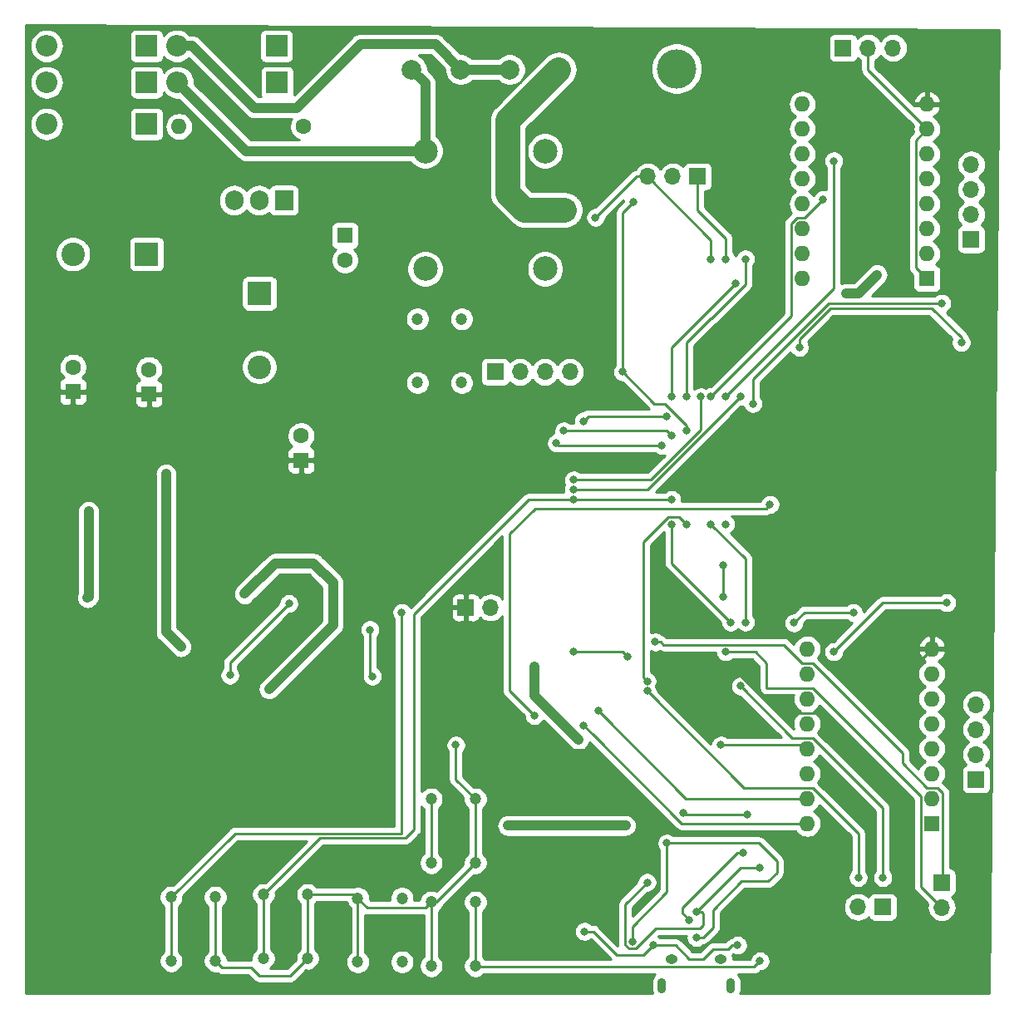
<source format=gbr>
%TF.GenerationSoftware,KiCad,Pcbnew,(5.1.2)-1*%
%TF.CreationDate,2022-02-23T12:59:24-06:00*%
%TF.ProjectId,final project circ 1,66696e61-6c20-4707-926f-6a6563742063,rev?*%
%TF.SameCoordinates,Original*%
%TF.FileFunction,Copper,L2,Bot*%
%TF.FilePolarity,Positive*%
%FSLAX46Y46*%
G04 Gerber Fmt 4.6, Leading zero omitted, Abs format (unit mm)*
G04 Created by KiCad (PCBNEW (5.1.2)-1) date 2022-02-23 12:59:24*
%MOMM*%
%LPD*%
G04 APERTURE LIST*
%TA.AperFunction,ComponentPad*%
%ADD10C,4.000500*%
%TD*%
%TA.AperFunction,ComponentPad*%
%ADD11C,1.600000*%
%TD*%
%TA.AperFunction,ComponentPad*%
%ADD12R,1.600000X1.600000*%
%TD*%
%TA.AperFunction,ComponentPad*%
%ADD13C,1.200000*%
%TD*%
%TA.AperFunction,ComponentPad*%
%ADD14C,2.000000*%
%TD*%
%TA.AperFunction,ComponentPad*%
%ADD15C,2.400000*%
%TD*%
%TA.AperFunction,ComponentPad*%
%ADD16R,2.400000X2.400000*%
%TD*%
%TA.AperFunction,ComponentPad*%
%ADD17C,2.500000*%
%TD*%
%TA.AperFunction,ComponentPad*%
%ADD18O,1.600000X1.600000*%
%TD*%
%TA.AperFunction,ComponentPad*%
%ADD19O,2.200000X2.200000*%
%TD*%
%TA.AperFunction,ComponentPad*%
%ADD20R,2.200000X2.200000*%
%TD*%
%TA.AperFunction,ComponentPad*%
%ADD21O,1.250000X0.950000*%
%TD*%
%TA.AperFunction,ComponentPad*%
%ADD22O,0.890000X1.550000*%
%TD*%
%TA.AperFunction,ComponentPad*%
%ADD23R,1.700000X1.700000*%
%TD*%
%TA.AperFunction,ComponentPad*%
%ADD24O,1.700000X1.700000*%
%TD*%
%TA.AperFunction,ComponentPad*%
%ADD25R,1.905000X2.000000*%
%TD*%
%TA.AperFunction,ComponentPad*%
%ADD26O,1.905000X2.000000*%
%TD*%
%TA.AperFunction,ViaPad*%
%ADD27C,0.800000*%
%TD*%
%TA.AperFunction,Conductor*%
%ADD28C,0.250000*%
%TD*%
%TA.AperFunction,Conductor*%
%ADD29C,1.000000*%
%TD*%
%TA.AperFunction,Conductor*%
%ADD30C,2.500000*%
%TD*%
%TA.AperFunction,Conductor*%
%ADD31C,0.254000*%
%TD*%
G04 APERTURE END LIST*
D10*
%TO.P,G1,1*%
%TO.N,GND*%
X161400000Y-57200000D03*
%TD*%
D11*
%TO.P,C13,2*%
%TO.N,GND1*%
X127600000Y-76700000D03*
D12*
%TO.P,C13,1*%
%TO.N,Net-(C13-Pad2)*%
X127600000Y-74200000D03*
%TD*%
D13*
%TO.P,J11,1*%
%TO.N,But4*%
X139500000Y-82700000D03*
%TO.P,J11,2*%
%TO.N,GND*%
X135000000Y-82700000D03*
%TO.P,J11,1*%
%TO.N,But4*%
X139500000Y-89200000D03*
%TO.P,J11,2*%
%TO.N,GND*%
X135000000Y-89200000D03*
%TD*%
D14*
%TO.P,B1,4*%
%TO.N,Net-(J2-Pad1)*%
X149400000Y-57300000D03*
%TO.P,B1,3*%
%TO.N,NEUT*%
X144400000Y-57300000D03*
%TO.P,B1,2*%
X139400000Y-57300000D03*
%TO.P,B1,1*%
%TO.N,LINE*%
X134400000Y-57300000D03*
%TD*%
D15*
%TO.P,C12,2*%
%TO.N,GND1*%
X118900000Y-87600000D03*
D16*
%TO.P,C12,1*%
%TO.N,+VDC*%
X118900000Y-80100000D03*
%TD*%
D17*
%TO.P,U7,5*%
%TO.N,Net-(J2-Pad1)*%
X150000000Y-71600000D03*
%TO.P,U7,4*%
%TO.N,GND*%
X148000000Y-77600000D03*
%TO.P,U7,3*%
%TO.N,EX1*%
X148000000Y-65600000D03*
%TO.P,U7,2*%
%TO.N,LINE*%
X135800000Y-65600000D03*
%TO.P,U7,1*%
%TO.N,GND1*%
X135800000Y-77600000D03*
%TD*%
D12*
%TO.P,A1,1*%
%TO.N,GND*%
X187400000Y-134100000D03*
D18*
%TO.P,A1,9*%
%TO.N,Net-(A1-Pad9)*%
X174700000Y-116320000D03*
%TO.P,A1,2*%
%TO.N,Net-(A1-Pad2)*%
X187400000Y-131560000D03*
%TO.P,A1,10*%
%TO.N,Net-(A1-Pad10)*%
X174700000Y-118860000D03*
%TO.P,A1,3*%
%TO.N,Net-(A1-Pad3)*%
X187400000Y-129020000D03*
%TO.P,A1,11*%
%TO.N,Net-(A1-Pad11)*%
X174700000Y-121400000D03*
%TO.P,A1,4*%
%TO.N,Net-(A1-Pad4)*%
X187400000Y-126480000D03*
%TO.P,A1,12*%
%TO.N,Net-(A1-Pad12)*%
X174700000Y-123940000D03*
%TO.P,A1,5*%
%TO.N,Net-(A1-Pad5)*%
X187400000Y-123940000D03*
%TO.P,A1,13*%
%TO.N,3.3V_USBREG*%
X174700000Y-126480000D03*
%TO.P,A1,6*%
%TO.N,Net-(A1-Pad6)*%
X187400000Y-121400000D03*
%TO.P,A1,14*%
%TO.N,3.3V_USBREG*%
X174700000Y-129020000D03*
%TO.P,A1,7*%
%TO.N,GND*%
X187400000Y-118860000D03*
%TO.P,A1,15*%
%TO.N,Net-(A1-Pad15)*%
X174700000Y-131560000D03*
%TO.P,A1,8*%
%TO.N,12v*%
X187400000Y-116320000D03*
%TO.P,A1,16*%
%TO.N,Net-(A1-Pad16)*%
X174700000Y-134100000D03*
%TD*%
%TO.P,A2,16*%
%TO.N,Net-(A2-Pad16)*%
X174200000Y-78600000D03*
%TO.P,A2,8*%
%TO.N,12v*%
X186900000Y-60820000D03*
%TO.P,A2,15*%
%TO.N,Net-(A2-Pad15)*%
X174200000Y-76060000D03*
%TO.P,A2,7*%
%TO.N,GND*%
X186900000Y-63360000D03*
%TO.P,A2,14*%
%TO.N,3.3V_USBREG*%
X174200000Y-73520000D03*
%TO.P,A2,6*%
%TO.N,Net-(A2-Pad6)*%
X186900000Y-65900000D03*
%TO.P,A2,13*%
%TO.N,3.3V_USBREG*%
X174200000Y-70980000D03*
%TO.P,A2,5*%
%TO.N,Net-(A2-Pad5)*%
X186900000Y-68440000D03*
%TO.P,A2,12*%
%TO.N,Net-(A2-Pad12)*%
X174200000Y-68440000D03*
%TO.P,A2,4*%
%TO.N,Net-(A2-Pad4)*%
X186900000Y-70980000D03*
%TO.P,A2,11*%
%TO.N,Net-(A2-Pad11)*%
X174200000Y-65900000D03*
%TO.P,A2,3*%
%TO.N,Net-(A2-Pad3)*%
X186900000Y-73520000D03*
%TO.P,A2,10*%
%TO.N,Net-(A2-Pad10)*%
X174200000Y-63360000D03*
%TO.P,A2,2*%
%TO.N,Net-(A2-Pad2)*%
X186900000Y-76060000D03*
%TO.P,A2,9*%
%TO.N,Net-(A2-Pad9)*%
X174200000Y-60820000D03*
D12*
%TO.P,A2,1*%
%TO.N,GND*%
X186900000Y-78600000D03*
%TD*%
D11*
%TO.P,C8,2*%
%TO.N,GND1*%
X99900000Y-87600000D03*
D12*
%TO.P,C8,1*%
%TO.N,12v*%
X99900000Y-90100000D03*
%TD*%
%TO.P,C9,1*%
%TO.N,12v*%
X123150000Y-97100000D03*
D11*
%TO.P,C9,2*%
%TO.N,GND1*%
X123150000Y-94600000D03*
%TD*%
%TO.P,C10,2*%
%TO.N,GND1*%
X107650000Y-87850000D03*
D12*
%TO.P,C10,1*%
%TO.N,12v*%
X107650000Y-90350000D03*
%TD*%
D15*
%TO.P,C11,2*%
%TO.N,GND1*%
X99900000Y-76100000D03*
D16*
%TO.P,C11,1*%
%TO.N,Net-(C11-Pad2)*%
X107400000Y-76100000D03*
%TD*%
D19*
%TO.P,D1,2*%
%TO.N,GND1*%
X97240000Y-58600000D03*
D20*
%TO.P,D1,1*%
%TO.N,LINE*%
X107400000Y-58600000D03*
%TD*%
%TO.P,D2,1*%
%TO.N,NEUT*%
X107400000Y-54900000D03*
D19*
%TO.P,D2,2*%
%TO.N,GND1*%
X97240000Y-54900000D03*
%TD*%
%TO.P,D3,2*%
%TO.N,LINE*%
X110540000Y-58600000D03*
D20*
%TO.P,D3,1*%
%TO.N,Net-(C11-Pad2)*%
X120700000Y-58600000D03*
%TD*%
%TO.P,D4,1*%
%TO.N,Net-(C11-Pad2)*%
X120650000Y-54900000D03*
D19*
%TO.P,D4,2*%
%TO.N,NEUT*%
X110490000Y-54900000D03*
%TD*%
D20*
%TO.P,D5,1*%
%TO.N,Net-(C13-Pad2)*%
X107400000Y-62850000D03*
D19*
%TO.P,D5,2*%
%TO.N,GND1*%
X97240000Y-62850000D03*
%TD*%
D21*
%TO.P,J1,6*%
%TO.N,Net-(J1-Pad6)*%
X160900000Y-147900000D03*
X165900000Y-147900000D03*
D22*
X159900000Y-150600000D03*
X166900000Y-150600000D03*
%TD*%
D23*
%TO.P,J3,1*%
%TO.N,Net-(A1-Pad4)*%
X191900000Y-129600000D03*
D24*
%TO.P,J3,2*%
%TO.N,Net-(A1-Pad3)*%
X191900000Y-127060000D03*
%TO.P,J3,3*%
%TO.N,Net-(A1-Pad5)*%
X191900000Y-124520000D03*
%TO.P,J3,4*%
%TO.N,Net-(A1-Pad6)*%
X191900000Y-121980000D03*
%TD*%
%TO.P,J4,4*%
%TO.N,Net-(A2-Pad6)*%
X191400000Y-66980000D03*
%TO.P,J4,3*%
%TO.N,Net-(A2-Pad5)*%
X191400000Y-69520000D03*
%TO.P,J4,2*%
%TO.N,Net-(A2-Pad3)*%
X191400000Y-72060000D03*
D23*
%TO.P,J4,1*%
%TO.N,Net-(A2-Pad4)*%
X191400000Y-74600000D03*
%TD*%
D24*
%TO.P,J5,3*%
%TO.N,Net-(J5-Pad3)*%
X183440000Y-55100000D03*
D23*
%TO.P,J5,1*%
%TO.N,Net-(J5-Pad1)*%
X178360000Y-55100000D03*
D24*
%TO.P,J5,2*%
%TO.N,GND*%
X180900000Y-55100000D03*
%TD*%
%TO.P,J6,2*%
%TO.N,GND*%
X161000000Y-68200000D03*
D23*
%TO.P,J6,1*%
%TO.N,Net-(J6-Pad1)*%
X163540000Y-68200000D03*
D24*
%TO.P,J6,3*%
%TO.N,Net-(J6-Pad3)*%
X158460000Y-68200000D03*
%TD*%
D23*
%TO.P,J7,1*%
%TO.N,Net-(J7-Pad1)*%
X142900000Y-88100000D03*
D24*
%TO.P,J7,2*%
%TO.N,Ex2*%
X145440000Y-88100000D03*
%TO.P,J7,3*%
%TO.N,Ex3*%
X147980000Y-88100000D03*
%TO.P,J7,4*%
%TO.N,Ex4*%
X150520000Y-88100000D03*
%TD*%
D13*
%TO.P,J8,2*%
%TO.N,GND*%
X123810000Y-141330000D03*
%TO.P,J8,1*%
%TO.N,But1*%
X119310000Y-141330000D03*
%TO.P,J8,2*%
%TO.N,GND*%
X123810000Y-147830000D03*
%TO.P,J8,1*%
%TO.N,But1*%
X119310000Y-147830000D03*
%TD*%
%TO.P,J9,1*%
%TO.N,But2*%
X136400000Y-138100000D03*
%TO.P,J9,2*%
%TO.N,GND*%
X140900000Y-138100000D03*
%TO.P,J9,1*%
%TO.N,But2*%
X136400000Y-131600000D03*
%TO.P,J9,2*%
%TO.N,GND*%
X140900000Y-131600000D03*
%TD*%
%TO.P,J10,2*%
%TO.N,GND*%
X114400000Y-141600000D03*
%TO.P,J10,1*%
%TO.N,But3*%
X109900000Y-141600000D03*
%TO.P,J10,2*%
%TO.N,GND*%
X114400000Y-148100000D03*
%TO.P,J10,1*%
%TO.N,But3*%
X109900000Y-148100000D03*
%TD*%
D23*
%TO.P,PWM1,1*%
%TO.N,Net-(PWM1-Pad1)*%
X188400000Y-140100000D03*
D24*
%TO.P,PWM1,2*%
%TO.N,Net-(PWM1-Pad2)*%
X188400000Y-142640000D03*
%TD*%
%TO.P,PWM2,2*%
%TO.N,Net-(PWM2-Pad2)*%
X179860000Y-142600000D03*
D23*
%TO.P,PWM2,1*%
%TO.N,Net-(PWM2-Pad1)*%
X182400000Y-142600000D03*
%TD*%
D25*
%TO.P,Q6,1*%
%TO.N,Net-(C13-Pad2)*%
X121400000Y-70600000D03*
D26*
%TO.P,Q6,2*%
%TO.N,+VDC*%
X118860000Y-70600000D03*
%TO.P,Q6,3*%
%TO.N,Net-(C11-Pad2)*%
X116320000Y-70600000D03*
%TD*%
D11*
%TO.P,R8,1*%
%TO.N,Net-(C13-Pad2)*%
X123400000Y-63100000D03*
D18*
%TO.P,R8,2*%
%TO.N,Net-(C11-Pad2)*%
X110700000Y-63100000D03*
%TD*%
D13*
%TO.P,SW1,2*%
%TO.N,IO0*%
X133420000Y-141700000D03*
%TO.P,SW1,1*%
%TO.N,GND*%
X128920000Y-141700000D03*
%TO.P,SW1,2*%
%TO.N,IO0*%
X133420000Y-148200000D03*
%TO.P,SW1,1*%
%TO.N,GND*%
X128920000Y-148200000D03*
%TD*%
%TO.P,SW2,1*%
%TO.N,GND*%
X136400000Y-148600000D03*
%TO.P,SW2,2*%
%TO.N,EN*%
X140900000Y-148600000D03*
%TO.P,SW2,1*%
%TO.N,GND*%
X136400000Y-142100000D03*
%TO.P,SW2,2*%
%TO.N,EN*%
X140900000Y-142100000D03*
%TD*%
D23*
%TO.P,J12,1*%
%TO.N,12v*%
X139900000Y-112100000D03*
D24*
%TO.P,J12,2*%
%TO.N,GND*%
X142440000Y-112100000D03*
%TD*%
D27*
%TO.N,GND*%
X138900000Y-126100000D03*
X130400000Y-119100000D03*
X130150000Y-114350000D03*
X147900000Y-122100000D03*
X146900000Y-118100000D03*
X159000000Y-146500000D03*
X167600000Y-146500000D03*
X152000000Y-145100000D03*
X156200000Y-134300000D03*
X144200000Y-134300000D03*
X151400000Y-125600000D03*
X181800000Y-78200000D03*
X178700000Y-80100000D03*
%TO.N,Ex4*%
X157000000Y-70800000D03*
%TO.N,3.3V_USBREG*%
X150900000Y-116600000D03*
X156400000Y-117100000D03*
X165900000Y-126100000D03*
X173337500Y-113662500D03*
X179400000Y-112600000D03*
%TO.N,Net-(A1-Pad15)*%
X153400000Y-122600000D03*
%TO.N,12v*%
X178400000Y-125600000D03*
X112720000Y-116030000D03*
X112320001Y-118520001D03*
X167400000Y-118600000D03*
X165400000Y-125100000D03*
X152400000Y-126600000D03*
X184400000Y-118600000D03*
X158800000Y-61800000D03*
%TO.N,Net-(A1-Pad16)*%
X160400000Y-92600000D03*
X151900000Y-93100000D03*
X151900000Y-124100000D03*
%TO.N,Net-(A2-Pad16)*%
X160900000Y-90600000D03*
X167400000Y-79100000D03*
%TO.N,Net-(A2-Pad15)*%
X162400000Y-90600000D03*
X168400000Y-76600000D03*
%TO.N,Net-(C3-Pad1)*%
X121900000Y-111700000D03*
X115900000Y-119000000D03*
%TO.N,+VDC*%
X110900000Y-116100000D03*
X109400000Y-98500000D03*
%TO.N,VDD33*%
X169900000Y-138600000D03*
X163400000Y-143100000D03*
X158400000Y-140100000D03*
%TO.N,EN*%
X173900000Y-85600000D03*
X190400000Y-85100000D03*
X188900000Y-111600000D03*
X177400000Y-116600000D03*
X169900000Y-148100000D03*
%TO.N,D-*%
X168200000Y-137100000D03*
X162700000Y-143900000D03*
X168600000Y-133200000D03*
X162100000Y-133000000D03*
%TO.N,D+*%
X163400000Y-145700000D03*
X156900000Y-146100000D03*
X160400000Y-136100000D03*
%TO.N,Net-(J5-Pad3)*%
X164900000Y-90600000D03*
X176322501Y-70522501D03*
%TO.N,Net-(J5-Pad1)*%
X166400000Y-90600000D03*
X177400000Y-66600000D03*
%TO.N,Net-(J6-Pad1)*%
X166400000Y-76600000D03*
X167900000Y-90600000D03*
X150900000Y-100100000D03*
%TO.N,Net-(J6-Pad3)*%
X164900000Y-76600000D03*
X153131250Y-72368750D03*
%TO.N,Ex2*%
X149150000Y-95350000D03*
X159900000Y-95600000D03*
%TO.N,Ex3*%
X149900000Y-94100000D03*
X160900000Y-94600000D03*
%TO.N,Ex4*%
X155900000Y-88100000D03*
X162400000Y-94100000D03*
%TO.N,But1*%
X160900000Y-101100000D03*
X150900000Y-101100000D03*
%TO.N,But2*%
X170900000Y-101600000D03*
X146900000Y-123100000D03*
%TO.N,But3*%
X169174999Y-91325001D03*
X188400000Y-81100000D03*
X163863499Y-90636501D03*
X150900000Y-99100000D03*
X133400000Y-112600000D03*
%TO.N,Net-(PWM1-Pad1)*%
X159200000Y-115600000D03*
%TO.N,Net-(PWM1-Pad2)*%
X166400000Y-116600000D03*
%TO.N,Net-(PWM2-Pad2)*%
X179900000Y-139600000D03*
X158400000Y-120600000D03*
%TO.N,Net-(PWM2-Pad1)*%
X182400000Y-139600000D03*
X167900000Y-120100000D03*
%TO.N,EN2*%
X160900000Y-103600000D03*
X166900000Y-113600000D03*
%TO.N,IN1*%
X158400000Y-119600000D03*
X162400000Y-103600000D03*
%TO.N,IN2*%
X168400000Y-113600000D03*
X164900000Y-103600000D03*
%TO.N,IN3*%
X166100000Y-107800000D03*
X166100000Y-111000000D03*
X166400000Y-103600000D03*
%TO.N,GND1*%
X101400000Y-111100000D03*
X101500000Y-102300000D03*
X119900000Y-120400000D03*
X117400000Y-110700000D03*
%TD*%
D28*
%TO.N,GND*%
X180900000Y-57360000D02*
X186900000Y-63360000D01*
X180900000Y-55100000D02*
X180900000Y-57360000D01*
X185774999Y-77474999D02*
X186900000Y-78600000D01*
X185774999Y-64485001D02*
X185774999Y-77474999D01*
X186900000Y-63360000D02*
X185774999Y-64485001D01*
X136400000Y-142100000D02*
X136400000Y-148600000D01*
X136900000Y-142100000D02*
X136400000Y-142100000D01*
X140900000Y-138100000D02*
X136900000Y-142100000D01*
X129919999Y-142699999D02*
X128920000Y-141700000D01*
X135800001Y-142699999D02*
X129919999Y-142699999D01*
X136400000Y-142100000D02*
X135800001Y-142699999D01*
X128920000Y-141700000D02*
X128920000Y-148200000D01*
X123810000Y-141330000D02*
X123810000Y-147830000D01*
X128550000Y-141330000D02*
X128920000Y-141700000D01*
X123810000Y-141330000D02*
X128550000Y-141330000D01*
X114400000Y-141600000D02*
X114400000Y-148100000D01*
X115055001Y-148755001D02*
X118055001Y-148755001D01*
X114400000Y-148100000D02*
X115055001Y-148755001D01*
X118055001Y-148755001D02*
X118900000Y-149600000D01*
X122040000Y-149600000D02*
X123810000Y-147830000D01*
X118900000Y-149600000D02*
X122040000Y-149600000D01*
X140900000Y-131600000D02*
X140900000Y-138100000D01*
X138900000Y-129600000D02*
X140900000Y-131600000D01*
X138900000Y-126100000D02*
X138900000Y-129600000D01*
X130150000Y-118850000D02*
X130400000Y-119100000D01*
X130150000Y-114350000D02*
X130150000Y-118850000D01*
X147900000Y-122100000D02*
X147900000Y-122100000D01*
X164100000Y-147900000D02*
X162700000Y-147900000D01*
X161300000Y-146500000D02*
X159000000Y-146500000D01*
X167034315Y-146500000D02*
X166634315Y-146900000D01*
X166634315Y-146900000D02*
X165100000Y-146900000D01*
X162700000Y-147900000D02*
X161300000Y-146500000D01*
X167600000Y-146500000D02*
X167034315Y-146500000D01*
X165100000Y-146900000D02*
X164100000Y-147900000D01*
X152900000Y-145100000D02*
X152000000Y-145100000D01*
X158000000Y-147500000D02*
X155300000Y-147500000D01*
X155300000Y-147500000D02*
X152900000Y-145100000D01*
X159000000Y-146500000D02*
X158000000Y-147500000D01*
D29*
X155634315Y-134300000D02*
X144200000Y-134300000D01*
X156200000Y-134300000D02*
X155634315Y-134300000D01*
X147900000Y-122100000D02*
X151400000Y-125600000D01*
X146900000Y-121100000D02*
X146900000Y-118100000D01*
X147900000Y-122100000D02*
X146900000Y-121100000D01*
X179900000Y-80100000D02*
X181800000Y-78200000D01*
X178700000Y-80100000D02*
X179900000Y-80100000D01*
D28*
%TO.N,3.3V_USBREG*%
X155900000Y-116600000D02*
X156400000Y-117100000D01*
X150900000Y-116600000D02*
X155900000Y-116600000D01*
X174320000Y-126100000D02*
X174700000Y-126480000D01*
X165900000Y-126100000D02*
X174320000Y-126100000D01*
X174400000Y-112600000D02*
X173337500Y-113662500D01*
X179400000Y-112600000D02*
X174400000Y-112600000D01*
%TO.N,Net-(A1-Pad15)*%
X153860000Y-123060000D02*
X153400000Y-122600000D01*
X162360000Y-131560000D02*
X153860000Y-123060000D01*
X174700000Y-131560000D02*
X162360000Y-131560000D01*
%TO.N,12v*%
X112320001Y-116429999D02*
X112320001Y-118520001D01*
X112720000Y-116030000D02*
X112320001Y-116429999D01*
X112320001Y-118520001D02*
X112320001Y-118520001D01*
X167400000Y-118600000D02*
X165400000Y-120600000D01*
X165400000Y-120600000D02*
X165400000Y-125100000D01*
X165400000Y-125100000D02*
X165400000Y-125100000D01*
X152400000Y-126600000D02*
X148900000Y-126600000D01*
X148900000Y-126600000D02*
X135400000Y-113100000D01*
X135400000Y-113100000D02*
X135400000Y-113100000D01*
X167473002Y-118600000D02*
X167400000Y-118600000D01*
X171688001Y-122814999D02*
X167473002Y-118600000D01*
X175614999Y-122814999D02*
X171688001Y-122814999D01*
X178400000Y-125600000D02*
X175614999Y-122814999D01*
X185120000Y-118600000D02*
X184400000Y-118600000D01*
X187400000Y-116320000D02*
X185120000Y-118600000D01*
%TO.N,Net-(A1-Pad16)*%
X152400000Y-92600000D02*
X151900000Y-93100000D01*
X160400000Y-92600000D02*
X152400000Y-92600000D01*
X152900000Y-125100000D02*
X151900000Y-124100000D01*
X174700000Y-134100000D02*
X161900000Y-134100000D01*
X161900000Y-134100000D02*
X152900000Y-125100000D01*
%TO.N,Net-(A2-Pad16)*%
X160900000Y-90600000D02*
X160900000Y-85600000D01*
X160900000Y-85600000D02*
X167400000Y-79100000D01*
X167400000Y-79100000D02*
X167400000Y-79100000D01*
%TO.N,Net-(A2-Pad15)*%
X162400000Y-90600000D02*
X162400000Y-85100000D01*
X164973002Y-82600000D02*
X168400000Y-79173002D01*
X164900000Y-82600000D02*
X164973002Y-82600000D01*
X162400000Y-85100000D02*
X164900000Y-82600000D01*
X168400000Y-79173002D02*
X168400000Y-76600000D01*
X168400000Y-76600000D02*
X168400000Y-76600000D01*
%TO.N,Net-(C3-Pad1)*%
X115900000Y-117700000D02*
X121900000Y-111700000D01*
X115900000Y-119000000D02*
X115900000Y-117700000D01*
D29*
%TO.N,+VDC*%
X110900000Y-116100000D02*
X109400000Y-114600000D01*
X109400000Y-114600000D02*
X109400000Y-104100000D01*
X109400000Y-104100000D02*
X109400000Y-98500000D01*
X109400000Y-98500000D02*
X109400000Y-98500000D01*
D28*
%TO.N,VDD33*%
X156174999Y-146448001D02*
X156174999Y-142325001D01*
X156174999Y-142325001D02*
X158400000Y-140100000D01*
X156551999Y-146825001D02*
X156174999Y-146448001D01*
X159248001Y-144825001D02*
X157248001Y-146825001D01*
X163748001Y-144825001D02*
X159248001Y-144825001D01*
X164125001Y-144448001D02*
X163748001Y-144825001D01*
X157248001Y-146825001D02*
X156551999Y-146825001D01*
X163965685Y-143100000D02*
X164125001Y-143259316D01*
X164125001Y-143259316D02*
X164125001Y-144448001D01*
X163400000Y-143100000D02*
X163965685Y-143100000D01*
X167900000Y-138600000D02*
X163400000Y-143100000D01*
X169900000Y-138600000D02*
X167900000Y-138600000D01*
%TO.N,EN*%
X173900000Y-85600000D02*
X173900000Y-84736410D01*
X177036410Y-81600000D02*
X187400000Y-81600000D01*
X173900000Y-84736410D02*
X177036410Y-81600000D01*
X187400000Y-81600000D02*
X190400000Y-84600000D01*
X190400000Y-84600000D02*
X190400000Y-85100000D01*
X190400000Y-85100000D02*
X190400000Y-85100000D01*
X182400000Y-111600000D02*
X177400000Y-116600000D01*
X188900000Y-111600000D02*
X182400000Y-111600000D01*
X141000010Y-148700010D02*
X140900000Y-148600000D01*
X169299990Y-148700010D02*
X141000010Y-148700010D01*
X169900000Y-148100000D02*
X169299990Y-148700010D01*
X140900000Y-142100000D02*
X140900000Y-148600000D01*
D29*
%TO.N,LINE*%
X117540000Y-65600000D02*
X135800000Y-65600000D01*
X110540000Y-58600000D02*
X117540000Y-65600000D01*
X135800000Y-58700000D02*
X134400000Y-57300000D01*
X135800000Y-65600000D02*
X135800000Y-58700000D01*
%TO.N,NEUT*%
X112045634Y-54900000D02*
X118345634Y-61200000D01*
X110490000Y-54900000D02*
X112045634Y-54900000D01*
X118345634Y-61200000D02*
X122700000Y-61200000D01*
X122700000Y-61200000D02*
X129200000Y-54700000D01*
X136800000Y-54700000D02*
X139400000Y-57300000D01*
X129200000Y-54700000D02*
X136800000Y-54700000D01*
X139400000Y-57300000D02*
X144400000Y-57300000D01*
D28*
%TO.N,D-*%
X167600000Y-137100000D02*
X168200000Y-137100000D01*
X162000000Y-142700000D02*
X167600000Y-137100000D01*
X162700000Y-143900000D02*
X162000000Y-143200000D01*
X162000000Y-143200000D02*
X162000000Y-142700000D01*
X162300000Y-133200000D02*
X162100000Y-133000000D01*
X168600000Y-133200000D02*
X162300000Y-133200000D01*
%TO.N,D+*%
X160400000Y-136100000D02*
X160400000Y-141100000D01*
X156900000Y-146100000D02*
X156900000Y-144600000D01*
X156900000Y-144600000D02*
X160400000Y-141100000D01*
X163400000Y-145700000D02*
X164100000Y-145700000D01*
X164100000Y-145700000D02*
X165100000Y-144700000D01*
X165100000Y-144700000D02*
X165100000Y-142900000D01*
X165100000Y-142900000D02*
X168000000Y-140000000D01*
X168000000Y-140000000D02*
X170700000Y-140000000D01*
X170700000Y-140000000D02*
X171600000Y-139100000D01*
X171600000Y-139100000D02*
X171600000Y-137900000D01*
X169800000Y-136100000D02*
X160400000Y-136100000D01*
X171600000Y-137900000D02*
X169800000Y-136100000D01*
%TO.N,Net-(J5-Pad3)*%
X173659999Y-72394999D02*
X174450003Y-72394999D01*
X173074999Y-72979999D02*
X173659999Y-72394999D01*
X173074999Y-82425001D02*
X173074999Y-72979999D01*
X174450003Y-72394999D02*
X176322501Y-70522501D01*
X164900000Y-90600000D02*
X173074999Y-82425001D01*
X176322501Y-70522501D02*
X176400000Y-70445002D01*
%TO.N,Net-(J5-Pad1)*%
X166400000Y-90600000D02*
X177400000Y-79600000D01*
X177400000Y-79600000D02*
X177400000Y-70600000D01*
X177400000Y-70600000D02*
X177400000Y-66600000D01*
X177400000Y-66600000D02*
X177400000Y-66600000D01*
%TO.N,Net-(J6-Pad1)*%
X167900000Y-90600000D02*
X158400000Y-100100000D01*
X158400000Y-100100000D02*
X150900000Y-100100000D01*
X150900000Y-100100000D02*
X150900000Y-100100000D01*
X166400000Y-74500000D02*
X166400000Y-76600000D01*
X163540000Y-68200000D02*
X163540000Y-71640000D01*
X163540000Y-71640000D02*
X166400000Y-74500000D01*
%TO.N,Net-(J6-Pad3)*%
X157300000Y-68200000D02*
X158460000Y-68200000D01*
X153131250Y-72368750D02*
X157300000Y-68200000D01*
X164900000Y-74640000D02*
X164900000Y-76600000D01*
X158460000Y-68200000D02*
X164900000Y-74640000D01*
%TO.N,Ex2*%
X149400000Y-95600000D02*
X149150000Y-95350000D01*
X159900000Y-95600000D02*
X149400000Y-95600000D01*
%TO.N,Ex3*%
X160400000Y-94100000D02*
X160900000Y-94600000D01*
X149900000Y-94100000D02*
X160400000Y-94100000D01*
%TO.N,Ex4*%
X160198003Y-91325001D02*
X162400000Y-93526998D01*
X159125001Y-91325001D02*
X160198003Y-91325001D01*
X155900000Y-88100000D02*
X159125001Y-91325001D01*
X162400000Y-93526998D02*
X162400000Y-94100000D01*
X162400000Y-94100000D02*
X162400000Y-94100000D01*
X155900000Y-71900000D02*
X157000000Y-70800000D01*
X155900000Y-88100000D02*
X155900000Y-71900000D01*
%TO.N,But1*%
X160900000Y-101100000D02*
X150900000Y-101100000D01*
X119310000Y-141330000D02*
X119310000Y-147830000D01*
X134674999Y-112751999D02*
X146326998Y-101100000D01*
X134674999Y-134694003D02*
X134674999Y-112751999D01*
X133818992Y-135550010D02*
X134674999Y-134694003D01*
X146326998Y-101100000D02*
X150900000Y-101100000D01*
X125089990Y-135550010D02*
X133818992Y-135550010D01*
X119310000Y-141330000D02*
X125089990Y-135550010D01*
%TO.N,But2*%
X136400000Y-131600000D02*
X136400000Y-138100000D01*
X170500001Y-101999999D02*
X147000001Y-101999999D01*
X170900000Y-101600000D02*
X170500001Y-101999999D01*
X144400000Y-104600000D02*
X144400000Y-120600000D01*
X147000001Y-101999999D02*
X144400000Y-104600000D01*
X144400000Y-120600000D02*
X146900000Y-123100000D01*
X146900000Y-123100000D02*
X146900000Y-123100000D01*
%TO.N,But3*%
X169174999Y-91325001D02*
X169174999Y-88825001D01*
X169174999Y-88825001D02*
X176900000Y-81100000D01*
X176900000Y-81100000D02*
X188400000Y-81100000D01*
X188400000Y-81100000D02*
X188400000Y-81100000D01*
X163863499Y-90636501D02*
X163863499Y-94000091D01*
X163863499Y-94000091D02*
X158763590Y-99100000D01*
X158763590Y-99100000D02*
X150900000Y-99100000D01*
X150900000Y-99100000D02*
X150900000Y-99100000D01*
X133400000Y-112600000D02*
X133400000Y-135100000D01*
X116400000Y-135100000D02*
X109900000Y-141600000D01*
X133400000Y-135100000D02*
X116400000Y-135100000D01*
X109900000Y-141600000D02*
X109900000Y-148100000D01*
%TO.N,Net-(PWM1-Pad1)*%
X188525001Y-139974999D02*
X188400000Y-140100000D01*
X188525001Y-131019999D02*
X188525001Y-139974999D01*
X184400000Y-127975000D02*
X186859999Y-130434999D01*
X187940001Y-130434999D02*
X188525001Y-131019999D01*
X184400000Y-126894998D02*
X184400000Y-127975000D01*
X159200000Y-115600000D02*
X159765685Y-115600000D01*
X159765685Y-115600000D02*
X160040684Y-115874999D01*
X160040684Y-115874999D02*
X172299999Y-115874999D01*
X172299999Y-115874999D02*
X174159999Y-117734999D01*
X174159999Y-117734999D02*
X175240001Y-117734999D01*
X186859999Y-130434999D02*
X187940001Y-130434999D01*
X175240001Y-117734999D02*
X184400000Y-126894998D01*
%TO.N,Net-(PWM1-Pad2)*%
X186274999Y-140514999D02*
X188400000Y-142640000D01*
X186274999Y-131309997D02*
X186274999Y-140514999D01*
X175240001Y-120274999D02*
X186274999Y-131309997D01*
X170574999Y-120274999D02*
X175240001Y-120274999D01*
X170574999Y-120274999D02*
X170574999Y-117774999D01*
X169400000Y-116600000D02*
X166400000Y-116600000D01*
X170574999Y-117774999D02*
X169400000Y-116600000D01*
%TO.N,Net-(PWM2-Pad2)*%
X179900000Y-135094998D02*
X179900000Y-139600000D01*
X175240001Y-130434999D02*
X179900000Y-135094998D01*
X168234999Y-130434999D02*
X175240001Y-130434999D01*
X158400000Y-120600000D02*
X168234999Y-130434999D01*
%TO.N,Net-(PWM2-Pad1)*%
X182400000Y-132514998D02*
X182400000Y-139600000D01*
X175240001Y-125354999D02*
X182400000Y-132514998D01*
X173154999Y-125354999D02*
X175240001Y-125354999D01*
X167900000Y-120100000D02*
X173154999Y-125354999D01*
%TO.N,EN2*%
X166900000Y-113600000D02*
X160900000Y-107600000D01*
X160900000Y-107600000D02*
X160900000Y-103600000D01*
%TO.N,IN1*%
X161674999Y-102874999D02*
X162400000Y-103600000D01*
X158000001Y-105426997D02*
X160551999Y-102874999D01*
X158000001Y-119200001D02*
X158000001Y-105426997D01*
X160551999Y-102874999D02*
X161674999Y-102874999D01*
X158400000Y-119600000D02*
X158000001Y-119200001D01*
%TO.N,IN2*%
X168400000Y-107100000D02*
X164900000Y-103600000D01*
X168400000Y-107100000D02*
X168400000Y-113600000D01*
%TO.N,IN3*%
X166100000Y-111000000D02*
X166100000Y-107800000D01*
D30*
%TO.N,Net-(J2-Pad1)*%
X150000000Y-71600000D02*
X145900000Y-71600000D01*
X145900000Y-71600000D02*
X144200000Y-69900000D01*
X144200000Y-62500000D02*
X149400000Y-57300000D01*
X144200000Y-69900000D02*
X144200000Y-62500000D01*
D29*
%TO.N,GND1*%
X101500000Y-111000000D02*
X101400000Y-111100000D01*
X101500000Y-102300000D02*
X101500000Y-111000000D01*
X119900000Y-120400000D02*
X126400000Y-113900000D01*
X126400000Y-113900000D02*
X126400000Y-109600000D01*
X126400000Y-109600000D02*
X124400000Y-107600000D01*
X120500000Y-107600000D02*
X117400000Y-110700000D01*
X124400000Y-107600000D02*
X120500000Y-107600000D01*
%TD*%
D31*
%TO.N,12v*%
G36*
X194208115Y-53281565D02*
G01*
X193221850Y-151415000D01*
X167865361Y-151415000D01*
X167902617Y-151345298D01*
X167964373Y-151141716D01*
X167980000Y-150983050D01*
X167980000Y-150216949D01*
X167964373Y-150058283D01*
X167902617Y-149854702D01*
X167802332Y-149667081D01*
X167667370Y-149502630D01*
X167615438Y-149460010D01*
X169262668Y-149460010D01*
X169299990Y-149463686D01*
X169337312Y-149460010D01*
X169337323Y-149460010D01*
X169448976Y-149449013D01*
X169592237Y-149405556D01*
X169724266Y-149334984D01*
X169839991Y-149240011D01*
X169863793Y-149211008D01*
X169939801Y-149135000D01*
X170001939Y-149135000D01*
X170201898Y-149095226D01*
X170390256Y-149017205D01*
X170559774Y-148903937D01*
X170703937Y-148759774D01*
X170817205Y-148590256D01*
X170895226Y-148401898D01*
X170935000Y-148201939D01*
X170935000Y-147998061D01*
X170895226Y-147798102D01*
X170817205Y-147609744D01*
X170703937Y-147440226D01*
X170559774Y-147296063D01*
X170390256Y-147182795D01*
X170201898Y-147104774D01*
X170001939Y-147065000D01*
X169798061Y-147065000D01*
X169598102Y-147104774D01*
X169409744Y-147182795D01*
X169240226Y-147296063D01*
X169096063Y-147440226D01*
X168982795Y-147609744D01*
X168904774Y-147798102D01*
X168876547Y-147940010D01*
X167161429Y-147940010D01*
X167165370Y-147900000D01*
X167143938Y-147682402D01*
X167091119Y-147508279D01*
X167171117Y-147442627D01*
X167298102Y-147495226D01*
X167498061Y-147535000D01*
X167701939Y-147535000D01*
X167901898Y-147495226D01*
X168090256Y-147417205D01*
X168259774Y-147303937D01*
X168403937Y-147159774D01*
X168517205Y-146990256D01*
X168595226Y-146801898D01*
X168635000Y-146601939D01*
X168635000Y-146398061D01*
X168595226Y-146198102D01*
X168517205Y-146009744D01*
X168403937Y-145840226D01*
X168259774Y-145696063D01*
X168090256Y-145582795D01*
X167901898Y-145504774D01*
X167701939Y-145465000D01*
X167498061Y-145465000D01*
X167298102Y-145504774D01*
X167109744Y-145582795D01*
X166940226Y-145696063D01*
X166885276Y-145751013D01*
X166742068Y-145794454D01*
X166610039Y-145865026D01*
X166494314Y-145959999D01*
X166470515Y-145988998D01*
X166319513Y-146140000D01*
X165137333Y-146140000D01*
X165100000Y-146136323D01*
X165062667Y-146140000D01*
X164951014Y-146150997D01*
X164807753Y-146194454D01*
X164675724Y-146265026D01*
X164559999Y-146359999D01*
X164536201Y-146388997D01*
X163785199Y-147140000D01*
X163014802Y-147140000D01*
X161863804Y-145989003D01*
X161840001Y-145959999D01*
X161724276Y-145865026D01*
X161592247Y-145794454D01*
X161448986Y-145750997D01*
X161337333Y-145740000D01*
X161337322Y-145740000D01*
X161300000Y-145736324D01*
X161262678Y-145740000D01*
X159703711Y-145740000D01*
X159659774Y-145696063D01*
X159535067Y-145612737D01*
X159562803Y-145585001D01*
X162367598Y-145585001D01*
X162365000Y-145598061D01*
X162365000Y-145801939D01*
X162404774Y-146001898D01*
X162482795Y-146190256D01*
X162596063Y-146359774D01*
X162740226Y-146503937D01*
X162909744Y-146617205D01*
X163098102Y-146695226D01*
X163298061Y-146735000D01*
X163501939Y-146735000D01*
X163701898Y-146695226D01*
X163890256Y-146617205D01*
X164059774Y-146503937D01*
X164100039Y-146463672D01*
X164137322Y-146460000D01*
X164137333Y-146460000D01*
X164248986Y-146449003D01*
X164392247Y-146405546D01*
X164524276Y-146334974D01*
X164640001Y-146240001D01*
X164663804Y-146210998D01*
X165611004Y-145263798D01*
X165640001Y-145240001D01*
X165734974Y-145124276D01*
X165805546Y-144992247D01*
X165849003Y-144848986D01*
X165860000Y-144737333D01*
X165860000Y-144737332D01*
X165863677Y-144700000D01*
X165860000Y-144662667D01*
X165860000Y-143214801D01*
X166474801Y-142600000D01*
X178367815Y-142600000D01*
X178396487Y-142891111D01*
X178481401Y-143171034D01*
X178619294Y-143429014D01*
X178804866Y-143655134D01*
X179030986Y-143840706D01*
X179288966Y-143978599D01*
X179568889Y-144063513D01*
X179787050Y-144085000D01*
X179932950Y-144085000D01*
X180151111Y-144063513D01*
X180431034Y-143978599D01*
X180689014Y-143840706D01*
X180915134Y-143655134D01*
X180939607Y-143625313D01*
X180960498Y-143694180D01*
X181019463Y-143804494D01*
X181098815Y-143901185D01*
X181195506Y-143980537D01*
X181305820Y-144039502D01*
X181425518Y-144075812D01*
X181550000Y-144088072D01*
X183250000Y-144088072D01*
X183374482Y-144075812D01*
X183494180Y-144039502D01*
X183604494Y-143980537D01*
X183701185Y-143901185D01*
X183780537Y-143804494D01*
X183839502Y-143694180D01*
X183875812Y-143574482D01*
X183888072Y-143450000D01*
X183888072Y-141750000D01*
X183875812Y-141625518D01*
X183839502Y-141505820D01*
X183780537Y-141395506D01*
X183701185Y-141298815D01*
X183604494Y-141219463D01*
X183494180Y-141160498D01*
X183374482Y-141124188D01*
X183250000Y-141111928D01*
X181550000Y-141111928D01*
X181425518Y-141124188D01*
X181305820Y-141160498D01*
X181195506Y-141219463D01*
X181098815Y-141298815D01*
X181019463Y-141395506D01*
X180960498Y-141505820D01*
X180939607Y-141574687D01*
X180915134Y-141544866D01*
X180689014Y-141359294D01*
X180431034Y-141221401D01*
X180151111Y-141136487D01*
X179932950Y-141115000D01*
X179787050Y-141115000D01*
X179568889Y-141136487D01*
X179288966Y-141221401D01*
X179030986Y-141359294D01*
X178804866Y-141544866D01*
X178619294Y-141770986D01*
X178481401Y-142028966D01*
X178396487Y-142308889D01*
X178367815Y-142600000D01*
X166474801Y-142600000D01*
X168314802Y-140760000D01*
X170662678Y-140760000D01*
X170700000Y-140763676D01*
X170737322Y-140760000D01*
X170737333Y-140760000D01*
X170848986Y-140749003D01*
X170992247Y-140705546D01*
X171124276Y-140634974D01*
X171240001Y-140540001D01*
X171263803Y-140510998D01*
X172111004Y-139663798D01*
X172140001Y-139640001D01*
X172234974Y-139524276D01*
X172305546Y-139392247D01*
X172349003Y-139248986D01*
X172360000Y-139137333D01*
X172360000Y-139137324D01*
X172363676Y-139100001D01*
X172360000Y-139062678D01*
X172360000Y-137937322D01*
X172363676Y-137899999D01*
X172360000Y-137862676D01*
X172360000Y-137862667D01*
X172349003Y-137751014D01*
X172305546Y-137607753D01*
X172234974Y-137475724D01*
X172174387Y-137401898D01*
X172163799Y-137388996D01*
X172163795Y-137388992D01*
X172140001Y-137359999D01*
X172111008Y-137336205D01*
X170363803Y-135589002D01*
X170340001Y-135559999D01*
X170224276Y-135465026D01*
X170092247Y-135394454D01*
X169948986Y-135350997D01*
X169837333Y-135340000D01*
X169837322Y-135340000D01*
X169800000Y-135336324D01*
X169762678Y-135340000D01*
X161103711Y-135340000D01*
X161059774Y-135296063D01*
X160890256Y-135182795D01*
X160701898Y-135104774D01*
X160501939Y-135065000D01*
X160298061Y-135065000D01*
X160098102Y-135104774D01*
X159909744Y-135182795D01*
X159740226Y-135296063D01*
X159596063Y-135440226D01*
X159482795Y-135609744D01*
X159404774Y-135798102D01*
X159365000Y-135998061D01*
X159365000Y-136201939D01*
X159404774Y-136401898D01*
X159482795Y-136590256D01*
X159596063Y-136759774D01*
X159640000Y-136803711D01*
X159640001Y-140785196D01*
X156934999Y-143490200D01*
X156934999Y-142639802D01*
X158439802Y-141135000D01*
X158501939Y-141135000D01*
X158701898Y-141095226D01*
X158890256Y-141017205D01*
X159059774Y-140903937D01*
X159203937Y-140759774D01*
X159317205Y-140590256D01*
X159395226Y-140401898D01*
X159435000Y-140201939D01*
X159435000Y-139998061D01*
X159395226Y-139798102D01*
X159317205Y-139609744D01*
X159203937Y-139440226D01*
X159059774Y-139296063D01*
X158890256Y-139182795D01*
X158701898Y-139104774D01*
X158501939Y-139065000D01*
X158298061Y-139065000D01*
X158098102Y-139104774D01*
X157909744Y-139182795D01*
X157740226Y-139296063D01*
X157596063Y-139440226D01*
X157482795Y-139609744D01*
X157404774Y-139798102D01*
X157365000Y-139998061D01*
X157365000Y-140060198D01*
X155663997Y-141761202D01*
X155634999Y-141785000D01*
X155611201Y-141813998D01*
X155611200Y-141813999D01*
X155540025Y-141900725D01*
X155469453Y-142032755D01*
X155439179Y-142132559D01*
X155425997Y-142176015D01*
X155416176Y-142275724D01*
X155411323Y-142325001D01*
X155415000Y-142362333D01*
X155414999Y-146410678D01*
X155411323Y-146448001D01*
X155414999Y-146485323D01*
X155414999Y-146485333D01*
X155420993Y-146546191D01*
X153463804Y-144589003D01*
X153440001Y-144559999D01*
X153324276Y-144465026D01*
X153192247Y-144394454D01*
X153048986Y-144350997D01*
X152937333Y-144340000D01*
X152937322Y-144340000D01*
X152900000Y-144336324D01*
X152862678Y-144340000D01*
X152703711Y-144340000D01*
X152659774Y-144296063D01*
X152490256Y-144182795D01*
X152301898Y-144104774D01*
X152101939Y-144065000D01*
X151898061Y-144065000D01*
X151698102Y-144104774D01*
X151509744Y-144182795D01*
X151340226Y-144296063D01*
X151196063Y-144440226D01*
X151082795Y-144609744D01*
X151004774Y-144798102D01*
X150965000Y-144998061D01*
X150965000Y-145201939D01*
X151004774Y-145401898D01*
X151082795Y-145590256D01*
X151196063Y-145759774D01*
X151340226Y-145903937D01*
X151509744Y-146017205D01*
X151698102Y-146095226D01*
X151898061Y-146135000D01*
X152101939Y-146135000D01*
X152301898Y-146095226D01*
X152490256Y-146017205D01*
X152641408Y-145916209D01*
X154665208Y-147940010D01*
X141944331Y-147940010D01*
X141859287Y-147812733D01*
X141687267Y-147640713D01*
X141660000Y-147622494D01*
X141660000Y-143077506D01*
X141687267Y-143059287D01*
X141859287Y-142887267D01*
X141994443Y-142684992D01*
X142087540Y-142460236D01*
X142135000Y-142221637D01*
X142135000Y-141978363D01*
X142087540Y-141739764D01*
X141994443Y-141515008D01*
X141859287Y-141312733D01*
X141687267Y-141140713D01*
X141484992Y-141005557D01*
X141260236Y-140912460D01*
X141021637Y-140865000D01*
X140778363Y-140865000D01*
X140539764Y-140912460D01*
X140315008Y-141005557D01*
X140112733Y-141140713D01*
X139940713Y-141312733D01*
X139805557Y-141515008D01*
X139712460Y-141739764D01*
X139665000Y-141978363D01*
X139665000Y-142221637D01*
X139712460Y-142460236D01*
X139805557Y-142684992D01*
X139940713Y-142887267D01*
X140112733Y-143059287D01*
X140140000Y-143077506D01*
X140140001Y-147622493D01*
X140112733Y-147640713D01*
X139940713Y-147812733D01*
X139805557Y-148015008D01*
X139712460Y-148239764D01*
X139665000Y-148478363D01*
X139665000Y-148721637D01*
X139712460Y-148960236D01*
X139805557Y-149184992D01*
X139940713Y-149387267D01*
X140112733Y-149559287D01*
X140315008Y-149694443D01*
X140539764Y-149787540D01*
X140778363Y-149835000D01*
X141021637Y-149835000D01*
X141260236Y-149787540D01*
X141484992Y-149694443D01*
X141687267Y-149559287D01*
X141786544Y-149460010D01*
X159184562Y-149460010D01*
X159132630Y-149502630D01*
X158997668Y-149667081D01*
X158897383Y-149854703D01*
X158835627Y-150058284D01*
X158820000Y-150216950D01*
X158820000Y-150983051D01*
X158835627Y-151141717D01*
X158897384Y-151345298D01*
X158934640Y-151415000D01*
X95085000Y-151415000D01*
X95085000Y-141478363D01*
X108665000Y-141478363D01*
X108665000Y-141721637D01*
X108712460Y-141960236D01*
X108805557Y-142184992D01*
X108940713Y-142387267D01*
X109112733Y-142559287D01*
X109140000Y-142577506D01*
X109140001Y-147122493D01*
X109112733Y-147140713D01*
X108940713Y-147312733D01*
X108805557Y-147515008D01*
X108712460Y-147739764D01*
X108665000Y-147978363D01*
X108665000Y-148221637D01*
X108712460Y-148460236D01*
X108805557Y-148684992D01*
X108940713Y-148887267D01*
X109112733Y-149059287D01*
X109315008Y-149194443D01*
X109539764Y-149287540D01*
X109778363Y-149335000D01*
X110021637Y-149335000D01*
X110260236Y-149287540D01*
X110484992Y-149194443D01*
X110687267Y-149059287D01*
X110859287Y-148887267D01*
X110994443Y-148684992D01*
X111087540Y-148460236D01*
X111135000Y-148221637D01*
X111135000Y-147978363D01*
X111087540Y-147739764D01*
X110994443Y-147515008D01*
X110859287Y-147312733D01*
X110687267Y-147140713D01*
X110660000Y-147122494D01*
X110660000Y-142577506D01*
X110687267Y-142559287D01*
X110859287Y-142387267D01*
X110994443Y-142184992D01*
X111087540Y-141960236D01*
X111135000Y-141721637D01*
X111135000Y-141478363D01*
X111128602Y-141446199D01*
X116714802Y-135860000D01*
X123705198Y-135860000D01*
X119463801Y-140101398D01*
X119431637Y-140095000D01*
X119188363Y-140095000D01*
X118949764Y-140142460D01*
X118725008Y-140235557D01*
X118522733Y-140370713D01*
X118350713Y-140542733D01*
X118215557Y-140745008D01*
X118122460Y-140969764D01*
X118075000Y-141208363D01*
X118075000Y-141451637D01*
X118122460Y-141690236D01*
X118215557Y-141914992D01*
X118350713Y-142117267D01*
X118522733Y-142289287D01*
X118550000Y-142307506D01*
X118550001Y-146852493D01*
X118522733Y-146870713D01*
X118350713Y-147042733D01*
X118215557Y-147245008D01*
X118122460Y-147469764D01*
X118075000Y-147708363D01*
X118075000Y-147951637D01*
X118083452Y-147994127D01*
X118055001Y-147991325D01*
X118017679Y-147995001D01*
X115635000Y-147995001D01*
X115635000Y-147978363D01*
X115587540Y-147739764D01*
X115494443Y-147515008D01*
X115359287Y-147312733D01*
X115187267Y-147140713D01*
X115160000Y-147122494D01*
X115160000Y-142577506D01*
X115187267Y-142559287D01*
X115359287Y-142387267D01*
X115494443Y-142184992D01*
X115587540Y-141960236D01*
X115635000Y-141721637D01*
X115635000Y-141478363D01*
X115587540Y-141239764D01*
X115494443Y-141015008D01*
X115359287Y-140812733D01*
X115187267Y-140640713D01*
X114984992Y-140505557D01*
X114760236Y-140412460D01*
X114521637Y-140365000D01*
X114278363Y-140365000D01*
X114039764Y-140412460D01*
X113815008Y-140505557D01*
X113612733Y-140640713D01*
X113440713Y-140812733D01*
X113305557Y-141015008D01*
X113212460Y-141239764D01*
X113165000Y-141478363D01*
X113165000Y-141721637D01*
X113212460Y-141960236D01*
X113305557Y-142184992D01*
X113440713Y-142387267D01*
X113612733Y-142559287D01*
X113640000Y-142577506D01*
X113640001Y-147122493D01*
X113612733Y-147140713D01*
X113440713Y-147312733D01*
X113305557Y-147515008D01*
X113212460Y-147739764D01*
X113165000Y-147978363D01*
X113165000Y-148221637D01*
X113212460Y-148460236D01*
X113305557Y-148684992D01*
X113440713Y-148887267D01*
X113612733Y-149059287D01*
X113815008Y-149194443D01*
X114039764Y-149287540D01*
X114278363Y-149335000D01*
X114521637Y-149335000D01*
X114555524Y-149328259D01*
X114630725Y-149389975D01*
X114762754Y-149460547D01*
X114906015Y-149504004D01*
X115017668Y-149515001D01*
X115017677Y-149515001D01*
X115055000Y-149518677D01*
X115092323Y-149515001D01*
X117740200Y-149515001D01*
X118336201Y-150111003D01*
X118359999Y-150140001D01*
X118388997Y-150163799D01*
X118475723Y-150234974D01*
X118607753Y-150305546D01*
X118751014Y-150349003D01*
X118862667Y-150360000D01*
X118862676Y-150360000D01*
X118899999Y-150363676D01*
X118937322Y-150360000D01*
X122002678Y-150360000D01*
X122040000Y-150363676D01*
X122077322Y-150360000D01*
X122077333Y-150360000D01*
X122188986Y-150349003D01*
X122332247Y-150305546D01*
X122464276Y-150234974D01*
X122580001Y-150140001D01*
X122603804Y-150110997D01*
X123656199Y-149058602D01*
X123688363Y-149065000D01*
X123931637Y-149065000D01*
X124170236Y-149017540D01*
X124394992Y-148924443D01*
X124597267Y-148789287D01*
X124769287Y-148617267D01*
X124904443Y-148414992D01*
X124997540Y-148190236D01*
X125045000Y-147951637D01*
X125045000Y-147708363D01*
X124997540Y-147469764D01*
X124904443Y-147245008D01*
X124769287Y-147042733D01*
X124597267Y-146870713D01*
X124570000Y-146852494D01*
X124570000Y-142307506D01*
X124597267Y-142289287D01*
X124769287Y-142117267D01*
X124787506Y-142090000D01*
X127744789Y-142090000D01*
X127825557Y-142284992D01*
X127960713Y-142487267D01*
X128132733Y-142659287D01*
X128160000Y-142677506D01*
X128160001Y-147222493D01*
X128132733Y-147240713D01*
X127960713Y-147412733D01*
X127825557Y-147615008D01*
X127732460Y-147839764D01*
X127685000Y-148078363D01*
X127685000Y-148321637D01*
X127732460Y-148560236D01*
X127825557Y-148784992D01*
X127960713Y-148987267D01*
X128132733Y-149159287D01*
X128335008Y-149294443D01*
X128559764Y-149387540D01*
X128798363Y-149435000D01*
X129041637Y-149435000D01*
X129280236Y-149387540D01*
X129504992Y-149294443D01*
X129707267Y-149159287D01*
X129879287Y-148987267D01*
X130014443Y-148784992D01*
X130107540Y-148560236D01*
X130155000Y-148321637D01*
X130155000Y-148078363D01*
X132185000Y-148078363D01*
X132185000Y-148321637D01*
X132232460Y-148560236D01*
X132325557Y-148784992D01*
X132460713Y-148987267D01*
X132632733Y-149159287D01*
X132835008Y-149294443D01*
X133059764Y-149387540D01*
X133298363Y-149435000D01*
X133541637Y-149435000D01*
X133780236Y-149387540D01*
X134004992Y-149294443D01*
X134207267Y-149159287D01*
X134379287Y-148987267D01*
X134514443Y-148784992D01*
X134607540Y-148560236D01*
X134655000Y-148321637D01*
X134655000Y-148078363D01*
X134607540Y-147839764D01*
X134514443Y-147615008D01*
X134379287Y-147412733D01*
X134207267Y-147240713D01*
X134004992Y-147105557D01*
X133780236Y-147012460D01*
X133541637Y-146965000D01*
X133298363Y-146965000D01*
X133059764Y-147012460D01*
X132835008Y-147105557D01*
X132632733Y-147240713D01*
X132460713Y-147412733D01*
X132325557Y-147615008D01*
X132232460Y-147839764D01*
X132185000Y-148078363D01*
X130155000Y-148078363D01*
X130107540Y-147839764D01*
X130014443Y-147615008D01*
X129879287Y-147412733D01*
X129707267Y-147240713D01*
X129680000Y-147222494D01*
X129680000Y-143421394D01*
X129771013Y-143449002D01*
X129882666Y-143459999D01*
X129882675Y-143459999D01*
X129919998Y-143463675D01*
X129957321Y-143459999D01*
X135640000Y-143459999D01*
X135640001Y-147622493D01*
X135612733Y-147640713D01*
X135440713Y-147812733D01*
X135305557Y-148015008D01*
X135212460Y-148239764D01*
X135165000Y-148478363D01*
X135165000Y-148721637D01*
X135212460Y-148960236D01*
X135305557Y-149184992D01*
X135440713Y-149387267D01*
X135612733Y-149559287D01*
X135815008Y-149694443D01*
X136039764Y-149787540D01*
X136278363Y-149835000D01*
X136521637Y-149835000D01*
X136760236Y-149787540D01*
X136984992Y-149694443D01*
X137187267Y-149559287D01*
X137359287Y-149387267D01*
X137494443Y-149184992D01*
X137587540Y-148960236D01*
X137635000Y-148721637D01*
X137635000Y-148478363D01*
X137587540Y-148239764D01*
X137494443Y-148015008D01*
X137359287Y-147812733D01*
X137187267Y-147640713D01*
X137160000Y-147622494D01*
X137160000Y-143077506D01*
X137187267Y-143059287D01*
X137359287Y-142887267D01*
X137494443Y-142684992D01*
X137568430Y-142506371D01*
X140746200Y-139328602D01*
X140778363Y-139335000D01*
X141021637Y-139335000D01*
X141260236Y-139287540D01*
X141484992Y-139194443D01*
X141687267Y-139059287D01*
X141859287Y-138887267D01*
X141994443Y-138684992D01*
X142087540Y-138460236D01*
X142135000Y-138221637D01*
X142135000Y-137978363D01*
X142087540Y-137739764D01*
X141994443Y-137515008D01*
X141859287Y-137312733D01*
X141687267Y-137140713D01*
X141660000Y-137122494D01*
X141660000Y-134300000D01*
X143059509Y-134300000D01*
X143081423Y-134522499D01*
X143146324Y-134736447D01*
X143251716Y-134933623D01*
X143393551Y-135106449D01*
X143566377Y-135248284D01*
X143763553Y-135353676D01*
X143977501Y-135418577D01*
X144144248Y-135435000D01*
X156255752Y-135435000D01*
X156422499Y-135418577D01*
X156636447Y-135353676D01*
X156833623Y-135248284D01*
X157006449Y-135106449D01*
X157148284Y-134933623D01*
X157253676Y-134736447D01*
X157318577Y-134522499D01*
X157340491Y-134300000D01*
X157318577Y-134077501D01*
X157253676Y-133863553D01*
X157148284Y-133666377D01*
X157006449Y-133493551D01*
X156833623Y-133351716D01*
X156636447Y-133246324D01*
X156422499Y-133181423D01*
X156255752Y-133165000D01*
X144144248Y-133165000D01*
X143977501Y-133181423D01*
X143763553Y-133246324D01*
X143566377Y-133351716D01*
X143393551Y-133493551D01*
X143251716Y-133666377D01*
X143146324Y-133863553D01*
X143081423Y-134077501D01*
X143059509Y-134300000D01*
X141660000Y-134300000D01*
X141660000Y-132577506D01*
X141687267Y-132559287D01*
X141859287Y-132387267D01*
X141994443Y-132184992D01*
X142087540Y-131960236D01*
X142135000Y-131721637D01*
X142135000Y-131478363D01*
X142087540Y-131239764D01*
X141994443Y-131015008D01*
X141859287Y-130812733D01*
X141687267Y-130640713D01*
X141484992Y-130505557D01*
X141260236Y-130412460D01*
X141021637Y-130365000D01*
X140778363Y-130365000D01*
X140746199Y-130371398D01*
X139660000Y-129285199D01*
X139660000Y-126803711D01*
X139703937Y-126759774D01*
X139817205Y-126590256D01*
X139895226Y-126401898D01*
X139935000Y-126201939D01*
X139935000Y-125998061D01*
X139895226Y-125798102D01*
X139817205Y-125609744D01*
X139703937Y-125440226D01*
X139559774Y-125296063D01*
X139390256Y-125182795D01*
X139201898Y-125104774D01*
X139001939Y-125065000D01*
X138798061Y-125065000D01*
X138598102Y-125104774D01*
X138409744Y-125182795D01*
X138240226Y-125296063D01*
X138096063Y-125440226D01*
X137982795Y-125609744D01*
X137904774Y-125798102D01*
X137865000Y-125998061D01*
X137865000Y-126201939D01*
X137904774Y-126401898D01*
X137982795Y-126590256D01*
X138096063Y-126759774D01*
X138140000Y-126803711D01*
X138140001Y-129562668D01*
X138136324Y-129600000D01*
X138150998Y-129748985D01*
X138194454Y-129892246D01*
X138265026Y-130024276D01*
X138336201Y-130111002D01*
X138360000Y-130140001D01*
X138388998Y-130163799D01*
X139671398Y-131446199D01*
X139665000Y-131478363D01*
X139665000Y-131721637D01*
X139712460Y-131960236D01*
X139805557Y-132184992D01*
X139940713Y-132387267D01*
X140112733Y-132559287D01*
X140140000Y-132577506D01*
X140140001Y-137122493D01*
X140112733Y-137140713D01*
X139940713Y-137312733D01*
X139805557Y-137515008D01*
X139712460Y-137739764D01*
X139665000Y-137978363D01*
X139665000Y-138221637D01*
X139671398Y-138253800D01*
X136938782Y-140986416D01*
X136760236Y-140912460D01*
X136521637Y-140865000D01*
X136278363Y-140865000D01*
X136039764Y-140912460D01*
X135815008Y-141005557D01*
X135612733Y-141140713D01*
X135440713Y-141312733D01*
X135305557Y-141515008D01*
X135212460Y-141739764D01*
X135172631Y-141939999D01*
X134631456Y-141939999D01*
X134655000Y-141821637D01*
X134655000Y-141578363D01*
X134607540Y-141339764D01*
X134514443Y-141115008D01*
X134379287Y-140912733D01*
X134207267Y-140740713D01*
X134004992Y-140605557D01*
X133780236Y-140512460D01*
X133541637Y-140465000D01*
X133298363Y-140465000D01*
X133059764Y-140512460D01*
X132835008Y-140605557D01*
X132632733Y-140740713D01*
X132460713Y-140912733D01*
X132325557Y-141115008D01*
X132232460Y-141339764D01*
X132185000Y-141578363D01*
X132185000Y-141821637D01*
X132208544Y-141939999D01*
X130234801Y-141939999D01*
X130148602Y-141853801D01*
X130155000Y-141821637D01*
X130155000Y-141578363D01*
X130107540Y-141339764D01*
X130014443Y-141115008D01*
X129879287Y-140912733D01*
X129707267Y-140740713D01*
X129504992Y-140605557D01*
X129280236Y-140512460D01*
X129041637Y-140465000D01*
X128798363Y-140465000D01*
X128559764Y-140512460D01*
X128420850Y-140570000D01*
X124787506Y-140570000D01*
X124769287Y-140542733D01*
X124597267Y-140370713D01*
X124394992Y-140235557D01*
X124170236Y-140142460D01*
X123931637Y-140095000D01*
X123688363Y-140095000D01*
X123449764Y-140142460D01*
X123225008Y-140235557D01*
X123022733Y-140370713D01*
X122850713Y-140542733D01*
X122715557Y-140745008D01*
X122622460Y-140969764D01*
X122575000Y-141208363D01*
X122575000Y-141451637D01*
X122622460Y-141690236D01*
X122715557Y-141914992D01*
X122850713Y-142117267D01*
X123022733Y-142289287D01*
X123050000Y-142307506D01*
X123050001Y-146852493D01*
X123022733Y-146870713D01*
X122850713Y-147042733D01*
X122715557Y-147245008D01*
X122622460Y-147469764D01*
X122575000Y-147708363D01*
X122575000Y-147951637D01*
X122581398Y-147983801D01*
X121725199Y-148840000D01*
X120021370Y-148840000D01*
X120097267Y-148789287D01*
X120269287Y-148617267D01*
X120404443Y-148414992D01*
X120497540Y-148190236D01*
X120545000Y-147951637D01*
X120545000Y-147708363D01*
X120497540Y-147469764D01*
X120404443Y-147245008D01*
X120269287Y-147042733D01*
X120097267Y-146870713D01*
X120070000Y-146852494D01*
X120070000Y-142307506D01*
X120097267Y-142289287D01*
X120269287Y-142117267D01*
X120404443Y-141914992D01*
X120497540Y-141690236D01*
X120545000Y-141451637D01*
X120545000Y-141208363D01*
X120538602Y-141176199D01*
X125404792Y-136310010D01*
X133781670Y-136310010D01*
X133818992Y-136313686D01*
X133856314Y-136310010D01*
X133856325Y-136310010D01*
X133967978Y-136299013D01*
X134111239Y-136255556D01*
X134243268Y-136184984D01*
X134358993Y-136090011D01*
X134382795Y-136061008D01*
X135186003Y-135257801D01*
X135215000Y-135234004D01*
X135309973Y-135118279D01*
X135380545Y-134986250D01*
X135424002Y-134842989D01*
X135434999Y-134731336D01*
X135434999Y-134731328D01*
X135438675Y-134694003D01*
X135434999Y-134656678D01*
X135434999Y-132378715D01*
X135440713Y-132387267D01*
X135612733Y-132559287D01*
X135640000Y-132577506D01*
X135640001Y-137122493D01*
X135612733Y-137140713D01*
X135440713Y-137312733D01*
X135305557Y-137515008D01*
X135212460Y-137739764D01*
X135165000Y-137978363D01*
X135165000Y-138221637D01*
X135212460Y-138460236D01*
X135305557Y-138684992D01*
X135440713Y-138887267D01*
X135612733Y-139059287D01*
X135815008Y-139194443D01*
X136039764Y-139287540D01*
X136278363Y-139335000D01*
X136521637Y-139335000D01*
X136760236Y-139287540D01*
X136984992Y-139194443D01*
X137187267Y-139059287D01*
X137359287Y-138887267D01*
X137494443Y-138684992D01*
X137587540Y-138460236D01*
X137635000Y-138221637D01*
X137635000Y-137978363D01*
X137587540Y-137739764D01*
X137494443Y-137515008D01*
X137359287Y-137312733D01*
X137187267Y-137140713D01*
X137160000Y-137122494D01*
X137160000Y-132577506D01*
X137187267Y-132559287D01*
X137359287Y-132387267D01*
X137494443Y-132184992D01*
X137587540Y-131960236D01*
X137635000Y-131721637D01*
X137635000Y-131478363D01*
X137587540Y-131239764D01*
X137494443Y-131015008D01*
X137359287Y-130812733D01*
X137187267Y-130640713D01*
X136984992Y-130505557D01*
X136760236Y-130412460D01*
X136521637Y-130365000D01*
X136278363Y-130365000D01*
X136039764Y-130412460D01*
X135815008Y-130505557D01*
X135612733Y-130640713D01*
X135440713Y-130812733D01*
X135434999Y-130821285D01*
X135434999Y-113066800D01*
X135551799Y-112950000D01*
X138411928Y-112950000D01*
X138424188Y-113074482D01*
X138460498Y-113194180D01*
X138519463Y-113304494D01*
X138598815Y-113401185D01*
X138695506Y-113480537D01*
X138805820Y-113539502D01*
X138925518Y-113575812D01*
X139050000Y-113588072D01*
X139614250Y-113585000D01*
X139773000Y-113426250D01*
X139773000Y-112227000D01*
X138573750Y-112227000D01*
X138415000Y-112385750D01*
X138411928Y-112950000D01*
X135551799Y-112950000D01*
X137251799Y-111250000D01*
X138411928Y-111250000D01*
X138415000Y-111814250D01*
X138573750Y-111973000D01*
X139773000Y-111973000D01*
X139773000Y-110773750D01*
X139614250Y-110615000D01*
X139050000Y-110611928D01*
X138925518Y-110624188D01*
X138805820Y-110660498D01*
X138695506Y-110719463D01*
X138598815Y-110798815D01*
X138519463Y-110895506D01*
X138460498Y-111005820D01*
X138424188Y-111125518D01*
X138411928Y-111250000D01*
X137251799Y-111250000D01*
X143640000Y-104861800D01*
X143640000Y-111221386D01*
X143495134Y-111044866D01*
X143269014Y-110859294D01*
X143011034Y-110721401D01*
X142731111Y-110636487D01*
X142512950Y-110615000D01*
X142367050Y-110615000D01*
X142148889Y-110636487D01*
X141868966Y-110721401D01*
X141610986Y-110859294D01*
X141384866Y-111044866D01*
X141360393Y-111074687D01*
X141339502Y-111005820D01*
X141280537Y-110895506D01*
X141201185Y-110798815D01*
X141104494Y-110719463D01*
X140994180Y-110660498D01*
X140874482Y-110624188D01*
X140750000Y-110611928D01*
X140185750Y-110615000D01*
X140027000Y-110773750D01*
X140027000Y-111973000D01*
X140047000Y-111973000D01*
X140047000Y-112227000D01*
X140027000Y-112227000D01*
X140027000Y-113426250D01*
X140185750Y-113585000D01*
X140750000Y-113588072D01*
X140874482Y-113575812D01*
X140994180Y-113539502D01*
X141104494Y-113480537D01*
X141201185Y-113401185D01*
X141280537Y-113304494D01*
X141339502Y-113194180D01*
X141360393Y-113125313D01*
X141384866Y-113155134D01*
X141610986Y-113340706D01*
X141868966Y-113478599D01*
X142148889Y-113563513D01*
X142367050Y-113585000D01*
X142512950Y-113585000D01*
X142731111Y-113563513D01*
X143011034Y-113478599D01*
X143269014Y-113340706D01*
X143495134Y-113155134D01*
X143640001Y-112978614D01*
X143640001Y-120562667D01*
X143636324Y-120600000D01*
X143640001Y-120637333D01*
X143650998Y-120748986D01*
X143662226Y-120786001D01*
X143694454Y-120892246D01*
X143765026Y-121024276D01*
X143783121Y-121046324D01*
X143860000Y-121140001D01*
X143888998Y-121163799D01*
X145865000Y-123139802D01*
X145865000Y-123201939D01*
X145904774Y-123401898D01*
X145982795Y-123590256D01*
X146096063Y-123759774D01*
X146240226Y-123903937D01*
X146409744Y-124017205D01*
X146598102Y-124095226D01*
X146798061Y-124135000D01*
X147001939Y-124135000D01*
X147201898Y-124095226D01*
X147390256Y-124017205D01*
X147559774Y-123903937D01*
X147703937Y-123759774D01*
X147804355Y-123609487D01*
X150636856Y-126441988D01*
X150766376Y-126548283D01*
X150963552Y-126653675D01*
X151177500Y-126718576D01*
X151399999Y-126740490D01*
X151622498Y-126718576D01*
X151836446Y-126653675D01*
X152033622Y-126548283D01*
X152206448Y-126406448D01*
X152348283Y-126233622D01*
X152453675Y-126036446D01*
X152518576Y-125822498D01*
X152521187Y-125795988D01*
X161336201Y-134611003D01*
X161359999Y-134640001D01*
X161388997Y-134663799D01*
X161475723Y-134734974D01*
X161579148Y-134790256D01*
X161607753Y-134805546D01*
X161751014Y-134849003D01*
X161862667Y-134860000D01*
X161862676Y-134860000D01*
X161899999Y-134863676D01*
X161937322Y-134860000D01*
X173479099Y-134860000D01*
X173501068Y-134901101D01*
X173680392Y-135119608D01*
X173898899Y-135298932D01*
X174148192Y-135432182D01*
X174418691Y-135514236D01*
X174629508Y-135535000D01*
X174770492Y-135535000D01*
X174981309Y-135514236D01*
X175251808Y-135432182D01*
X175501101Y-135298932D01*
X175719608Y-135119608D01*
X175898932Y-134901101D01*
X176032182Y-134651808D01*
X176114236Y-134381309D01*
X176141943Y-134100000D01*
X176114236Y-133818691D01*
X176032182Y-133548192D01*
X175898932Y-133298899D01*
X175719608Y-133080392D01*
X175501101Y-132901068D01*
X175368142Y-132830000D01*
X175501101Y-132758932D01*
X175719608Y-132579608D01*
X175898932Y-132361101D01*
X175965940Y-132235739D01*
X179140000Y-135409800D01*
X179140001Y-138896288D01*
X179096063Y-138940226D01*
X178982795Y-139109744D01*
X178904774Y-139298102D01*
X178865000Y-139498061D01*
X178865000Y-139701939D01*
X178904774Y-139901898D01*
X178982795Y-140090256D01*
X179096063Y-140259774D01*
X179240226Y-140403937D01*
X179409744Y-140517205D01*
X179598102Y-140595226D01*
X179798061Y-140635000D01*
X180001939Y-140635000D01*
X180201898Y-140595226D01*
X180390256Y-140517205D01*
X180559774Y-140403937D01*
X180703937Y-140259774D01*
X180817205Y-140090256D01*
X180895226Y-139901898D01*
X180935000Y-139701939D01*
X180935000Y-139498061D01*
X180895226Y-139298102D01*
X180817205Y-139109744D01*
X180703937Y-138940226D01*
X180660000Y-138896289D01*
X180660000Y-135132323D01*
X180663676Y-135094998D01*
X180660000Y-135057673D01*
X180660000Y-135057665D01*
X180649003Y-134946012D01*
X180605546Y-134802751D01*
X180534974Y-134670722D01*
X180440001Y-134554997D01*
X180411004Y-134531200D01*
X175809670Y-129929867D01*
X175898932Y-129821101D01*
X176032182Y-129571808D01*
X176114236Y-129301309D01*
X176141943Y-129020000D01*
X176114236Y-128738691D01*
X176032182Y-128468192D01*
X175898932Y-128218899D01*
X175719608Y-128000392D01*
X175501101Y-127821068D01*
X175368142Y-127750000D01*
X175501101Y-127678932D01*
X175719608Y-127499608D01*
X175898932Y-127281101D01*
X175965940Y-127155739D01*
X181640000Y-132829800D01*
X181640001Y-138896288D01*
X181596063Y-138940226D01*
X181482795Y-139109744D01*
X181404774Y-139298102D01*
X181365000Y-139498061D01*
X181365000Y-139701939D01*
X181404774Y-139901898D01*
X181482795Y-140090256D01*
X181596063Y-140259774D01*
X181740226Y-140403937D01*
X181909744Y-140517205D01*
X182098102Y-140595226D01*
X182298061Y-140635000D01*
X182501939Y-140635000D01*
X182701898Y-140595226D01*
X182890256Y-140517205D01*
X183059774Y-140403937D01*
X183203937Y-140259774D01*
X183317205Y-140090256D01*
X183395226Y-139901898D01*
X183435000Y-139701939D01*
X183435000Y-139498061D01*
X183395226Y-139298102D01*
X183317205Y-139109744D01*
X183203937Y-138940226D01*
X183160000Y-138896289D01*
X183160000Y-132552323D01*
X183163676Y-132514998D01*
X183160000Y-132477673D01*
X183160000Y-132477665D01*
X183149003Y-132366012D01*
X183105546Y-132222751D01*
X183034974Y-132090722D01*
X182940001Y-131974997D01*
X182911004Y-131951200D01*
X175809670Y-124849867D01*
X175898932Y-124741101D01*
X176032182Y-124491808D01*
X176114236Y-124221309D01*
X176141943Y-123940000D01*
X176114236Y-123658691D01*
X176032182Y-123388192D01*
X175898932Y-123138899D01*
X175719608Y-122920392D01*
X175501101Y-122741068D01*
X175368142Y-122670000D01*
X175501101Y-122598932D01*
X175719608Y-122419608D01*
X175898932Y-122201101D01*
X175965940Y-122075739D01*
X185514999Y-131624799D01*
X185515000Y-140477667D01*
X185511323Y-140514999D01*
X185515000Y-140552332D01*
X185525997Y-140663985D01*
X185535413Y-140695026D01*
X185569453Y-140807245D01*
X185640025Y-140939275D01*
X185685310Y-140994454D01*
X185734999Y-141055000D01*
X185763997Y-141078798D01*
X186959203Y-142274005D01*
X186936487Y-142348889D01*
X186907815Y-142640000D01*
X186936487Y-142931111D01*
X187021401Y-143211034D01*
X187159294Y-143469014D01*
X187344866Y-143695134D01*
X187570986Y-143880706D01*
X187828966Y-144018599D01*
X188108889Y-144103513D01*
X188327050Y-144125000D01*
X188472950Y-144125000D01*
X188691111Y-144103513D01*
X188971034Y-144018599D01*
X189229014Y-143880706D01*
X189455134Y-143695134D01*
X189640706Y-143469014D01*
X189778599Y-143211034D01*
X189863513Y-142931111D01*
X189892185Y-142640000D01*
X189863513Y-142348889D01*
X189778599Y-142068966D01*
X189640706Y-141810986D01*
X189455134Y-141584866D01*
X189425313Y-141560393D01*
X189494180Y-141539502D01*
X189604494Y-141480537D01*
X189701185Y-141401185D01*
X189780537Y-141304494D01*
X189839502Y-141194180D01*
X189875812Y-141074482D01*
X189888072Y-140950000D01*
X189888072Y-139250000D01*
X189875812Y-139125518D01*
X189839502Y-139005820D01*
X189780537Y-138895506D01*
X189701185Y-138798815D01*
X189604494Y-138719463D01*
X189494180Y-138660498D01*
X189374482Y-138624188D01*
X189285001Y-138615375D01*
X189285001Y-131057322D01*
X189288677Y-131019999D01*
X189285001Y-130982676D01*
X189285001Y-130982666D01*
X189274004Y-130871013D01*
X189230547Y-130727752D01*
X189212602Y-130694180D01*
X189159975Y-130595722D01*
X189088800Y-130508996D01*
X189065002Y-130479998D01*
X189036005Y-130456201D01*
X188509670Y-129929867D01*
X188598932Y-129821101D01*
X188732182Y-129571808D01*
X188814236Y-129301309D01*
X188841943Y-129020000D01*
X188814236Y-128738691D01*
X188732182Y-128468192D01*
X188598932Y-128218899D01*
X188419608Y-128000392D01*
X188201101Y-127821068D01*
X188068142Y-127750000D01*
X188201101Y-127678932D01*
X188419608Y-127499608D01*
X188598932Y-127281101D01*
X188732182Y-127031808D01*
X188814236Y-126761309D01*
X188841943Y-126480000D01*
X188814236Y-126198691D01*
X188732182Y-125928192D01*
X188598932Y-125678899D01*
X188419608Y-125460392D01*
X188201101Y-125281068D01*
X188068142Y-125210000D01*
X188201101Y-125138932D01*
X188419608Y-124959608D01*
X188598932Y-124741101D01*
X188732182Y-124491808D01*
X188814236Y-124221309D01*
X188841943Y-123940000D01*
X188814236Y-123658691D01*
X188732182Y-123388192D01*
X188598932Y-123138899D01*
X188419608Y-122920392D01*
X188201101Y-122741068D01*
X188068142Y-122670000D01*
X188201101Y-122598932D01*
X188419608Y-122419608D01*
X188598932Y-122201101D01*
X188717113Y-121980000D01*
X190407815Y-121980000D01*
X190436487Y-122271111D01*
X190521401Y-122551034D01*
X190659294Y-122809014D01*
X190844866Y-123035134D01*
X191070986Y-123220706D01*
X191125791Y-123250000D01*
X191070986Y-123279294D01*
X190844866Y-123464866D01*
X190659294Y-123690986D01*
X190521401Y-123948966D01*
X190436487Y-124228889D01*
X190407815Y-124520000D01*
X190436487Y-124811111D01*
X190521401Y-125091034D01*
X190659294Y-125349014D01*
X190844866Y-125575134D01*
X191070986Y-125760706D01*
X191125791Y-125790000D01*
X191070986Y-125819294D01*
X190844866Y-126004866D01*
X190659294Y-126230986D01*
X190521401Y-126488966D01*
X190436487Y-126768889D01*
X190407815Y-127060000D01*
X190436487Y-127351111D01*
X190521401Y-127631034D01*
X190659294Y-127889014D01*
X190844866Y-128115134D01*
X190874687Y-128139607D01*
X190805820Y-128160498D01*
X190695506Y-128219463D01*
X190598815Y-128298815D01*
X190519463Y-128395506D01*
X190460498Y-128505820D01*
X190424188Y-128625518D01*
X190411928Y-128750000D01*
X190411928Y-130450000D01*
X190424188Y-130574482D01*
X190460498Y-130694180D01*
X190519463Y-130804494D01*
X190598815Y-130901185D01*
X190695506Y-130980537D01*
X190805820Y-131039502D01*
X190925518Y-131075812D01*
X191050000Y-131088072D01*
X192750000Y-131088072D01*
X192874482Y-131075812D01*
X192994180Y-131039502D01*
X193104494Y-130980537D01*
X193201185Y-130901185D01*
X193280537Y-130804494D01*
X193339502Y-130694180D01*
X193375812Y-130574482D01*
X193388072Y-130450000D01*
X193388072Y-128750000D01*
X193375812Y-128625518D01*
X193339502Y-128505820D01*
X193280537Y-128395506D01*
X193201185Y-128298815D01*
X193104494Y-128219463D01*
X192994180Y-128160498D01*
X192925313Y-128139607D01*
X192955134Y-128115134D01*
X193140706Y-127889014D01*
X193278599Y-127631034D01*
X193363513Y-127351111D01*
X193392185Y-127060000D01*
X193363513Y-126768889D01*
X193278599Y-126488966D01*
X193140706Y-126230986D01*
X192955134Y-126004866D01*
X192729014Y-125819294D01*
X192674209Y-125790000D01*
X192729014Y-125760706D01*
X192955134Y-125575134D01*
X193140706Y-125349014D01*
X193278599Y-125091034D01*
X193363513Y-124811111D01*
X193392185Y-124520000D01*
X193363513Y-124228889D01*
X193278599Y-123948966D01*
X193140706Y-123690986D01*
X192955134Y-123464866D01*
X192729014Y-123279294D01*
X192674209Y-123250000D01*
X192729014Y-123220706D01*
X192955134Y-123035134D01*
X193140706Y-122809014D01*
X193278599Y-122551034D01*
X193363513Y-122271111D01*
X193392185Y-121980000D01*
X193363513Y-121688889D01*
X193278599Y-121408966D01*
X193140706Y-121150986D01*
X192955134Y-120924866D01*
X192729014Y-120739294D01*
X192471034Y-120601401D01*
X192191111Y-120516487D01*
X191972950Y-120495000D01*
X191827050Y-120495000D01*
X191608889Y-120516487D01*
X191328966Y-120601401D01*
X191070986Y-120739294D01*
X190844866Y-120924866D01*
X190659294Y-121150986D01*
X190521401Y-121408966D01*
X190436487Y-121688889D01*
X190407815Y-121980000D01*
X188717113Y-121980000D01*
X188732182Y-121951808D01*
X188814236Y-121681309D01*
X188841943Y-121400000D01*
X188814236Y-121118691D01*
X188732182Y-120848192D01*
X188598932Y-120598899D01*
X188419608Y-120380392D01*
X188201101Y-120201068D01*
X188068142Y-120130000D01*
X188201101Y-120058932D01*
X188419608Y-119879608D01*
X188598932Y-119661101D01*
X188732182Y-119411808D01*
X188814236Y-119141309D01*
X188841943Y-118860000D01*
X188814236Y-118578691D01*
X188732182Y-118308192D01*
X188598932Y-118058899D01*
X188419608Y-117840392D01*
X188201101Y-117661068D01*
X188063318Y-117587421D01*
X188255131Y-117472385D01*
X188463519Y-117283414D01*
X188631037Y-117057420D01*
X188751246Y-116803087D01*
X188791904Y-116669039D01*
X188669915Y-116447000D01*
X187527000Y-116447000D01*
X187527000Y-116467000D01*
X187273000Y-116467000D01*
X187273000Y-116447000D01*
X186130085Y-116447000D01*
X186008096Y-116669039D01*
X186048754Y-116803087D01*
X186168963Y-117057420D01*
X186336481Y-117283414D01*
X186544869Y-117472385D01*
X186736682Y-117587421D01*
X186598899Y-117661068D01*
X186380392Y-117840392D01*
X186201068Y-118058899D01*
X186067818Y-118308192D01*
X185985764Y-118578691D01*
X185958057Y-118860000D01*
X185985764Y-119141309D01*
X186067818Y-119411808D01*
X186201068Y-119661101D01*
X186380392Y-119879608D01*
X186598899Y-120058932D01*
X186731858Y-120130000D01*
X186598899Y-120201068D01*
X186380392Y-120380392D01*
X186201068Y-120598899D01*
X186067818Y-120848192D01*
X185985764Y-121118691D01*
X185958057Y-121400000D01*
X185985764Y-121681309D01*
X186067818Y-121951808D01*
X186201068Y-122201101D01*
X186380392Y-122419608D01*
X186598899Y-122598932D01*
X186731858Y-122670000D01*
X186598899Y-122741068D01*
X186380392Y-122920392D01*
X186201068Y-123138899D01*
X186067818Y-123388192D01*
X185985764Y-123658691D01*
X185958057Y-123940000D01*
X185985764Y-124221309D01*
X186067818Y-124491808D01*
X186201068Y-124741101D01*
X186380392Y-124959608D01*
X186598899Y-125138932D01*
X186731858Y-125210000D01*
X186598899Y-125281068D01*
X186380392Y-125460392D01*
X186201068Y-125678899D01*
X186067818Y-125928192D01*
X185985764Y-126198691D01*
X185958057Y-126480000D01*
X185985764Y-126761309D01*
X186067818Y-127031808D01*
X186201068Y-127281101D01*
X186380392Y-127499608D01*
X186598899Y-127678932D01*
X186731858Y-127750000D01*
X186598899Y-127821068D01*
X186380392Y-128000392D01*
X186201068Y-128218899D01*
X186067818Y-128468192D01*
X186044585Y-128544783D01*
X185160000Y-127660199D01*
X185160000Y-126932321D01*
X185163676Y-126894998D01*
X185160000Y-126857675D01*
X185160000Y-126857665D01*
X185149003Y-126746012D01*
X185105546Y-126602751D01*
X185034974Y-126470722D01*
X184940001Y-126354997D01*
X184911004Y-126331200D01*
X175809670Y-117229867D01*
X175898932Y-117121101D01*
X176032182Y-116871808D01*
X176114236Y-116601309D01*
X176141943Y-116320000D01*
X176114236Y-116038691D01*
X176032182Y-115768192D01*
X175898932Y-115518899D01*
X175719608Y-115300392D01*
X175501101Y-115121068D01*
X175251808Y-114987818D01*
X174981309Y-114905764D01*
X174770492Y-114885000D01*
X174629508Y-114885000D01*
X174418691Y-114905764D01*
X174148192Y-114987818D01*
X173898899Y-115121068D01*
X173680392Y-115300392D01*
X173501068Y-115518899D01*
X173367818Y-115768192D01*
X173344585Y-115844783D01*
X172863803Y-115364002D01*
X172840000Y-115334998D01*
X172724275Y-115240025D01*
X172592246Y-115169453D01*
X172448985Y-115125996D01*
X172337332Y-115114999D01*
X172337321Y-115114999D01*
X172299999Y-115111323D01*
X172262677Y-115114999D01*
X160355485Y-115114999D01*
X160329489Y-115089003D01*
X160305686Y-115059999D01*
X160189961Y-114965026D01*
X160057932Y-114894454D01*
X159914724Y-114851013D01*
X159859774Y-114796063D01*
X159690256Y-114682795D01*
X159501898Y-114604774D01*
X159301939Y-114565000D01*
X159098061Y-114565000D01*
X158898102Y-114604774D01*
X158760001Y-114661978D01*
X158760001Y-105741798D01*
X160140001Y-104361799D01*
X160140000Y-107562677D01*
X160136324Y-107600000D01*
X160140000Y-107637322D01*
X160140000Y-107637332D01*
X160150997Y-107748985D01*
X160185788Y-107863676D01*
X160194454Y-107892246D01*
X160265026Y-108024276D01*
X160275014Y-108036446D01*
X160359999Y-108140001D01*
X160389003Y-108163804D01*
X165865000Y-113639803D01*
X165865000Y-113701939D01*
X165904774Y-113901898D01*
X165982795Y-114090256D01*
X166096063Y-114259774D01*
X166240226Y-114403937D01*
X166409744Y-114517205D01*
X166598102Y-114595226D01*
X166798061Y-114635000D01*
X167001939Y-114635000D01*
X167201898Y-114595226D01*
X167390256Y-114517205D01*
X167559774Y-114403937D01*
X167650000Y-114313711D01*
X167740226Y-114403937D01*
X167909744Y-114517205D01*
X168098102Y-114595226D01*
X168298061Y-114635000D01*
X168501939Y-114635000D01*
X168701898Y-114595226D01*
X168890256Y-114517205D01*
X169059774Y-114403937D01*
X169203937Y-114259774D01*
X169317205Y-114090256D01*
X169395226Y-113901898D01*
X169435000Y-113701939D01*
X169435000Y-113560561D01*
X172302500Y-113560561D01*
X172302500Y-113764439D01*
X172342274Y-113964398D01*
X172420295Y-114152756D01*
X172533563Y-114322274D01*
X172677726Y-114466437D01*
X172847244Y-114579705D01*
X173035602Y-114657726D01*
X173235561Y-114697500D01*
X173439439Y-114697500D01*
X173639398Y-114657726D01*
X173827756Y-114579705D01*
X173997274Y-114466437D01*
X174141437Y-114322274D01*
X174254705Y-114152756D01*
X174332726Y-113964398D01*
X174372500Y-113764439D01*
X174372500Y-113702301D01*
X174714802Y-113360000D01*
X178696289Y-113360000D01*
X178740226Y-113403937D01*
X178909744Y-113517205D01*
X179098102Y-113595226D01*
X179291503Y-113633696D01*
X177360199Y-115565000D01*
X177298061Y-115565000D01*
X177098102Y-115604774D01*
X176909744Y-115682795D01*
X176740226Y-115796063D01*
X176596063Y-115940226D01*
X176482795Y-116109744D01*
X176404774Y-116298102D01*
X176365000Y-116498061D01*
X176365000Y-116701939D01*
X176404774Y-116901898D01*
X176482795Y-117090256D01*
X176596063Y-117259774D01*
X176740226Y-117403937D01*
X176909744Y-117517205D01*
X177098102Y-117595226D01*
X177298061Y-117635000D01*
X177501939Y-117635000D01*
X177701898Y-117595226D01*
X177890256Y-117517205D01*
X178059774Y-117403937D01*
X178203937Y-117259774D01*
X178317205Y-117090256D01*
X178395226Y-116901898D01*
X178435000Y-116701939D01*
X178435000Y-116639801D01*
X179103840Y-115970961D01*
X186008096Y-115970961D01*
X186130085Y-116193000D01*
X187273000Y-116193000D01*
X187273000Y-115049376D01*
X187527000Y-115049376D01*
X187527000Y-116193000D01*
X188669915Y-116193000D01*
X188791904Y-115970961D01*
X188751246Y-115836913D01*
X188631037Y-115582580D01*
X188463519Y-115356586D01*
X188255131Y-115167615D01*
X188013881Y-115022930D01*
X187749040Y-114928091D01*
X187527000Y-115049376D01*
X187273000Y-115049376D01*
X187050960Y-114928091D01*
X186786119Y-115022930D01*
X186544869Y-115167615D01*
X186336481Y-115356586D01*
X186168963Y-115582580D01*
X186048754Y-115836913D01*
X186008096Y-115970961D01*
X179103840Y-115970961D01*
X182714802Y-112360000D01*
X188196289Y-112360000D01*
X188240226Y-112403937D01*
X188409744Y-112517205D01*
X188598102Y-112595226D01*
X188798061Y-112635000D01*
X189001939Y-112635000D01*
X189201898Y-112595226D01*
X189390256Y-112517205D01*
X189559774Y-112403937D01*
X189703937Y-112259774D01*
X189817205Y-112090256D01*
X189895226Y-111901898D01*
X189935000Y-111701939D01*
X189935000Y-111498061D01*
X189895226Y-111298102D01*
X189817205Y-111109744D01*
X189703937Y-110940226D01*
X189559774Y-110796063D01*
X189390256Y-110682795D01*
X189201898Y-110604774D01*
X189001939Y-110565000D01*
X188798061Y-110565000D01*
X188598102Y-110604774D01*
X188409744Y-110682795D01*
X188240226Y-110796063D01*
X188196289Y-110840000D01*
X182437323Y-110840000D01*
X182400000Y-110836324D01*
X182362677Y-110840000D01*
X182362667Y-110840000D01*
X182251014Y-110850997D01*
X182107753Y-110894454D01*
X181975724Y-110965026D01*
X181859999Y-111059999D01*
X181836201Y-111088997D01*
X180433696Y-112491503D01*
X180395226Y-112298102D01*
X180317205Y-112109744D01*
X180203937Y-111940226D01*
X180059774Y-111796063D01*
X179890256Y-111682795D01*
X179701898Y-111604774D01*
X179501939Y-111565000D01*
X179298061Y-111565000D01*
X179098102Y-111604774D01*
X178909744Y-111682795D01*
X178740226Y-111796063D01*
X178696289Y-111840000D01*
X174437323Y-111840000D01*
X174400000Y-111836324D01*
X174362677Y-111840000D01*
X174362667Y-111840000D01*
X174251014Y-111850997D01*
X174115029Y-111892247D01*
X174107753Y-111894454D01*
X173975723Y-111965026D01*
X173892083Y-112033668D01*
X173859999Y-112059999D01*
X173836201Y-112088997D01*
X173297699Y-112627500D01*
X173235561Y-112627500D01*
X173035602Y-112667274D01*
X172847244Y-112745295D01*
X172677726Y-112858563D01*
X172533563Y-113002726D01*
X172420295Y-113172244D01*
X172342274Y-113360602D01*
X172302500Y-113560561D01*
X169435000Y-113560561D01*
X169435000Y-113498061D01*
X169395226Y-113298102D01*
X169317205Y-113109744D01*
X169203937Y-112940226D01*
X169160000Y-112896289D01*
X169160000Y-107137322D01*
X169163676Y-107099999D01*
X169160000Y-107062676D01*
X169160000Y-107062667D01*
X169149003Y-106951014D01*
X169105546Y-106807753D01*
X169034974Y-106675724D01*
X169015271Y-106651716D01*
X168963799Y-106588996D01*
X168963795Y-106588992D01*
X168940001Y-106559999D01*
X168911009Y-106536206D01*
X166891306Y-104516504D01*
X167059774Y-104403937D01*
X167203937Y-104259774D01*
X167317205Y-104090256D01*
X167395226Y-103901898D01*
X167435000Y-103701939D01*
X167435000Y-103498061D01*
X167395226Y-103298102D01*
X167317205Y-103109744D01*
X167203937Y-102940226D01*
X167059774Y-102796063D01*
X167005800Y-102759999D01*
X170462679Y-102759999D01*
X170500001Y-102763675D01*
X170537323Y-102759999D01*
X170537334Y-102759999D01*
X170648987Y-102749002D01*
X170792248Y-102705545D01*
X170924226Y-102635000D01*
X171001939Y-102635000D01*
X171201898Y-102595226D01*
X171390256Y-102517205D01*
X171559774Y-102403937D01*
X171703937Y-102259774D01*
X171817205Y-102090256D01*
X171895226Y-101901898D01*
X171935000Y-101701939D01*
X171935000Y-101498061D01*
X171895226Y-101298102D01*
X171817205Y-101109744D01*
X171703937Y-100940226D01*
X171559774Y-100796063D01*
X171390256Y-100682795D01*
X171201898Y-100604774D01*
X171001939Y-100565000D01*
X170798061Y-100565000D01*
X170598102Y-100604774D01*
X170409744Y-100682795D01*
X170240226Y-100796063D01*
X170096063Y-100940226D01*
X169982795Y-101109744D01*
X169928841Y-101239999D01*
X161927429Y-101239999D01*
X161935000Y-101201939D01*
X161935000Y-100998061D01*
X161895226Y-100798102D01*
X161817205Y-100609744D01*
X161703937Y-100440226D01*
X161559774Y-100296063D01*
X161390256Y-100182795D01*
X161201898Y-100104774D01*
X161001939Y-100065000D01*
X160798061Y-100065000D01*
X160598102Y-100104774D01*
X160409744Y-100182795D01*
X160240226Y-100296063D01*
X160196289Y-100340000D01*
X159234801Y-100340000D01*
X167939802Y-91635000D01*
X168001939Y-91635000D01*
X168174555Y-91600665D01*
X168179773Y-91626899D01*
X168257794Y-91815257D01*
X168371062Y-91984775D01*
X168515225Y-92128938D01*
X168684743Y-92242206D01*
X168873101Y-92320227D01*
X169073060Y-92360001D01*
X169276938Y-92360001D01*
X169476897Y-92320227D01*
X169665255Y-92242206D01*
X169834773Y-92128938D01*
X169978936Y-91984775D01*
X170092204Y-91815257D01*
X170170225Y-91626899D01*
X170209999Y-91426940D01*
X170209999Y-91223062D01*
X170170225Y-91023103D01*
X170092204Y-90834745D01*
X169978936Y-90665227D01*
X169934999Y-90621290D01*
X169934999Y-89139802D01*
X172983496Y-86091305D01*
X173096063Y-86259774D01*
X173240226Y-86403937D01*
X173409744Y-86517205D01*
X173598102Y-86595226D01*
X173798061Y-86635000D01*
X174001939Y-86635000D01*
X174201898Y-86595226D01*
X174390256Y-86517205D01*
X174559774Y-86403937D01*
X174703937Y-86259774D01*
X174817205Y-86090256D01*
X174895226Y-85901898D01*
X174935000Y-85701939D01*
X174935000Y-85498061D01*
X174895226Y-85298102D01*
X174817205Y-85109744D01*
X174730793Y-84980418D01*
X177351212Y-82360000D01*
X187085199Y-82360000D01*
X189439490Y-84714292D01*
X189404774Y-84798102D01*
X189365000Y-84998061D01*
X189365000Y-85201939D01*
X189404774Y-85401898D01*
X189482795Y-85590256D01*
X189596063Y-85759774D01*
X189740226Y-85903937D01*
X189909744Y-86017205D01*
X190098102Y-86095226D01*
X190298061Y-86135000D01*
X190501939Y-86135000D01*
X190701898Y-86095226D01*
X190890256Y-86017205D01*
X191059774Y-85903937D01*
X191203937Y-85759774D01*
X191317205Y-85590256D01*
X191395226Y-85401898D01*
X191435000Y-85201939D01*
X191435000Y-84998061D01*
X191395226Y-84798102D01*
X191317205Y-84609744D01*
X191203937Y-84440226D01*
X191120386Y-84356675D01*
X191105546Y-84307753D01*
X191034974Y-84175724D01*
X190940001Y-84059999D01*
X190911004Y-84036202D01*
X188891305Y-82016504D01*
X189059774Y-81903937D01*
X189203937Y-81759774D01*
X189317205Y-81590256D01*
X189395226Y-81401898D01*
X189435000Y-81201939D01*
X189435000Y-80998061D01*
X189395226Y-80798102D01*
X189317205Y-80609744D01*
X189203937Y-80440226D01*
X189059774Y-80296063D01*
X188890256Y-80182795D01*
X188701898Y-80104774D01*
X188501939Y-80065000D01*
X188298061Y-80065000D01*
X188098102Y-80104774D01*
X187909744Y-80182795D01*
X187740226Y-80296063D01*
X187696289Y-80340000D01*
X181265131Y-80340000D01*
X182641988Y-78963144D01*
X182748284Y-78833623D01*
X182853676Y-78636447D01*
X182918577Y-78422499D01*
X182940491Y-78200000D01*
X182918577Y-77977501D01*
X182853676Y-77763554D01*
X182748284Y-77566378D01*
X182606449Y-77393551D01*
X182433622Y-77251716D01*
X182236446Y-77146324D01*
X182022499Y-77081423D01*
X181800000Y-77059509D01*
X181577501Y-77081423D01*
X181363553Y-77146324D01*
X181166377Y-77251716D01*
X181036856Y-77358012D01*
X179429869Y-78965000D01*
X178644248Y-78965000D01*
X178477501Y-78981423D01*
X178263553Y-79046324D01*
X178160000Y-79101674D01*
X178160000Y-67303711D01*
X178203937Y-67259774D01*
X178317205Y-67090256D01*
X178395226Y-66901898D01*
X178435000Y-66701939D01*
X178435000Y-66498061D01*
X178395226Y-66298102D01*
X178317205Y-66109744D01*
X178203937Y-65940226D01*
X178059774Y-65796063D01*
X177890256Y-65682795D01*
X177701898Y-65604774D01*
X177501939Y-65565000D01*
X177298061Y-65565000D01*
X177098102Y-65604774D01*
X176909744Y-65682795D01*
X176740226Y-65796063D01*
X176596063Y-65940226D01*
X176482795Y-66109744D01*
X176404774Y-66298102D01*
X176365000Y-66498061D01*
X176365000Y-66701939D01*
X176404774Y-66901898D01*
X176482795Y-67090256D01*
X176596063Y-67259774D01*
X176640001Y-67303712D01*
X176640000Y-69533737D01*
X176624399Y-69527275D01*
X176424440Y-69487501D01*
X176220562Y-69487501D01*
X176020603Y-69527275D01*
X175832245Y-69605296D01*
X175662727Y-69718564D01*
X175518564Y-69862727D01*
X175405296Y-70032245D01*
X175362791Y-70134861D01*
X175219608Y-69960392D01*
X175001101Y-69781068D01*
X174868142Y-69710000D01*
X175001101Y-69638932D01*
X175219608Y-69459608D01*
X175398932Y-69241101D01*
X175532182Y-68991808D01*
X175614236Y-68721309D01*
X175641943Y-68440000D01*
X175614236Y-68158691D01*
X175532182Y-67888192D01*
X175398932Y-67638899D01*
X175219608Y-67420392D01*
X175001101Y-67241068D01*
X174868142Y-67170000D01*
X175001101Y-67098932D01*
X175219608Y-66919608D01*
X175398932Y-66701101D01*
X175532182Y-66451808D01*
X175614236Y-66181309D01*
X175641943Y-65900000D01*
X175614236Y-65618691D01*
X175532182Y-65348192D01*
X175398932Y-65098899D01*
X175219608Y-64880392D01*
X175001101Y-64701068D01*
X174868142Y-64630000D01*
X175001101Y-64558932D01*
X175219608Y-64379608D01*
X175398932Y-64161101D01*
X175532182Y-63911808D01*
X175614236Y-63641309D01*
X175641943Y-63360000D01*
X175614236Y-63078691D01*
X175532182Y-62808192D01*
X175398932Y-62558899D01*
X175219608Y-62340392D01*
X175001101Y-62161068D01*
X174868142Y-62090000D01*
X175001101Y-62018932D01*
X175219608Y-61839608D01*
X175398932Y-61621101D01*
X175532182Y-61371808D01*
X175614236Y-61101309D01*
X175641943Y-60820000D01*
X175614236Y-60538691D01*
X175532182Y-60268192D01*
X175398932Y-60018899D01*
X175219608Y-59800392D01*
X175001101Y-59621068D01*
X174751808Y-59487818D01*
X174481309Y-59405764D01*
X174270492Y-59385000D01*
X174129508Y-59385000D01*
X173918691Y-59405764D01*
X173648192Y-59487818D01*
X173398899Y-59621068D01*
X173180392Y-59800392D01*
X173001068Y-60018899D01*
X172867818Y-60268192D01*
X172785764Y-60538691D01*
X172758057Y-60820000D01*
X172785764Y-61101309D01*
X172867818Y-61371808D01*
X173001068Y-61621101D01*
X173180392Y-61839608D01*
X173398899Y-62018932D01*
X173531858Y-62090000D01*
X173398899Y-62161068D01*
X173180392Y-62340392D01*
X173001068Y-62558899D01*
X172867818Y-62808192D01*
X172785764Y-63078691D01*
X172758057Y-63360000D01*
X172785764Y-63641309D01*
X172867818Y-63911808D01*
X173001068Y-64161101D01*
X173180392Y-64379608D01*
X173398899Y-64558932D01*
X173531858Y-64630000D01*
X173398899Y-64701068D01*
X173180392Y-64880392D01*
X173001068Y-65098899D01*
X172867818Y-65348192D01*
X172785764Y-65618691D01*
X172758057Y-65900000D01*
X172785764Y-66181309D01*
X172867818Y-66451808D01*
X173001068Y-66701101D01*
X173180392Y-66919608D01*
X173398899Y-67098932D01*
X173531858Y-67170000D01*
X173398899Y-67241068D01*
X173180392Y-67420392D01*
X173001068Y-67638899D01*
X172867818Y-67888192D01*
X172785764Y-68158691D01*
X172758057Y-68440000D01*
X172785764Y-68721309D01*
X172867818Y-68991808D01*
X173001068Y-69241101D01*
X173180392Y-69459608D01*
X173398899Y-69638932D01*
X173531858Y-69710000D01*
X173398899Y-69781068D01*
X173180392Y-69960392D01*
X173001068Y-70178899D01*
X172867818Y-70428192D01*
X172785764Y-70698691D01*
X172758057Y-70980000D01*
X172785764Y-71261309D01*
X172867818Y-71531808D01*
X173001068Y-71781101D01*
X173090330Y-71889867D01*
X172563997Y-72416200D01*
X172534999Y-72439998D01*
X172511201Y-72468996D01*
X172511200Y-72468997D01*
X172440025Y-72555723D01*
X172369453Y-72687753D01*
X172346953Y-72761928D01*
X172329558Y-72819276D01*
X172325997Y-72831014D01*
X172311323Y-72979999D01*
X172315000Y-73017331D01*
X172314999Y-82110198D01*
X164860199Y-89565000D01*
X164798061Y-89565000D01*
X164598102Y-89604774D01*
X164409744Y-89682795D01*
X164354436Y-89719751D01*
X164353755Y-89719296D01*
X164165397Y-89641275D01*
X163965438Y-89601501D01*
X163761560Y-89601501D01*
X163561601Y-89641275D01*
X163373243Y-89719296D01*
X163203725Y-89832564D01*
X163160000Y-89876289D01*
X163160000Y-85414801D01*
X165273857Y-83300945D01*
X165397278Y-83234974D01*
X165513003Y-83140001D01*
X165536806Y-83110997D01*
X168911004Y-79736800D01*
X168940001Y-79713003D01*
X168996483Y-79644180D01*
X169034974Y-79597279D01*
X169105546Y-79465249D01*
X169109864Y-79451015D01*
X169149003Y-79321988D01*
X169160000Y-79210335D01*
X169160000Y-79210326D01*
X169163676Y-79173003D01*
X169160000Y-79135680D01*
X169160000Y-77303711D01*
X169203937Y-77259774D01*
X169317205Y-77090256D01*
X169395226Y-76901898D01*
X169435000Y-76701939D01*
X169435000Y-76498061D01*
X169395226Y-76298102D01*
X169317205Y-76109744D01*
X169203937Y-75940226D01*
X169059774Y-75796063D01*
X168890256Y-75682795D01*
X168701898Y-75604774D01*
X168501939Y-75565000D01*
X168298061Y-75565000D01*
X168098102Y-75604774D01*
X167909744Y-75682795D01*
X167740226Y-75796063D01*
X167596063Y-75940226D01*
X167482795Y-76109744D01*
X167404774Y-76298102D01*
X167400000Y-76322103D01*
X167395226Y-76298102D01*
X167317205Y-76109744D01*
X167203937Y-75940226D01*
X167160000Y-75896289D01*
X167160000Y-74537325D01*
X167163676Y-74500000D01*
X167160000Y-74462675D01*
X167160000Y-74462667D01*
X167149003Y-74351014D01*
X167105546Y-74207753D01*
X167034974Y-74075724D01*
X166940001Y-73959999D01*
X166911004Y-73936202D01*
X164300000Y-71325199D01*
X164300000Y-69688072D01*
X164390000Y-69688072D01*
X164514482Y-69675812D01*
X164634180Y-69639502D01*
X164744494Y-69580537D01*
X164841185Y-69501185D01*
X164920537Y-69404494D01*
X164979502Y-69294180D01*
X165015812Y-69174482D01*
X165028072Y-69050000D01*
X165028072Y-67350000D01*
X165015812Y-67225518D01*
X164979502Y-67105820D01*
X164920537Y-66995506D01*
X164841185Y-66898815D01*
X164744494Y-66819463D01*
X164634180Y-66760498D01*
X164514482Y-66724188D01*
X164390000Y-66711928D01*
X162690000Y-66711928D01*
X162565518Y-66724188D01*
X162445820Y-66760498D01*
X162335506Y-66819463D01*
X162238815Y-66898815D01*
X162159463Y-66995506D01*
X162100498Y-67105820D01*
X162079607Y-67174687D01*
X162055134Y-67144866D01*
X161829014Y-66959294D01*
X161571034Y-66821401D01*
X161291111Y-66736487D01*
X161072950Y-66715000D01*
X160927050Y-66715000D01*
X160708889Y-66736487D01*
X160428966Y-66821401D01*
X160170986Y-66959294D01*
X159944866Y-67144866D01*
X159759294Y-67370986D01*
X159730000Y-67425791D01*
X159700706Y-67370986D01*
X159515134Y-67144866D01*
X159289014Y-66959294D01*
X159031034Y-66821401D01*
X158751111Y-66736487D01*
X158532950Y-66715000D01*
X158387050Y-66715000D01*
X158168889Y-66736487D01*
X157888966Y-66821401D01*
X157630986Y-66959294D01*
X157404866Y-67144866D01*
X157219294Y-67370986D01*
X157177945Y-67448344D01*
X157151014Y-67450997D01*
X157007753Y-67494454D01*
X156875724Y-67565026D01*
X156759999Y-67659999D01*
X156736201Y-67688997D01*
X153091449Y-71333750D01*
X153029311Y-71333750D01*
X152829352Y-71373524D01*
X152640994Y-71451545D01*
X152471476Y-71564813D01*
X152327313Y-71708976D01*
X152214045Y-71878494D01*
X152136024Y-72066852D01*
X152096250Y-72266811D01*
X152096250Y-72470689D01*
X152136024Y-72670648D01*
X152214045Y-72859006D01*
X152327313Y-73028524D01*
X152471476Y-73172687D01*
X152640994Y-73285955D01*
X152829352Y-73363976D01*
X153029311Y-73403750D01*
X153233189Y-73403750D01*
X153433148Y-73363976D01*
X153621506Y-73285955D01*
X153791024Y-73172687D01*
X153935187Y-73028524D01*
X154048455Y-72859006D01*
X154126476Y-72670648D01*
X154166250Y-72470689D01*
X154166250Y-72408551D01*
X155986915Y-70587887D01*
X155965000Y-70698061D01*
X155965000Y-70760198D01*
X155388998Y-71336201D01*
X155360000Y-71359999D01*
X155336202Y-71388997D01*
X155336201Y-71388998D01*
X155265026Y-71475724D01*
X155194454Y-71607754D01*
X155169672Y-71689453D01*
X155150998Y-71751014D01*
X155140001Y-71862667D01*
X155136324Y-71900000D01*
X155140001Y-71937333D01*
X155140000Y-87396289D01*
X155096063Y-87440226D01*
X154982795Y-87609744D01*
X154904774Y-87798102D01*
X154865000Y-87998061D01*
X154865000Y-88201939D01*
X154904774Y-88401898D01*
X154982795Y-88590256D01*
X155096063Y-88759774D01*
X155240226Y-88903937D01*
X155409744Y-89017205D01*
X155598102Y-89095226D01*
X155798061Y-89135000D01*
X155860199Y-89135000D01*
X158561201Y-91836003D01*
X158564481Y-91840000D01*
X152437325Y-91840000D01*
X152400000Y-91836324D01*
X152362675Y-91840000D01*
X152362667Y-91840000D01*
X152251014Y-91850997D01*
X152107753Y-91894454D01*
X151975724Y-91965026D01*
X151859999Y-92059999D01*
X151855895Y-92065000D01*
X151798061Y-92065000D01*
X151598102Y-92104774D01*
X151409744Y-92182795D01*
X151240226Y-92296063D01*
X151096063Y-92440226D01*
X150982795Y-92609744D01*
X150904774Y-92798102D01*
X150865000Y-92998061D01*
X150865000Y-93201939D01*
X150892462Y-93340000D01*
X150603711Y-93340000D01*
X150559774Y-93296063D01*
X150390256Y-93182795D01*
X150201898Y-93104774D01*
X150001939Y-93065000D01*
X149798061Y-93065000D01*
X149598102Y-93104774D01*
X149409744Y-93182795D01*
X149240226Y-93296063D01*
X149096063Y-93440226D01*
X148982795Y-93609744D01*
X148904774Y-93798102D01*
X148865000Y-93998061D01*
X148865000Y-94201939D01*
X148893600Y-94345724D01*
X148848102Y-94354774D01*
X148659744Y-94432795D01*
X148490226Y-94546063D01*
X148346063Y-94690226D01*
X148232795Y-94859744D01*
X148154774Y-95048102D01*
X148115000Y-95248061D01*
X148115000Y-95451939D01*
X148154774Y-95651898D01*
X148232795Y-95840256D01*
X148346063Y-96009774D01*
X148490226Y-96153937D01*
X148659744Y-96267205D01*
X148848102Y-96345226D01*
X149048061Y-96385000D01*
X149251939Y-96385000D01*
X149372673Y-96360985D01*
X149399999Y-96363676D01*
X149437322Y-96360000D01*
X159196289Y-96360000D01*
X159240226Y-96403937D01*
X159409744Y-96517205D01*
X159598102Y-96595226D01*
X159798061Y-96635000D01*
X160001939Y-96635000D01*
X160191492Y-96597296D01*
X158448789Y-98340000D01*
X151603711Y-98340000D01*
X151559774Y-98296063D01*
X151390256Y-98182795D01*
X151201898Y-98104774D01*
X151001939Y-98065000D01*
X150798061Y-98065000D01*
X150598102Y-98104774D01*
X150409744Y-98182795D01*
X150240226Y-98296063D01*
X150096063Y-98440226D01*
X149982795Y-98609744D01*
X149904774Y-98798102D01*
X149865000Y-98998061D01*
X149865000Y-99201939D01*
X149904774Y-99401898D01*
X149982795Y-99590256D01*
X149989306Y-99600000D01*
X149982795Y-99609744D01*
X149904774Y-99798102D01*
X149865000Y-99998061D01*
X149865000Y-100201939D01*
X149892462Y-100340000D01*
X146364320Y-100340000D01*
X146326997Y-100336324D01*
X146289675Y-100340000D01*
X146289665Y-100340000D01*
X146178012Y-100350997D01*
X146042030Y-100392246D01*
X146034751Y-100394454D01*
X145902721Y-100465026D01*
X145819081Y-100533668D01*
X145786997Y-100559999D01*
X145763199Y-100588997D01*
X134287264Y-112064933D01*
X134203937Y-111940226D01*
X134059774Y-111796063D01*
X133890256Y-111682795D01*
X133701898Y-111604774D01*
X133501939Y-111565000D01*
X133298061Y-111565000D01*
X133098102Y-111604774D01*
X132909744Y-111682795D01*
X132740226Y-111796063D01*
X132596063Y-111940226D01*
X132482795Y-112109744D01*
X132404774Y-112298102D01*
X132365000Y-112498061D01*
X132365000Y-112701939D01*
X132404774Y-112901898D01*
X132482795Y-113090256D01*
X132596063Y-113259774D01*
X132640000Y-113303711D01*
X132640001Y-134340000D01*
X116437322Y-134340000D01*
X116399999Y-134336324D01*
X116362676Y-134340000D01*
X116362667Y-134340000D01*
X116251014Y-134350997D01*
X116124243Y-134389452D01*
X116107753Y-134394454D01*
X115975723Y-134465026D01*
X115892083Y-134533668D01*
X115859999Y-134559999D01*
X115836201Y-134588997D01*
X110053801Y-140371398D01*
X110021637Y-140365000D01*
X109778363Y-140365000D01*
X109539764Y-140412460D01*
X109315008Y-140505557D01*
X109112733Y-140640713D01*
X108940713Y-140812733D01*
X108805557Y-141015008D01*
X108712460Y-141239764D01*
X108665000Y-141478363D01*
X95085000Y-141478363D01*
X95085000Y-118898061D01*
X114865000Y-118898061D01*
X114865000Y-119101939D01*
X114904774Y-119301898D01*
X114982795Y-119490256D01*
X115096063Y-119659774D01*
X115240226Y-119803937D01*
X115409744Y-119917205D01*
X115598102Y-119995226D01*
X115798061Y-120035000D01*
X116001939Y-120035000D01*
X116201898Y-119995226D01*
X116390256Y-119917205D01*
X116559774Y-119803937D01*
X116703937Y-119659774D01*
X116817205Y-119490256D01*
X116895226Y-119301898D01*
X116935000Y-119101939D01*
X116935000Y-118898061D01*
X116895226Y-118698102D01*
X116817205Y-118509744D01*
X116703937Y-118340226D01*
X116660000Y-118296289D01*
X116660000Y-118014801D01*
X121939803Y-112735000D01*
X122001939Y-112735000D01*
X122201898Y-112695226D01*
X122390256Y-112617205D01*
X122559774Y-112503937D01*
X122703937Y-112359774D01*
X122817205Y-112190256D01*
X122895226Y-112001898D01*
X122935000Y-111801939D01*
X122935000Y-111598061D01*
X122895226Y-111398102D01*
X122817205Y-111209744D01*
X122703937Y-111040226D01*
X122559774Y-110896063D01*
X122390256Y-110782795D01*
X122201898Y-110704774D01*
X122001939Y-110665000D01*
X121798061Y-110665000D01*
X121598102Y-110704774D01*
X121409744Y-110782795D01*
X121240226Y-110896063D01*
X121096063Y-111040226D01*
X120982795Y-111209744D01*
X120904774Y-111398102D01*
X120865000Y-111598061D01*
X120865000Y-111660197D01*
X115388998Y-117136201D01*
X115360000Y-117159999D01*
X115336202Y-117188997D01*
X115336201Y-117188998D01*
X115265026Y-117275724D01*
X115194454Y-117407754D01*
X115176672Y-117466377D01*
X115150998Y-117551014D01*
X115140001Y-117662667D01*
X115136324Y-117700000D01*
X115140001Y-117737332D01*
X115140001Y-118296288D01*
X115096063Y-118340226D01*
X114982795Y-118509744D01*
X114904774Y-118698102D01*
X114865000Y-118898061D01*
X95085000Y-118898061D01*
X95085000Y-111100000D01*
X100259509Y-111100000D01*
X100281423Y-111322498D01*
X100346324Y-111536446D01*
X100451717Y-111733622D01*
X100593552Y-111906448D01*
X100766378Y-112048283D01*
X100963554Y-112153676D01*
X101177502Y-112218577D01*
X101400000Y-112240491D01*
X101622498Y-112218577D01*
X101836446Y-112153676D01*
X102033622Y-112048283D01*
X102163143Y-111941988D01*
X102263135Y-111841996D01*
X102306449Y-111806449D01*
X102448284Y-111633623D01*
X102553676Y-111436447D01*
X102618577Y-111222499D01*
X102635000Y-111055752D01*
X102635000Y-111055742D01*
X102640490Y-111000001D01*
X102635000Y-110944259D01*
X102635000Y-102244248D01*
X102618577Y-102077501D01*
X102553676Y-101863553D01*
X102448284Y-101666377D01*
X102306449Y-101493551D01*
X102133623Y-101351716D01*
X101936446Y-101246324D01*
X101722498Y-101181423D01*
X101500000Y-101159509D01*
X101277501Y-101181423D01*
X101063553Y-101246324D01*
X100866377Y-101351716D01*
X100693551Y-101493551D01*
X100551716Y-101666377D01*
X100446324Y-101863554D01*
X100381423Y-102077502D01*
X100365000Y-102244249D01*
X100365001Y-110628612D01*
X100346324Y-110663554D01*
X100281423Y-110877502D01*
X100259509Y-111100000D01*
X95085000Y-111100000D01*
X95085000Y-98500000D01*
X108259509Y-98500000D01*
X108265001Y-98555762D01*
X108265000Y-104155751D01*
X108265001Y-104155761D01*
X108265000Y-114544248D01*
X108259509Y-114600000D01*
X108265728Y-114663144D01*
X108281423Y-114822498D01*
X108346324Y-115036446D01*
X108451716Y-115233623D01*
X108593551Y-115406449D01*
X108636865Y-115441996D01*
X110136856Y-116941988D01*
X110266376Y-117048283D01*
X110463552Y-117153675D01*
X110677500Y-117218576D01*
X110899999Y-117240490D01*
X111122498Y-117218576D01*
X111336446Y-117153675D01*
X111533622Y-117048283D01*
X111706448Y-116906448D01*
X111848283Y-116733622D01*
X111953675Y-116536446D01*
X112018576Y-116322498D01*
X112040490Y-116099999D01*
X112018576Y-115877500D01*
X111953675Y-115663552D01*
X111848283Y-115466376D01*
X111741988Y-115336856D01*
X110535000Y-114129869D01*
X110535000Y-110700000D01*
X116259509Y-110700000D01*
X116281423Y-110922498D01*
X116346324Y-111136446D01*
X116451717Y-111333622D01*
X116593552Y-111506448D01*
X116766378Y-111648283D01*
X116963554Y-111753676D01*
X117177502Y-111818577D01*
X117400000Y-111840491D01*
X117622498Y-111818577D01*
X117836446Y-111753676D01*
X118033622Y-111648283D01*
X118163143Y-111541988D01*
X120970132Y-108735000D01*
X123929869Y-108735000D01*
X125265001Y-110070133D01*
X125265000Y-113429868D01*
X119058012Y-119636857D01*
X118951717Y-119766378D01*
X118846324Y-119963554D01*
X118781423Y-120177502D01*
X118759509Y-120400000D01*
X118781423Y-120622498D01*
X118846324Y-120836446D01*
X118951717Y-121033622D01*
X119093552Y-121206448D01*
X119266378Y-121348283D01*
X119463554Y-121453676D01*
X119677502Y-121518577D01*
X119900000Y-121540491D01*
X120122498Y-121518577D01*
X120336446Y-121453676D01*
X120533622Y-121348283D01*
X120663143Y-121241988D01*
X127163141Y-114741991D01*
X127206449Y-114706449D01*
X127348284Y-114533623D01*
X127453676Y-114336447D01*
X127480487Y-114248061D01*
X129115000Y-114248061D01*
X129115000Y-114451939D01*
X129154774Y-114651898D01*
X129232795Y-114840256D01*
X129346063Y-115009774D01*
X129390000Y-115053711D01*
X129390001Y-118812668D01*
X129386324Y-118850000D01*
X129389015Y-118877326D01*
X129365000Y-118998061D01*
X129365000Y-119201939D01*
X129404774Y-119401898D01*
X129482795Y-119590256D01*
X129596063Y-119759774D01*
X129740226Y-119903937D01*
X129909744Y-120017205D01*
X130098102Y-120095226D01*
X130298061Y-120135000D01*
X130501939Y-120135000D01*
X130701898Y-120095226D01*
X130890256Y-120017205D01*
X131059774Y-119903937D01*
X131203937Y-119759774D01*
X131317205Y-119590256D01*
X131395226Y-119401898D01*
X131435000Y-119201939D01*
X131435000Y-118998061D01*
X131395226Y-118798102D01*
X131317205Y-118609744D01*
X131203937Y-118440226D01*
X131059774Y-118296063D01*
X130910000Y-118195987D01*
X130910000Y-115053711D01*
X130953937Y-115009774D01*
X131067205Y-114840256D01*
X131145226Y-114651898D01*
X131185000Y-114451939D01*
X131185000Y-114248061D01*
X131145226Y-114048102D01*
X131067205Y-113859744D01*
X130953937Y-113690226D01*
X130809774Y-113546063D01*
X130640256Y-113432795D01*
X130451898Y-113354774D01*
X130251939Y-113315000D01*
X130048061Y-113315000D01*
X129848102Y-113354774D01*
X129659744Y-113432795D01*
X129490226Y-113546063D01*
X129346063Y-113690226D01*
X129232795Y-113859744D01*
X129154774Y-114048102D01*
X129115000Y-114248061D01*
X127480487Y-114248061D01*
X127518577Y-114122499D01*
X127533954Y-113966378D01*
X127540491Y-113900001D01*
X127535000Y-113844249D01*
X127535000Y-109655751D01*
X127540491Y-109599999D01*
X127518577Y-109377500D01*
X127503471Y-109327705D01*
X127453676Y-109163553D01*
X127348284Y-108966377D01*
X127206449Y-108793551D01*
X127163141Y-108758009D01*
X125241996Y-106836865D01*
X125206449Y-106793551D01*
X125033623Y-106651716D01*
X124836447Y-106546324D01*
X124622499Y-106481423D01*
X124455752Y-106465000D01*
X124455751Y-106465000D01*
X124400000Y-106459509D01*
X124344249Y-106465000D01*
X120555751Y-106465000D01*
X120499999Y-106459509D01*
X120444248Y-106465000D01*
X120277501Y-106481423D01*
X120063553Y-106546324D01*
X119866377Y-106651716D01*
X119693551Y-106793551D01*
X119658009Y-106836859D01*
X116558012Y-109936857D01*
X116451717Y-110066378D01*
X116346324Y-110263554D01*
X116281423Y-110477502D01*
X116259509Y-110700000D01*
X110535000Y-110700000D01*
X110535000Y-98555752D01*
X110540491Y-98500000D01*
X110518577Y-98277501D01*
X110453676Y-98063553D01*
X110366256Y-97900000D01*
X121711928Y-97900000D01*
X121724188Y-98024482D01*
X121760498Y-98144180D01*
X121819463Y-98254494D01*
X121898815Y-98351185D01*
X121995506Y-98430537D01*
X122105820Y-98489502D01*
X122225518Y-98525812D01*
X122350000Y-98538072D01*
X122864250Y-98535000D01*
X123023000Y-98376250D01*
X123023000Y-97227000D01*
X123277000Y-97227000D01*
X123277000Y-98376250D01*
X123435750Y-98535000D01*
X123950000Y-98538072D01*
X124074482Y-98525812D01*
X124194180Y-98489502D01*
X124304494Y-98430537D01*
X124401185Y-98351185D01*
X124480537Y-98254494D01*
X124539502Y-98144180D01*
X124575812Y-98024482D01*
X124588072Y-97900000D01*
X124585000Y-97385750D01*
X124426250Y-97227000D01*
X123277000Y-97227000D01*
X123023000Y-97227000D01*
X121873750Y-97227000D01*
X121715000Y-97385750D01*
X121711928Y-97900000D01*
X110366256Y-97900000D01*
X110348284Y-97866377D01*
X110206449Y-97693551D01*
X110033623Y-97551716D01*
X109836447Y-97446324D01*
X109622499Y-97381423D01*
X109455752Y-97365000D01*
X109400000Y-97359509D01*
X109344249Y-97365000D01*
X109344248Y-97365000D01*
X109177501Y-97381423D01*
X108963553Y-97446324D01*
X108766377Y-97551716D01*
X108593551Y-97693551D01*
X108451716Y-97866377D01*
X108346324Y-98063553D01*
X108281423Y-98277501D01*
X108259509Y-98500000D01*
X95085000Y-98500000D01*
X95085000Y-96300000D01*
X121711928Y-96300000D01*
X121715000Y-96814250D01*
X121873750Y-96973000D01*
X123023000Y-96973000D01*
X123023000Y-96953000D01*
X123277000Y-96953000D01*
X123277000Y-96973000D01*
X124426250Y-96973000D01*
X124585000Y-96814250D01*
X124588072Y-96300000D01*
X124575812Y-96175518D01*
X124539502Y-96055820D01*
X124480537Y-95945506D01*
X124401185Y-95848815D01*
X124304494Y-95769463D01*
X124194180Y-95710498D01*
X124098057Y-95681339D01*
X124264637Y-95514759D01*
X124421680Y-95279727D01*
X124529853Y-95018574D01*
X124585000Y-94741335D01*
X124585000Y-94458665D01*
X124529853Y-94181426D01*
X124421680Y-93920273D01*
X124264637Y-93685241D01*
X124064759Y-93485363D01*
X123829727Y-93328320D01*
X123568574Y-93220147D01*
X123291335Y-93165000D01*
X123008665Y-93165000D01*
X122731426Y-93220147D01*
X122470273Y-93328320D01*
X122235241Y-93485363D01*
X122035363Y-93685241D01*
X121878320Y-93920273D01*
X121770147Y-94181426D01*
X121715000Y-94458665D01*
X121715000Y-94741335D01*
X121770147Y-95018574D01*
X121878320Y-95279727D01*
X122035363Y-95514759D01*
X122201943Y-95681339D01*
X122105820Y-95710498D01*
X121995506Y-95769463D01*
X121898815Y-95848815D01*
X121819463Y-95945506D01*
X121760498Y-96055820D01*
X121724188Y-96175518D01*
X121711928Y-96300000D01*
X95085000Y-96300000D01*
X95085000Y-90900000D01*
X98461928Y-90900000D01*
X98474188Y-91024482D01*
X98510498Y-91144180D01*
X98569463Y-91254494D01*
X98648815Y-91351185D01*
X98745506Y-91430537D01*
X98855820Y-91489502D01*
X98975518Y-91525812D01*
X99100000Y-91538072D01*
X99614250Y-91535000D01*
X99773000Y-91376250D01*
X99773000Y-90227000D01*
X100027000Y-90227000D01*
X100027000Y-91376250D01*
X100185750Y-91535000D01*
X100700000Y-91538072D01*
X100824482Y-91525812D01*
X100944180Y-91489502D01*
X101054494Y-91430537D01*
X101151185Y-91351185D01*
X101230537Y-91254494D01*
X101286391Y-91150000D01*
X106211928Y-91150000D01*
X106224188Y-91274482D01*
X106260498Y-91394180D01*
X106319463Y-91504494D01*
X106398815Y-91601185D01*
X106495506Y-91680537D01*
X106605820Y-91739502D01*
X106725518Y-91775812D01*
X106850000Y-91788072D01*
X107364250Y-91785000D01*
X107523000Y-91626250D01*
X107523000Y-90477000D01*
X107777000Y-90477000D01*
X107777000Y-91626250D01*
X107935750Y-91785000D01*
X108450000Y-91788072D01*
X108574482Y-91775812D01*
X108694180Y-91739502D01*
X108804494Y-91680537D01*
X108901185Y-91601185D01*
X108980537Y-91504494D01*
X109039502Y-91394180D01*
X109075812Y-91274482D01*
X109088072Y-91150000D01*
X109085000Y-90635750D01*
X108926250Y-90477000D01*
X107777000Y-90477000D01*
X107523000Y-90477000D01*
X106373750Y-90477000D01*
X106215000Y-90635750D01*
X106211928Y-91150000D01*
X101286391Y-91150000D01*
X101289502Y-91144180D01*
X101325812Y-91024482D01*
X101338072Y-90900000D01*
X101335000Y-90385750D01*
X101176250Y-90227000D01*
X100027000Y-90227000D01*
X99773000Y-90227000D01*
X98623750Y-90227000D01*
X98465000Y-90385750D01*
X98461928Y-90900000D01*
X95085000Y-90900000D01*
X95085000Y-89300000D01*
X98461928Y-89300000D01*
X98465000Y-89814250D01*
X98623750Y-89973000D01*
X99773000Y-89973000D01*
X99773000Y-89953000D01*
X100027000Y-89953000D01*
X100027000Y-89973000D01*
X101176250Y-89973000D01*
X101335000Y-89814250D01*
X101336578Y-89550000D01*
X106211928Y-89550000D01*
X106215000Y-90064250D01*
X106373750Y-90223000D01*
X107523000Y-90223000D01*
X107523000Y-90203000D01*
X107777000Y-90203000D01*
X107777000Y-90223000D01*
X108926250Y-90223000D01*
X109085000Y-90064250D01*
X109088072Y-89550000D01*
X109075812Y-89425518D01*
X109039502Y-89305820D01*
X108980537Y-89195506D01*
X108901185Y-89098815D01*
X108804494Y-89019463D01*
X108694180Y-88960498D01*
X108598057Y-88931339D01*
X108764637Y-88764759D01*
X108921680Y-88529727D01*
X109029853Y-88268574D01*
X109085000Y-87991335D01*
X109085000Y-87708665D01*
X109029853Y-87431426D01*
X109024817Y-87419268D01*
X117065000Y-87419268D01*
X117065000Y-87780732D01*
X117135518Y-88135250D01*
X117273844Y-88469199D01*
X117474662Y-88769744D01*
X117730256Y-89025338D01*
X118030801Y-89226156D01*
X118364750Y-89364482D01*
X118719268Y-89435000D01*
X119080732Y-89435000D01*
X119435250Y-89364482D01*
X119769199Y-89226156D01*
X119990386Y-89078363D01*
X133765000Y-89078363D01*
X133765000Y-89321637D01*
X133812460Y-89560236D01*
X133905557Y-89784992D01*
X134040713Y-89987267D01*
X134212733Y-90159287D01*
X134415008Y-90294443D01*
X134639764Y-90387540D01*
X134878363Y-90435000D01*
X135121637Y-90435000D01*
X135360236Y-90387540D01*
X135584992Y-90294443D01*
X135787267Y-90159287D01*
X135959287Y-89987267D01*
X136094443Y-89784992D01*
X136187540Y-89560236D01*
X136235000Y-89321637D01*
X136235000Y-89078363D01*
X138265000Y-89078363D01*
X138265000Y-89321637D01*
X138312460Y-89560236D01*
X138405557Y-89784992D01*
X138540713Y-89987267D01*
X138712733Y-90159287D01*
X138915008Y-90294443D01*
X139139764Y-90387540D01*
X139378363Y-90435000D01*
X139621637Y-90435000D01*
X139860236Y-90387540D01*
X140084992Y-90294443D01*
X140287267Y-90159287D01*
X140459287Y-89987267D01*
X140594443Y-89784992D01*
X140687540Y-89560236D01*
X140735000Y-89321637D01*
X140735000Y-89078363D01*
X140687540Y-88839764D01*
X140594443Y-88615008D01*
X140459287Y-88412733D01*
X140287267Y-88240713D01*
X140084992Y-88105557D01*
X139860236Y-88012460D01*
X139621637Y-87965000D01*
X139378363Y-87965000D01*
X139139764Y-88012460D01*
X138915008Y-88105557D01*
X138712733Y-88240713D01*
X138540713Y-88412733D01*
X138405557Y-88615008D01*
X138312460Y-88839764D01*
X138265000Y-89078363D01*
X136235000Y-89078363D01*
X136187540Y-88839764D01*
X136094443Y-88615008D01*
X135959287Y-88412733D01*
X135787267Y-88240713D01*
X135584992Y-88105557D01*
X135360236Y-88012460D01*
X135121637Y-87965000D01*
X134878363Y-87965000D01*
X134639764Y-88012460D01*
X134415008Y-88105557D01*
X134212733Y-88240713D01*
X134040713Y-88412733D01*
X133905557Y-88615008D01*
X133812460Y-88839764D01*
X133765000Y-89078363D01*
X119990386Y-89078363D01*
X120069744Y-89025338D01*
X120325338Y-88769744D01*
X120526156Y-88469199D01*
X120664482Y-88135250D01*
X120735000Y-87780732D01*
X120735000Y-87419268D01*
X120701331Y-87250000D01*
X141411928Y-87250000D01*
X141411928Y-88950000D01*
X141424188Y-89074482D01*
X141460498Y-89194180D01*
X141519463Y-89304494D01*
X141598815Y-89401185D01*
X141695506Y-89480537D01*
X141805820Y-89539502D01*
X141925518Y-89575812D01*
X142050000Y-89588072D01*
X143750000Y-89588072D01*
X143874482Y-89575812D01*
X143994180Y-89539502D01*
X144104494Y-89480537D01*
X144201185Y-89401185D01*
X144280537Y-89304494D01*
X144339502Y-89194180D01*
X144360393Y-89125313D01*
X144384866Y-89155134D01*
X144610986Y-89340706D01*
X144868966Y-89478599D01*
X145148889Y-89563513D01*
X145367050Y-89585000D01*
X145512950Y-89585000D01*
X145731111Y-89563513D01*
X146011034Y-89478599D01*
X146269014Y-89340706D01*
X146495134Y-89155134D01*
X146680706Y-88929014D01*
X146710000Y-88874209D01*
X146739294Y-88929014D01*
X146924866Y-89155134D01*
X147150986Y-89340706D01*
X147408966Y-89478599D01*
X147688889Y-89563513D01*
X147907050Y-89585000D01*
X148052950Y-89585000D01*
X148271111Y-89563513D01*
X148551034Y-89478599D01*
X148809014Y-89340706D01*
X149035134Y-89155134D01*
X149220706Y-88929014D01*
X149250000Y-88874209D01*
X149279294Y-88929014D01*
X149464866Y-89155134D01*
X149690986Y-89340706D01*
X149948966Y-89478599D01*
X150228889Y-89563513D01*
X150447050Y-89585000D01*
X150592950Y-89585000D01*
X150811111Y-89563513D01*
X151091034Y-89478599D01*
X151349014Y-89340706D01*
X151575134Y-89155134D01*
X151760706Y-88929014D01*
X151898599Y-88671034D01*
X151983513Y-88391111D01*
X152012185Y-88100000D01*
X151983513Y-87808889D01*
X151898599Y-87528966D01*
X151760706Y-87270986D01*
X151575134Y-87044866D01*
X151349014Y-86859294D01*
X151091034Y-86721401D01*
X150811111Y-86636487D01*
X150592950Y-86615000D01*
X150447050Y-86615000D01*
X150228889Y-86636487D01*
X149948966Y-86721401D01*
X149690986Y-86859294D01*
X149464866Y-87044866D01*
X149279294Y-87270986D01*
X149250000Y-87325791D01*
X149220706Y-87270986D01*
X149035134Y-87044866D01*
X148809014Y-86859294D01*
X148551034Y-86721401D01*
X148271111Y-86636487D01*
X148052950Y-86615000D01*
X147907050Y-86615000D01*
X147688889Y-86636487D01*
X147408966Y-86721401D01*
X147150986Y-86859294D01*
X146924866Y-87044866D01*
X146739294Y-87270986D01*
X146710000Y-87325791D01*
X146680706Y-87270986D01*
X146495134Y-87044866D01*
X146269014Y-86859294D01*
X146011034Y-86721401D01*
X145731111Y-86636487D01*
X145512950Y-86615000D01*
X145367050Y-86615000D01*
X145148889Y-86636487D01*
X144868966Y-86721401D01*
X144610986Y-86859294D01*
X144384866Y-87044866D01*
X144360393Y-87074687D01*
X144339502Y-87005820D01*
X144280537Y-86895506D01*
X144201185Y-86798815D01*
X144104494Y-86719463D01*
X143994180Y-86660498D01*
X143874482Y-86624188D01*
X143750000Y-86611928D01*
X142050000Y-86611928D01*
X141925518Y-86624188D01*
X141805820Y-86660498D01*
X141695506Y-86719463D01*
X141598815Y-86798815D01*
X141519463Y-86895506D01*
X141460498Y-87005820D01*
X141424188Y-87125518D01*
X141411928Y-87250000D01*
X120701331Y-87250000D01*
X120664482Y-87064750D01*
X120526156Y-86730801D01*
X120325338Y-86430256D01*
X120069744Y-86174662D01*
X119769199Y-85973844D01*
X119435250Y-85835518D01*
X119080732Y-85765000D01*
X118719268Y-85765000D01*
X118364750Y-85835518D01*
X118030801Y-85973844D01*
X117730256Y-86174662D01*
X117474662Y-86430256D01*
X117273844Y-86730801D01*
X117135518Y-87064750D01*
X117065000Y-87419268D01*
X109024817Y-87419268D01*
X108921680Y-87170273D01*
X108764637Y-86935241D01*
X108564759Y-86735363D01*
X108329727Y-86578320D01*
X108068574Y-86470147D01*
X107791335Y-86415000D01*
X107508665Y-86415000D01*
X107231426Y-86470147D01*
X106970273Y-86578320D01*
X106735241Y-86735363D01*
X106535363Y-86935241D01*
X106378320Y-87170273D01*
X106270147Y-87431426D01*
X106215000Y-87708665D01*
X106215000Y-87991335D01*
X106270147Y-88268574D01*
X106378320Y-88529727D01*
X106535363Y-88764759D01*
X106701943Y-88931339D01*
X106605820Y-88960498D01*
X106495506Y-89019463D01*
X106398815Y-89098815D01*
X106319463Y-89195506D01*
X106260498Y-89305820D01*
X106224188Y-89425518D01*
X106211928Y-89550000D01*
X101336578Y-89550000D01*
X101338072Y-89300000D01*
X101325812Y-89175518D01*
X101289502Y-89055820D01*
X101230537Y-88945506D01*
X101151185Y-88848815D01*
X101054494Y-88769463D01*
X100944180Y-88710498D01*
X100848057Y-88681339D01*
X101014637Y-88514759D01*
X101171680Y-88279727D01*
X101279853Y-88018574D01*
X101335000Y-87741335D01*
X101335000Y-87458665D01*
X101279853Y-87181426D01*
X101171680Y-86920273D01*
X101014637Y-86685241D01*
X100814759Y-86485363D01*
X100579727Y-86328320D01*
X100318574Y-86220147D01*
X100041335Y-86165000D01*
X99758665Y-86165000D01*
X99481426Y-86220147D01*
X99220273Y-86328320D01*
X98985241Y-86485363D01*
X98785363Y-86685241D01*
X98628320Y-86920273D01*
X98520147Y-87181426D01*
X98465000Y-87458665D01*
X98465000Y-87741335D01*
X98520147Y-88018574D01*
X98628320Y-88279727D01*
X98785363Y-88514759D01*
X98951943Y-88681339D01*
X98855820Y-88710498D01*
X98745506Y-88769463D01*
X98648815Y-88848815D01*
X98569463Y-88945506D01*
X98510498Y-89055820D01*
X98474188Y-89175518D01*
X98461928Y-89300000D01*
X95085000Y-89300000D01*
X95085000Y-82578363D01*
X133765000Y-82578363D01*
X133765000Y-82821637D01*
X133812460Y-83060236D01*
X133905557Y-83284992D01*
X134040713Y-83487267D01*
X134212733Y-83659287D01*
X134415008Y-83794443D01*
X134639764Y-83887540D01*
X134878363Y-83935000D01*
X135121637Y-83935000D01*
X135360236Y-83887540D01*
X135584992Y-83794443D01*
X135787267Y-83659287D01*
X135959287Y-83487267D01*
X136094443Y-83284992D01*
X136187540Y-83060236D01*
X136235000Y-82821637D01*
X136235000Y-82578363D01*
X138265000Y-82578363D01*
X138265000Y-82821637D01*
X138312460Y-83060236D01*
X138405557Y-83284992D01*
X138540713Y-83487267D01*
X138712733Y-83659287D01*
X138915008Y-83794443D01*
X139139764Y-83887540D01*
X139378363Y-83935000D01*
X139621637Y-83935000D01*
X139860236Y-83887540D01*
X140084992Y-83794443D01*
X140287267Y-83659287D01*
X140459287Y-83487267D01*
X140594443Y-83284992D01*
X140687540Y-83060236D01*
X140735000Y-82821637D01*
X140735000Y-82578363D01*
X140687540Y-82339764D01*
X140594443Y-82115008D01*
X140459287Y-81912733D01*
X140287267Y-81740713D01*
X140084992Y-81605557D01*
X139860236Y-81512460D01*
X139621637Y-81465000D01*
X139378363Y-81465000D01*
X139139764Y-81512460D01*
X138915008Y-81605557D01*
X138712733Y-81740713D01*
X138540713Y-81912733D01*
X138405557Y-82115008D01*
X138312460Y-82339764D01*
X138265000Y-82578363D01*
X136235000Y-82578363D01*
X136187540Y-82339764D01*
X136094443Y-82115008D01*
X135959287Y-81912733D01*
X135787267Y-81740713D01*
X135584992Y-81605557D01*
X135360236Y-81512460D01*
X135121637Y-81465000D01*
X134878363Y-81465000D01*
X134639764Y-81512460D01*
X134415008Y-81605557D01*
X134212733Y-81740713D01*
X134040713Y-81912733D01*
X133905557Y-82115008D01*
X133812460Y-82339764D01*
X133765000Y-82578363D01*
X95085000Y-82578363D01*
X95085000Y-78900000D01*
X117061928Y-78900000D01*
X117061928Y-81300000D01*
X117074188Y-81424482D01*
X117110498Y-81544180D01*
X117169463Y-81654494D01*
X117248815Y-81751185D01*
X117345506Y-81830537D01*
X117455820Y-81889502D01*
X117575518Y-81925812D01*
X117700000Y-81938072D01*
X120100000Y-81938072D01*
X120224482Y-81925812D01*
X120344180Y-81889502D01*
X120454494Y-81830537D01*
X120551185Y-81751185D01*
X120630537Y-81654494D01*
X120689502Y-81544180D01*
X120725812Y-81424482D01*
X120738072Y-81300000D01*
X120738072Y-78900000D01*
X120725812Y-78775518D01*
X120689502Y-78655820D01*
X120630537Y-78545506D01*
X120551185Y-78448815D01*
X120454494Y-78369463D01*
X120344180Y-78310498D01*
X120224482Y-78274188D01*
X120100000Y-78261928D01*
X117700000Y-78261928D01*
X117575518Y-78274188D01*
X117455820Y-78310498D01*
X117345506Y-78369463D01*
X117248815Y-78448815D01*
X117169463Y-78545506D01*
X117110498Y-78655820D01*
X117074188Y-78775518D01*
X117061928Y-78900000D01*
X95085000Y-78900000D01*
X95085000Y-75919268D01*
X98065000Y-75919268D01*
X98065000Y-76280732D01*
X98135518Y-76635250D01*
X98273844Y-76969199D01*
X98474662Y-77269744D01*
X98730256Y-77525338D01*
X99030801Y-77726156D01*
X99364750Y-77864482D01*
X99719268Y-77935000D01*
X100080732Y-77935000D01*
X100435250Y-77864482D01*
X100769199Y-77726156D01*
X101069744Y-77525338D01*
X101325338Y-77269744D01*
X101526156Y-76969199D01*
X101664482Y-76635250D01*
X101735000Y-76280732D01*
X101735000Y-75919268D01*
X101664482Y-75564750D01*
X101526156Y-75230801D01*
X101325338Y-74930256D01*
X101295082Y-74900000D01*
X105561928Y-74900000D01*
X105561928Y-77300000D01*
X105574188Y-77424482D01*
X105610498Y-77544180D01*
X105669463Y-77654494D01*
X105748815Y-77751185D01*
X105845506Y-77830537D01*
X105955820Y-77889502D01*
X106075518Y-77925812D01*
X106200000Y-77938072D01*
X108600000Y-77938072D01*
X108724482Y-77925812D01*
X108844180Y-77889502D01*
X108954494Y-77830537D01*
X109051185Y-77751185D01*
X109130537Y-77654494D01*
X109189502Y-77544180D01*
X109225812Y-77424482D01*
X109238072Y-77300000D01*
X109238072Y-74900000D01*
X109225812Y-74775518D01*
X109189502Y-74655820D01*
X109130537Y-74545506D01*
X109051185Y-74448815D01*
X108954494Y-74369463D01*
X108844180Y-74310498D01*
X108724482Y-74274188D01*
X108600000Y-74261928D01*
X106200000Y-74261928D01*
X106075518Y-74274188D01*
X105955820Y-74310498D01*
X105845506Y-74369463D01*
X105748815Y-74448815D01*
X105669463Y-74545506D01*
X105610498Y-74655820D01*
X105574188Y-74775518D01*
X105561928Y-74900000D01*
X101295082Y-74900000D01*
X101069744Y-74674662D01*
X100769199Y-74473844D01*
X100435250Y-74335518D01*
X100080732Y-74265000D01*
X99719268Y-74265000D01*
X99364750Y-74335518D01*
X99030801Y-74473844D01*
X98730256Y-74674662D01*
X98474662Y-74930256D01*
X98273844Y-75230801D01*
X98135518Y-75564750D01*
X98065000Y-75919268D01*
X95085000Y-75919268D01*
X95085000Y-73400000D01*
X126161928Y-73400000D01*
X126161928Y-75000000D01*
X126174188Y-75124482D01*
X126210498Y-75244180D01*
X126269463Y-75354494D01*
X126348815Y-75451185D01*
X126445506Y-75530537D01*
X126555820Y-75589502D01*
X126651943Y-75618661D01*
X126485363Y-75785241D01*
X126328320Y-76020273D01*
X126220147Y-76281426D01*
X126165000Y-76558665D01*
X126165000Y-76841335D01*
X126220147Y-77118574D01*
X126328320Y-77379727D01*
X126485363Y-77614759D01*
X126685241Y-77814637D01*
X126920273Y-77971680D01*
X127181426Y-78079853D01*
X127458665Y-78135000D01*
X127741335Y-78135000D01*
X128018574Y-78079853D01*
X128279727Y-77971680D01*
X128514759Y-77814637D01*
X128714637Y-77614759D01*
X128848549Y-77414344D01*
X133915000Y-77414344D01*
X133915000Y-77785656D01*
X133987439Y-78149834D01*
X134129534Y-78492882D01*
X134335825Y-78801618D01*
X134598382Y-79064175D01*
X134907118Y-79270466D01*
X135250166Y-79412561D01*
X135614344Y-79485000D01*
X135985656Y-79485000D01*
X136349834Y-79412561D01*
X136692882Y-79270466D01*
X137001618Y-79064175D01*
X137264175Y-78801618D01*
X137470466Y-78492882D01*
X137612561Y-78149834D01*
X137685000Y-77785656D01*
X137685000Y-77414344D01*
X146115000Y-77414344D01*
X146115000Y-77785656D01*
X146187439Y-78149834D01*
X146329534Y-78492882D01*
X146535825Y-78801618D01*
X146798382Y-79064175D01*
X147107118Y-79270466D01*
X147450166Y-79412561D01*
X147814344Y-79485000D01*
X148185656Y-79485000D01*
X148549834Y-79412561D01*
X148892882Y-79270466D01*
X149201618Y-79064175D01*
X149464175Y-78801618D01*
X149670466Y-78492882D01*
X149812561Y-78149834D01*
X149885000Y-77785656D01*
X149885000Y-77414344D01*
X149812561Y-77050166D01*
X149670466Y-76707118D01*
X149464175Y-76398382D01*
X149201618Y-76135825D01*
X148892882Y-75929534D01*
X148549834Y-75787439D01*
X148185656Y-75715000D01*
X147814344Y-75715000D01*
X147450166Y-75787439D01*
X147107118Y-75929534D01*
X146798382Y-76135825D01*
X146535825Y-76398382D01*
X146329534Y-76707118D01*
X146187439Y-77050166D01*
X146115000Y-77414344D01*
X137685000Y-77414344D01*
X137612561Y-77050166D01*
X137470466Y-76707118D01*
X137264175Y-76398382D01*
X137001618Y-76135825D01*
X136692882Y-75929534D01*
X136349834Y-75787439D01*
X135985656Y-75715000D01*
X135614344Y-75715000D01*
X135250166Y-75787439D01*
X134907118Y-75929534D01*
X134598382Y-76135825D01*
X134335825Y-76398382D01*
X134129534Y-76707118D01*
X133987439Y-77050166D01*
X133915000Y-77414344D01*
X128848549Y-77414344D01*
X128871680Y-77379727D01*
X128979853Y-77118574D01*
X129035000Y-76841335D01*
X129035000Y-76558665D01*
X128979853Y-76281426D01*
X128871680Y-76020273D01*
X128714637Y-75785241D01*
X128548057Y-75618661D01*
X128644180Y-75589502D01*
X128754494Y-75530537D01*
X128851185Y-75451185D01*
X128930537Y-75354494D01*
X128989502Y-75244180D01*
X129025812Y-75124482D01*
X129038072Y-75000000D01*
X129038072Y-73400000D01*
X129025812Y-73275518D01*
X128989502Y-73155820D01*
X128930537Y-73045506D01*
X128851185Y-72948815D01*
X128754494Y-72869463D01*
X128644180Y-72810498D01*
X128524482Y-72774188D01*
X128400000Y-72761928D01*
X126800000Y-72761928D01*
X126675518Y-72774188D01*
X126555820Y-72810498D01*
X126445506Y-72869463D01*
X126348815Y-72948815D01*
X126269463Y-73045506D01*
X126210498Y-73155820D01*
X126174188Y-73275518D01*
X126161928Y-73400000D01*
X95085000Y-73400000D01*
X95085000Y-70474514D01*
X114732500Y-70474514D01*
X114732500Y-70725485D01*
X114755470Y-70958703D01*
X114846245Y-71257948D01*
X114993655Y-71533734D01*
X115192037Y-71775463D01*
X115433765Y-71973845D01*
X115709551Y-72121255D01*
X116008796Y-72212030D01*
X116320000Y-72242681D01*
X116631203Y-72212030D01*
X116930448Y-72121255D01*
X117206234Y-71973845D01*
X117447963Y-71775463D01*
X117590000Y-71602391D01*
X117732037Y-71775463D01*
X117973765Y-71973845D01*
X118249551Y-72121255D01*
X118548796Y-72212030D01*
X118860000Y-72242681D01*
X119171203Y-72212030D01*
X119470448Y-72121255D01*
X119746234Y-71973845D01*
X119872095Y-71870553D01*
X119916963Y-71954494D01*
X119996315Y-72051185D01*
X120093006Y-72130537D01*
X120203320Y-72189502D01*
X120323018Y-72225812D01*
X120447500Y-72238072D01*
X122352500Y-72238072D01*
X122476982Y-72225812D01*
X122596680Y-72189502D01*
X122706994Y-72130537D01*
X122803685Y-72051185D01*
X122883037Y-71954494D01*
X122942002Y-71844180D01*
X122978312Y-71724482D01*
X122990572Y-71600000D01*
X122990572Y-69600000D01*
X122978312Y-69475518D01*
X122942002Y-69355820D01*
X122883037Y-69245506D01*
X122803685Y-69148815D01*
X122706994Y-69069463D01*
X122596680Y-69010498D01*
X122476982Y-68974188D01*
X122352500Y-68961928D01*
X120447500Y-68961928D01*
X120323018Y-68974188D01*
X120203320Y-69010498D01*
X120093006Y-69069463D01*
X119996315Y-69148815D01*
X119916963Y-69245506D01*
X119872095Y-69329446D01*
X119746235Y-69226155D01*
X119470449Y-69078745D01*
X119171204Y-68987970D01*
X118860000Y-68957319D01*
X118548797Y-68987970D01*
X118249552Y-69078745D01*
X117973766Y-69226155D01*
X117732037Y-69424537D01*
X117590000Y-69597609D01*
X117447963Y-69424537D01*
X117206235Y-69226155D01*
X116930449Y-69078745D01*
X116631204Y-68987970D01*
X116320000Y-68957319D01*
X116008797Y-68987970D01*
X115709552Y-69078745D01*
X115433766Y-69226155D01*
X115192037Y-69424537D01*
X114993655Y-69666265D01*
X114846245Y-69942051D01*
X114755470Y-70241296D01*
X114732500Y-70474514D01*
X95085000Y-70474514D01*
X95085000Y-62850000D01*
X95496606Y-62850000D01*
X95530105Y-63190119D01*
X95629314Y-63517168D01*
X95790421Y-63818578D01*
X96007234Y-64082766D01*
X96271422Y-64299579D01*
X96572832Y-64460686D01*
X96899881Y-64559895D01*
X97154775Y-64585000D01*
X97325225Y-64585000D01*
X97580119Y-64559895D01*
X97907168Y-64460686D01*
X98208578Y-64299579D01*
X98472766Y-64082766D01*
X98689579Y-63818578D01*
X98850686Y-63517168D01*
X98949895Y-63190119D01*
X98983394Y-62850000D01*
X98949895Y-62509881D01*
X98850686Y-62182832D01*
X98689579Y-61881422D01*
X98581724Y-61750000D01*
X105661928Y-61750000D01*
X105661928Y-63950000D01*
X105674188Y-64074482D01*
X105710498Y-64194180D01*
X105769463Y-64304494D01*
X105848815Y-64401185D01*
X105945506Y-64480537D01*
X106055820Y-64539502D01*
X106175518Y-64575812D01*
X106300000Y-64588072D01*
X108500000Y-64588072D01*
X108624482Y-64575812D01*
X108744180Y-64539502D01*
X108854494Y-64480537D01*
X108951185Y-64401185D01*
X109030537Y-64304494D01*
X109089502Y-64194180D01*
X109125812Y-64074482D01*
X109138072Y-63950000D01*
X109138072Y-63100000D01*
X109258057Y-63100000D01*
X109285764Y-63381309D01*
X109367818Y-63651808D01*
X109501068Y-63901101D01*
X109680392Y-64119608D01*
X109898899Y-64298932D01*
X110148192Y-64432182D01*
X110418691Y-64514236D01*
X110629508Y-64535000D01*
X110770492Y-64535000D01*
X110981309Y-64514236D01*
X111251808Y-64432182D01*
X111501101Y-64298932D01*
X111719608Y-64119608D01*
X111898932Y-63901101D01*
X112032182Y-63651808D01*
X112114236Y-63381309D01*
X112141943Y-63100000D01*
X112114236Y-62818691D01*
X112032182Y-62548192D01*
X111898932Y-62298899D01*
X111719608Y-62080392D01*
X111501101Y-61901068D01*
X111251808Y-61767818D01*
X110981309Y-61685764D01*
X110770492Y-61665000D01*
X110629508Y-61665000D01*
X110418691Y-61685764D01*
X110148192Y-61767818D01*
X109898899Y-61901068D01*
X109680392Y-62080392D01*
X109501068Y-62298899D01*
X109367818Y-62548192D01*
X109285764Y-62818691D01*
X109258057Y-63100000D01*
X109138072Y-63100000D01*
X109138072Y-61750000D01*
X109125812Y-61625518D01*
X109089502Y-61505820D01*
X109030537Y-61395506D01*
X108951185Y-61298815D01*
X108854494Y-61219463D01*
X108744180Y-61160498D01*
X108624482Y-61124188D01*
X108500000Y-61111928D01*
X106300000Y-61111928D01*
X106175518Y-61124188D01*
X106055820Y-61160498D01*
X105945506Y-61219463D01*
X105848815Y-61298815D01*
X105769463Y-61395506D01*
X105710498Y-61505820D01*
X105674188Y-61625518D01*
X105661928Y-61750000D01*
X98581724Y-61750000D01*
X98472766Y-61617234D01*
X98208578Y-61400421D01*
X97907168Y-61239314D01*
X97580119Y-61140105D01*
X97325225Y-61115000D01*
X97154775Y-61115000D01*
X96899881Y-61140105D01*
X96572832Y-61239314D01*
X96271422Y-61400421D01*
X96007234Y-61617234D01*
X95790421Y-61881422D01*
X95629314Y-62182832D01*
X95530105Y-62509881D01*
X95496606Y-62850000D01*
X95085000Y-62850000D01*
X95085000Y-58600000D01*
X95496606Y-58600000D01*
X95530105Y-58940119D01*
X95629314Y-59267168D01*
X95790421Y-59568578D01*
X96007234Y-59832766D01*
X96271422Y-60049579D01*
X96572832Y-60210686D01*
X96899881Y-60309895D01*
X97154775Y-60335000D01*
X97325225Y-60335000D01*
X97580119Y-60309895D01*
X97907168Y-60210686D01*
X98208578Y-60049579D01*
X98472766Y-59832766D01*
X98689579Y-59568578D01*
X98850686Y-59267168D01*
X98949895Y-58940119D01*
X98983394Y-58600000D01*
X98949895Y-58259881D01*
X98850686Y-57932832D01*
X98689579Y-57631422D01*
X98472766Y-57367234D01*
X98208578Y-57150421D01*
X97907168Y-56989314D01*
X97580119Y-56890105D01*
X97325225Y-56865000D01*
X97154775Y-56865000D01*
X96899881Y-56890105D01*
X96572832Y-56989314D01*
X96271422Y-57150421D01*
X96007234Y-57367234D01*
X95790421Y-57631422D01*
X95629314Y-57932832D01*
X95530105Y-58259881D01*
X95496606Y-58600000D01*
X95085000Y-58600000D01*
X95085000Y-54900000D01*
X95496606Y-54900000D01*
X95530105Y-55240119D01*
X95629314Y-55567168D01*
X95790421Y-55868578D01*
X96007234Y-56132766D01*
X96271422Y-56349579D01*
X96572832Y-56510686D01*
X96899881Y-56609895D01*
X97154775Y-56635000D01*
X97325225Y-56635000D01*
X97580119Y-56609895D01*
X97907168Y-56510686D01*
X98208578Y-56349579D01*
X98472766Y-56132766D01*
X98689579Y-55868578D01*
X98850686Y-55567168D01*
X98949895Y-55240119D01*
X98983394Y-54900000D01*
X98949895Y-54559881D01*
X98850686Y-54232832D01*
X98689579Y-53931422D01*
X98581724Y-53800000D01*
X105661928Y-53800000D01*
X105661928Y-56000000D01*
X105674188Y-56124482D01*
X105710498Y-56244180D01*
X105769463Y-56354494D01*
X105848815Y-56451185D01*
X105945506Y-56530537D01*
X106055820Y-56589502D01*
X106175518Y-56625812D01*
X106300000Y-56638072D01*
X108500000Y-56638072D01*
X108624482Y-56625812D01*
X108744180Y-56589502D01*
X108854494Y-56530537D01*
X108951185Y-56451185D01*
X109030537Y-56354494D01*
X109089502Y-56244180D01*
X109125812Y-56124482D01*
X109138072Y-56000000D01*
X109138072Y-55987566D01*
X109257234Y-56132766D01*
X109521422Y-56349579D01*
X109822832Y-56510686D01*
X110149881Y-56609895D01*
X110404775Y-56635000D01*
X110575225Y-56635000D01*
X110830119Y-56609895D01*
X111157168Y-56510686D01*
X111458578Y-56349579D01*
X111695580Y-56155077D01*
X117503643Y-61963141D01*
X117539185Y-62006449D01*
X117712011Y-62148284D01*
X117909187Y-62253676D01*
X118123135Y-62318577D01*
X118289882Y-62335000D01*
X118289891Y-62335000D01*
X118345633Y-62340490D01*
X118401375Y-62335000D01*
X122185297Y-62335000D01*
X122128320Y-62420273D01*
X122020147Y-62681426D01*
X121965000Y-62958665D01*
X121965000Y-63241335D01*
X122020147Y-63518574D01*
X122128320Y-63779727D01*
X122285363Y-64014759D01*
X122485241Y-64214637D01*
X122720273Y-64371680D01*
X122945568Y-64465000D01*
X118010132Y-64465000D01*
X112270997Y-58725866D01*
X112283394Y-58600000D01*
X112249895Y-58259881D01*
X112150686Y-57932832D01*
X111989579Y-57631422D01*
X111772766Y-57367234D01*
X111508578Y-57150421D01*
X111207168Y-56989314D01*
X110880119Y-56890105D01*
X110625225Y-56865000D01*
X110454775Y-56865000D01*
X110199881Y-56890105D01*
X109872832Y-56989314D01*
X109571422Y-57150421D01*
X109307234Y-57367234D01*
X109138072Y-57573359D01*
X109138072Y-57500000D01*
X109125812Y-57375518D01*
X109089502Y-57255820D01*
X109030537Y-57145506D01*
X108951185Y-57048815D01*
X108854494Y-56969463D01*
X108744180Y-56910498D01*
X108624482Y-56874188D01*
X108500000Y-56861928D01*
X106300000Y-56861928D01*
X106175518Y-56874188D01*
X106055820Y-56910498D01*
X105945506Y-56969463D01*
X105848815Y-57048815D01*
X105769463Y-57145506D01*
X105710498Y-57255820D01*
X105674188Y-57375518D01*
X105661928Y-57500000D01*
X105661928Y-59700000D01*
X105674188Y-59824482D01*
X105710498Y-59944180D01*
X105769463Y-60054494D01*
X105848815Y-60151185D01*
X105945506Y-60230537D01*
X106055820Y-60289502D01*
X106175518Y-60325812D01*
X106300000Y-60338072D01*
X108500000Y-60338072D01*
X108624482Y-60325812D01*
X108744180Y-60289502D01*
X108854494Y-60230537D01*
X108951185Y-60151185D01*
X109030537Y-60054494D01*
X109089502Y-59944180D01*
X109125812Y-59824482D01*
X109138072Y-59700000D01*
X109138072Y-59626641D01*
X109307234Y-59832766D01*
X109571422Y-60049579D01*
X109872832Y-60210686D01*
X110199881Y-60309895D01*
X110454775Y-60335000D01*
X110625225Y-60335000D01*
X110665866Y-60330997D01*
X116698009Y-66363141D01*
X116733551Y-66406449D01*
X116906377Y-66548284D01*
X117003132Y-66600000D01*
X117103553Y-66653676D01*
X117317501Y-66718577D01*
X117540000Y-66740491D01*
X117595751Y-66735000D01*
X134291312Y-66735000D01*
X134335825Y-66801618D01*
X134598382Y-67064175D01*
X134907118Y-67270466D01*
X135250166Y-67412561D01*
X135614344Y-67485000D01*
X135985656Y-67485000D01*
X136349834Y-67412561D01*
X136692882Y-67270466D01*
X137001618Y-67064175D01*
X137264175Y-66801618D01*
X137470466Y-66492882D01*
X137612561Y-66149834D01*
X137685000Y-65785656D01*
X137685000Y-65414344D01*
X137612561Y-65050166D01*
X137470466Y-64707118D01*
X137264175Y-64398382D01*
X137001618Y-64135825D01*
X136935000Y-64091312D01*
X136935000Y-62500000D01*
X142305881Y-62500000D01*
X142315001Y-62592599D01*
X142315000Y-69807411D01*
X142305881Y-69900000D01*
X142315000Y-69992589D01*
X142315000Y-69992596D01*
X142342275Y-70269523D01*
X142450061Y-70624847D01*
X142625097Y-70952317D01*
X142860655Y-71239345D01*
X142932582Y-71298374D01*
X144501630Y-72867423D01*
X144560655Y-72939345D01*
X144632577Y-72998370D01*
X144632579Y-72998372D01*
X144770948Y-73111928D01*
X144847683Y-73174903D01*
X145175152Y-73349939D01*
X145381590Y-73412561D01*
X145530475Y-73457725D01*
X145565732Y-73461197D01*
X145807403Y-73485000D01*
X145807410Y-73485000D01*
X145899999Y-73494119D01*
X145992588Y-73485000D01*
X150185656Y-73485000D01*
X150276929Y-73466845D01*
X150369524Y-73457725D01*
X150458559Y-73430717D01*
X150549834Y-73412561D01*
X150635813Y-73376947D01*
X150724848Y-73349939D01*
X150806903Y-73306080D01*
X150892882Y-73270466D01*
X150970261Y-73218763D01*
X151052317Y-73174903D01*
X151124239Y-73115878D01*
X151201618Y-73064175D01*
X151267423Y-72998370D01*
X151339345Y-72939345D01*
X151398370Y-72867423D01*
X151464175Y-72801618D01*
X151515878Y-72724239D01*
X151574903Y-72652317D01*
X151618763Y-72570261D01*
X151670466Y-72492882D01*
X151706080Y-72406903D01*
X151749939Y-72324848D01*
X151776947Y-72235813D01*
X151812561Y-72149834D01*
X151830717Y-72058559D01*
X151857725Y-71969524D01*
X151866845Y-71876929D01*
X151885000Y-71785656D01*
X151885000Y-71692597D01*
X151894120Y-71600000D01*
X151885000Y-71507403D01*
X151885000Y-71414344D01*
X151866845Y-71323071D01*
X151857725Y-71230476D01*
X151830717Y-71141441D01*
X151812561Y-71050166D01*
X151776947Y-70964187D01*
X151749939Y-70875152D01*
X151706080Y-70793097D01*
X151670466Y-70707118D01*
X151618763Y-70629739D01*
X151574903Y-70547683D01*
X151515878Y-70475761D01*
X151464175Y-70398382D01*
X151398370Y-70332577D01*
X151339345Y-70260655D01*
X151267423Y-70201630D01*
X151201618Y-70135825D01*
X151124239Y-70084122D01*
X151052317Y-70025097D01*
X150970261Y-69981237D01*
X150892882Y-69929534D01*
X150806903Y-69893920D01*
X150724848Y-69850061D01*
X150635813Y-69823053D01*
X150549834Y-69787439D01*
X150458559Y-69769283D01*
X150369524Y-69742275D01*
X150276929Y-69733155D01*
X150185656Y-69715000D01*
X146680793Y-69715000D01*
X146085000Y-69119208D01*
X146085000Y-65414344D01*
X146115000Y-65414344D01*
X146115000Y-65785656D01*
X146187439Y-66149834D01*
X146329534Y-66492882D01*
X146535825Y-66801618D01*
X146798382Y-67064175D01*
X147107118Y-67270466D01*
X147450166Y-67412561D01*
X147814344Y-67485000D01*
X148185656Y-67485000D01*
X148549834Y-67412561D01*
X148892882Y-67270466D01*
X149201618Y-67064175D01*
X149464175Y-66801618D01*
X149670466Y-66492882D01*
X149812561Y-66149834D01*
X149885000Y-65785656D01*
X149885000Y-65414344D01*
X149812561Y-65050166D01*
X149670466Y-64707118D01*
X149464175Y-64398382D01*
X149201618Y-64135825D01*
X148892882Y-63929534D01*
X148549834Y-63787439D01*
X148185656Y-63715000D01*
X147814344Y-63715000D01*
X147450166Y-63787439D01*
X147107118Y-63929534D01*
X146798382Y-64135825D01*
X146535825Y-64398382D01*
X146329534Y-64707118D01*
X146187439Y-65050166D01*
X146115000Y-65414344D01*
X146085000Y-65414344D01*
X146085000Y-63280792D01*
X150798372Y-58567420D01*
X150974903Y-58352317D01*
X151149939Y-58024849D01*
X151257725Y-57669524D01*
X151294120Y-57300000D01*
X151258708Y-56940451D01*
X158764750Y-56940451D01*
X158764750Y-57459549D01*
X158866021Y-57968674D01*
X159064672Y-58448259D01*
X159353068Y-58879874D01*
X159720126Y-59246932D01*
X160151741Y-59535328D01*
X160631326Y-59733979D01*
X161140451Y-59835250D01*
X161659549Y-59835250D01*
X162168674Y-59733979D01*
X162648259Y-59535328D01*
X163079874Y-59246932D01*
X163446932Y-58879874D01*
X163735328Y-58448259D01*
X163933979Y-57968674D01*
X164035250Y-57459549D01*
X164035250Y-56940451D01*
X163933979Y-56431326D01*
X163735328Y-55951741D01*
X163446932Y-55520126D01*
X163079874Y-55153068D01*
X162648259Y-54864672D01*
X162168674Y-54666021D01*
X161659549Y-54564750D01*
X161140451Y-54564750D01*
X160631326Y-54666021D01*
X160151741Y-54864672D01*
X159720126Y-55153068D01*
X159353068Y-55520126D01*
X159064672Y-55951741D01*
X158866021Y-56431326D01*
X158764750Y-56940451D01*
X151258708Y-56940451D01*
X151257725Y-56930476D01*
X151149939Y-56575151D01*
X150974903Y-56247683D01*
X150739345Y-55960655D01*
X150452317Y-55725097D01*
X150124849Y-55550061D01*
X149769524Y-55442275D01*
X149400000Y-55405880D01*
X149030476Y-55442275D01*
X148675151Y-55550061D01*
X148347683Y-55725097D01*
X148132580Y-55901628D01*
X142932578Y-61101630D01*
X142860656Y-61160655D01*
X142801631Y-61232577D01*
X142801628Y-61232580D01*
X142625098Y-61447683D01*
X142450062Y-61775152D01*
X142342275Y-62130476D01*
X142305881Y-62500000D01*
X136935000Y-62500000D01*
X136935000Y-58755751D01*
X136940491Y-58700000D01*
X136918577Y-58477501D01*
X136853676Y-58263553D01*
X136845514Y-58248283D01*
X136748284Y-58066377D01*
X136606449Y-57893551D01*
X136563140Y-57858008D01*
X136035000Y-57329868D01*
X136035000Y-57138967D01*
X135972168Y-56823088D01*
X135848918Y-56525537D01*
X135669987Y-56257748D01*
X135442252Y-56030013D01*
X135174463Y-55851082D01*
X135135638Y-55835000D01*
X136329869Y-55835000D01*
X137765000Y-57270132D01*
X137765000Y-57461033D01*
X137827832Y-57776912D01*
X137951082Y-58074463D01*
X138130013Y-58342252D01*
X138357748Y-58569987D01*
X138625537Y-58748918D01*
X138923088Y-58872168D01*
X139238967Y-58935000D01*
X139561033Y-58935000D01*
X139876912Y-58872168D01*
X140174463Y-58748918D01*
X140442252Y-58569987D01*
X140577239Y-58435000D01*
X143222761Y-58435000D01*
X143357748Y-58569987D01*
X143625537Y-58748918D01*
X143923088Y-58872168D01*
X144238967Y-58935000D01*
X144561033Y-58935000D01*
X144876912Y-58872168D01*
X145174463Y-58748918D01*
X145442252Y-58569987D01*
X145669987Y-58342252D01*
X145848918Y-58074463D01*
X145972168Y-57776912D01*
X146035000Y-57461033D01*
X146035000Y-57138967D01*
X145972168Y-56823088D01*
X145848918Y-56525537D01*
X145669987Y-56257748D01*
X145442252Y-56030013D01*
X145174463Y-55851082D01*
X144876912Y-55727832D01*
X144561033Y-55665000D01*
X144238967Y-55665000D01*
X143923088Y-55727832D01*
X143625537Y-55851082D01*
X143357748Y-56030013D01*
X143222761Y-56165000D01*
X140577239Y-56165000D01*
X140442252Y-56030013D01*
X140174463Y-55851082D01*
X139876912Y-55727832D01*
X139561033Y-55665000D01*
X139370132Y-55665000D01*
X137955132Y-54250000D01*
X176871928Y-54250000D01*
X176871928Y-55950000D01*
X176884188Y-56074482D01*
X176920498Y-56194180D01*
X176979463Y-56304494D01*
X177058815Y-56401185D01*
X177155506Y-56480537D01*
X177265820Y-56539502D01*
X177385518Y-56575812D01*
X177510000Y-56588072D01*
X179210000Y-56588072D01*
X179334482Y-56575812D01*
X179454180Y-56539502D01*
X179564494Y-56480537D01*
X179661185Y-56401185D01*
X179740537Y-56304494D01*
X179799502Y-56194180D01*
X179820393Y-56125313D01*
X179844866Y-56155134D01*
X180070986Y-56340706D01*
X180140001Y-56377595D01*
X180140001Y-57322668D01*
X180136324Y-57360000D01*
X180150998Y-57508985D01*
X180194454Y-57652246D01*
X180265026Y-57784276D01*
X180336201Y-57871002D01*
X180360000Y-57900001D01*
X180388998Y-57923799D01*
X185499292Y-63034095D01*
X185485764Y-63078691D01*
X185458057Y-63360000D01*
X185485764Y-63641309D01*
X185499292Y-63685906D01*
X185264001Y-63921197D01*
X185234998Y-63945000D01*
X185193987Y-63994973D01*
X185140025Y-64060725D01*
X185108551Y-64119608D01*
X185069453Y-64192755D01*
X185025996Y-64336016D01*
X185014999Y-64447669D01*
X185014999Y-64447679D01*
X185011323Y-64485001D01*
X185014999Y-64522323D01*
X185015000Y-77437667D01*
X185011323Y-77474999D01*
X185015000Y-77512332D01*
X185025997Y-77623985D01*
X185035252Y-77654494D01*
X185069453Y-77767245D01*
X185140025Y-77899275D01*
X185199447Y-77971680D01*
X185234999Y-78015000D01*
X185263997Y-78038798D01*
X185461928Y-78236729D01*
X185461928Y-79400000D01*
X185474188Y-79524482D01*
X185510498Y-79644180D01*
X185569463Y-79754494D01*
X185648815Y-79851185D01*
X185745506Y-79930537D01*
X185855820Y-79989502D01*
X185975518Y-80025812D01*
X186100000Y-80038072D01*
X187700000Y-80038072D01*
X187824482Y-80025812D01*
X187944180Y-79989502D01*
X188054494Y-79930537D01*
X188151185Y-79851185D01*
X188230537Y-79754494D01*
X188289502Y-79644180D01*
X188325812Y-79524482D01*
X188338072Y-79400000D01*
X188338072Y-77800000D01*
X188325812Y-77675518D01*
X188289502Y-77555820D01*
X188230537Y-77445506D01*
X188151185Y-77348815D01*
X188054494Y-77269463D01*
X187944180Y-77210498D01*
X187824482Y-77174188D01*
X187806518Y-77172419D01*
X187919608Y-77079608D01*
X188098932Y-76861101D01*
X188232182Y-76611808D01*
X188314236Y-76341309D01*
X188341943Y-76060000D01*
X188314236Y-75778691D01*
X188232182Y-75508192D01*
X188098932Y-75258899D01*
X187919608Y-75040392D01*
X187701101Y-74861068D01*
X187568142Y-74790000D01*
X187701101Y-74718932D01*
X187919608Y-74539608D01*
X188098932Y-74321101D01*
X188232182Y-74071808D01*
X188314236Y-73801309D01*
X188341943Y-73520000D01*
X188314236Y-73238691D01*
X188232182Y-72968192D01*
X188098932Y-72718899D01*
X187919608Y-72500392D01*
X187701101Y-72321068D01*
X187568142Y-72250000D01*
X187701101Y-72178932D01*
X187919608Y-71999608D01*
X188098932Y-71781101D01*
X188232182Y-71531808D01*
X188314236Y-71261309D01*
X188341943Y-70980000D01*
X188314236Y-70698691D01*
X188232182Y-70428192D01*
X188098932Y-70178899D01*
X187919608Y-69960392D01*
X187701101Y-69781068D01*
X187568142Y-69710000D01*
X187701101Y-69638932D01*
X187919608Y-69459608D01*
X188098932Y-69241101D01*
X188232182Y-68991808D01*
X188314236Y-68721309D01*
X188341943Y-68440000D01*
X188314236Y-68158691D01*
X188232182Y-67888192D01*
X188098932Y-67638899D01*
X187919608Y-67420392D01*
X187701101Y-67241068D01*
X187568142Y-67170000D01*
X187701101Y-67098932D01*
X187846020Y-66980000D01*
X189907815Y-66980000D01*
X189936487Y-67271111D01*
X190021401Y-67551034D01*
X190159294Y-67809014D01*
X190344866Y-68035134D01*
X190570986Y-68220706D01*
X190625791Y-68250000D01*
X190570986Y-68279294D01*
X190344866Y-68464866D01*
X190159294Y-68690986D01*
X190021401Y-68948966D01*
X189936487Y-69228889D01*
X189907815Y-69520000D01*
X189936487Y-69811111D01*
X190021401Y-70091034D01*
X190159294Y-70349014D01*
X190344866Y-70575134D01*
X190570986Y-70760706D01*
X190625791Y-70790000D01*
X190570986Y-70819294D01*
X190344866Y-71004866D01*
X190159294Y-71230986D01*
X190021401Y-71488966D01*
X189936487Y-71768889D01*
X189907815Y-72060000D01*
X189936487Y-72351111D01*
X190021401Y-72631034D01*
X190159294Y-72889014D01*
X190344866Y-73115134D01*
X190374687Y-73139607D01*
X190305820Y-73160498D01*
X190195506Y-73219463D01*
X190098815Y-73298815D01*
X190019463Y-73395506D01*
X189960498Y-73505820D01*
X189924188Y-73625518D01*
X189911928Y-73750000D01*
X189911928Y-75450000D01*
X189924188Y-75574482D01*
X189960498Y-75694180D01*
X190019463Y-75804494D01*
X190098815Y-75901185D01*
X190195506Y-75980537D01*
X190305820Y-76039502D01*
X190425518Y-76075812D01*
X190550000Y-76088072D01*
X192250000Y-76088072D01*
X192374482Y-76075812D01*
X192494180Y-76039502D01*
X192604494Y-75980537D01*
X192701185Y-75901185D01*
X192780537Y-75804494D01*
X192839502Y-75694180D01*
X192875812Y-75574482D01*
X192888072Y-75450000D01*
X192888072Y-73750000D01*
X192875812Y-73625518D01*
X192839502Y-73505820D01*
X192780537Y-73395506D01*
X192701185Y-73298815D01*
X192604494Y-73219463D01*
X192494180Y-73160498D01*
X192425313Y-73139607D01*
X192455134Y-73115134D01*
X192640706Y-72889014D01*
X192778599Y-72631034D01*
X192863513Y-72351111D01*
X192892185Y-72060000D01*
X192863513Y-71768889D01*
X192778599Y-71488966D01*
X192640706Y-71230986D01*
X192455134Y-71004866D01*
X192229014Y-70819294D01*
X192174209Y-70790000D01*
X192229014Y-70760706D01*
X192455134Y-70575134D01*
X192640706Y-70349014D01*
X192778599Y-70091034D01*
X192863513Y-69811111D01*
X192892185Y-69520000D01*
X192863513Y-69228889D01*
X192778599Y-68948966D01*
X192640706Y-68690986D01*
X192455134Y-68464866D01*
X192229014Y-68279294D01*
X192174209Y-68250000D01*
X192229014Y-68220706D01*
X192455134Y-68035134D01*
X192640706Y-67809014D01*
X192778599Y-67551034D01*
X192863513Y-67271111D01*
X192892185Y-66980000D01*
X192863513Y-66688889D01*
X192778599Y-66408966D01*
X192640706Y-66150986D01*
X192455134Y-65924866D01*
X192229014Y-65739294D01*
X191971034Y-65601401D01*
X191691111Y-65516487D01*
X191472950Y-65495000D01*
X191327050Y-65495000D01*
X191108889Y-65516487D01*
X190828966Y-65601401D01*
X190570986Y-65739294D01*
X190344866Y-65924866D01*
X190159294Y-66150986D01*
X190021401Y-66408966D01*
X189936487Y-66688889D01*
X189907815Y-66980000D01*
X187846020Y-66980000D01*
X187919608Y-66919608D01*
X188098932Y-66701101D01*
X188232182Y-66451808D01*
X188314236Y-66181309D01*
X188341943Y-65900000D01*
X188314236Y-65618691D01*
X188232182Y-65348192D01*
X188098932Y-65098899D01*
X187919608Y-64880392D01*
X187701101Y-64701068D01*
X187568142Y-64630000D01*
X187701101Y-64558932D01*
X187919608Y-64379608D01*
X188098932Y-64161101D01*
X188232182Y-63911808D01*
X188314236Y-63641309D01*
X188341943Y-63360000D01*
X188314236Y-63078691D01*
X188232182Y-62808192D01*
X188098932Y-62558899D01*
X187919608Y-62340392D01*
X187701101Y-62161068D01*
X187563318Y-62087421D01*
X187755131Y-61972385D01*
X187963519Y-61783414D01*
X188131037Y-61557420D01*
X188251246Y-61303087D01*
X188291904Y-61169039D01*
X188169915Y-60947000D01*
X187027000Y-60947000D01*
X187027000Y-60967000D01*
X186773000Y-60967000D01*
X186773000Y-60947000D01*
X185630085Y-60947000D01*
X185605873Y-60991070D01*
X185085764Y-60470961D01*
X185508096Y-60470961D01*
X185630085Y-60693000D01*
X186773000Y-60693000D01*
X186773000Y-59549376D01*
X187027000Y-59549376D01*
X187027000Y-60693000D01*
X188169915Y-60693000D01*
X188291904Y-60470961D01*
X188251246Y-60336913D01*
X188131037Y-60082580D01*
X187963519Y-59856586D01*
X187755131Y-59667615D01*
X187513881Y-59522930D01*
X187249040Y-59428091D01*
X187027000Y-59549376D01*
X186773000Y-59549376D01*
X186550960Y-59428091D01*
X186286119Y-59522930D01*
X186044869Y-59667615D01*
X185836481Y-59856586D01*
X185668963Y-60082580D01*
X185548754Y-60336913D01*
X185508096Y-60470961D01*
X185085764Y-60470961D01*
X181660000Y-57045199D01*
X181660000Y-56377595D01*
X181729014Y-56340706D01*
X181955134Y-56155134D01*
X182140706Y-55929014D01*
X182170000Y-55874209D01*
X182199294Y-55929014D01*
X182384866Y-56155134D01*
X182610986Y-56340706D01*
X182868966Y-56478599D01*
X183148889Y-56563513D01*
X183367050Y-56585000D01*
X183512950Y-56585000D01*
X183731111Y-56563513D01*
X184011034Y-56478599D01*
X184269014Y-56340706D01*
X184495134Y-56155134D01*
X184680706Y-55929014D01*
X184818599Y-55671034D01*
X184903513Y-55391111D01*
X184932185Y-55100000D01*
X184903513Y-54808889D01*
X184818599Y-54528966D01*
X184680706Y-54270986D01*
X184495134Y-54044866D01*
X184269014Y-53859294D01*
X184011034Y-53721401D01*
X183731111Y-53636487D01*
X183512950Y-53615000D01*
X183367050Y-53615000D01*
X183148889Y-53636487D01*
X182868966Y-53721401D01*
X182610986Y-53859294D01*
X182384866Y-54044866D01*
X182199294Y-54270986D01*
X182170000Y-54325791D01*
X182140706Y-54270986D01*
X181955134Y-54044866D01*
X181729014Y-53859294D01*
X181471034Y-53721401D01*
X181191111Y-53636487D01*
X180972950Y-53615000D01*
X180827050Y-53615000D01*
X180608889Y-53636487D01*
X180328966Y-53721401D01*
X180070986Y-53859294D01*
X179844866Y-54044866D01*
X179820393Y-54074687D01*
X179799502Y-54005820D01*
X179740537Y-53895506D01*
X179661185Y-53798815D01*
X179564494Y-53719463D01*
X179454180Y-53660498D01*
X179334482Y-53624188D01*
X179210000Y-53611928D01*
X177510000Y-53611928D01*
X177385518Y-53624188D01*
X177265820Y-53660498D01*
X177155506Y-53719463D01*
X177058815Y-53798815D01*
X176979463Y-53895506D01*
X176920498Y-54005820D01*
X176884188Y-54125518D01*
X176871928Y-54250000D01*
X137955132Y-54250000D01*
X137641996Y-53936865D01*
X137606449Y-53893551D01*
X137433623Y-53751716D01*
X137236447Y-53646324D01*
X137022499Y-53581423D01*
X136855752Y-53565000D01*
X136855751Y-53565000D01*
X136800000Y-53559509D01*
X136744249Y-53565000D01*
X129255751Y-53565000D01*
X129199999Y-53559509D01*
X128977500Y-53581423D01*
X128927705Y-53596529D01*
X128763553Y-53646324D01*
X128566377Y-53751716D01*
X128393551Y-53893551D01*
X128358009Y-53936859D01*
X122406403Y-59888466D01*
X122425812Y-59824482D01*
X122438072Y-59700000D01*
X122438072Y-57500000D01*
X122425812Y-57375518D01*
X122389502Y-57255820D01*
X122330537Y-57145506D01*
X122251185Y-57048815D01*
X122154494Y-56969463D01*
X122044180Y-56910498D01*
X121924482Y-56874188D01*
X121800000Y-56861928D01*
X119600000Y-56861928D01*
X119475518Y-56874188D01*
X119355820Y-56910498D01*
X119245506Y-56969463D01*
X119148815Y-57048815D01*
X119069463Y-57145506D01*
X119010498Y-57255820D01*
X118974188Y-57375518D01*
X118961928Y-57500000D01*
X118961928Y-59700000D01*
X118974188Y-59824482D01*
X119010498Y-59944180D01*
X119069463Y-60054494D01*
X119078085Y-60065000D01*
X118815766Y-60065000D01*
X112887630Y-54136865D01*
X112852083Y-54093551D01*
X112679257Y-53951716D01*
X112482081Y-53846324D01*
X112329373Y-53800000D01*
X118911928Y-53800000D01*
X118911928Y-56000000D01*
X118924188Y-56124482D01*
X118960498Y-56244180D01*
X119019463Y-56354494D01*
X119098815Y-56451185D01*
X119195506Y-56530537D01*
X119305820Y-56589502D01*
X119425518Y-56625812D01*
X119550000Y-56638072D01*
X121750000Y-56638072D01*
X121874482Y-56625812D01*
X121994180Y-56589502D01*
X122104494Y-56530537D01*
X122201185Y-56451185D01*
X122280537Y-56354494D01*
X122339502Y-56244180D01*
X122375812Y-56124482D01*
X122388072Y-56000000D01*
X122388072Y-53800000D01*
X122375812Y-53675518D01*
X122339502Y-53555820D01*
X122280537Y-53445506D01*
X122201185Y-53348815D01*
X122104494Y-53269463D01*
X121994180Y-53210498D01*
X121874482Y-53174188D01*
X121750000Y-53161928D01*
X119550000Y-53161928D01*
X119425518Y-53174188D01*
X119305820Y-53210498D01*
X119195506Y-53269463D01*
X119098815Y-53348815D01*
X119019463Y-53445506D01*
X118960498Y-53555820D01*
X118924188Y-53675518D01*
X118911928Y-53800000D01*
X112329373Y-53800000D01*
X112268133Y-53781423D01*
X112101386Y-53765000D01*
X112101385Y-53765000D01*
X112045634Y-53759509D01*
X111989883Y-53765000D01*
X111803000Y-53765000D01*
X111722766Y-53667234D01*
X111458578Y-53450421D01*
X111157168Y-53289314D01*
X110830119Y-53190105D01*
X110575225Y-53165000D01*
X110404775Y-53165000D01*
X110149881Y-53190105D01*
X109822832Y-53289314D01*
X109521422Y-53450421D01*
X109257234Y-53667234D01*
X109138072Y-53812434D01*
X109138072Y-53800000D01*
X109125812Y-53675518D01*
X109089502Y-53555820D01*
X109030537Y-53445506D01*
X108951185Y-53348815D01*
X108854494Y-53269463D01*
X108744180Y-53210498D01*
X108624482Y-53174188D01*
X108500000Y-53161928D01*
X106300000Y-53161928D01*
X106175518Y-53174188D01*
X106055820Y-53210498D01*
X105945506Y-53269463D01*
X105848815Y-53348815D01*
X105769463Y-53445506D01*
X105710498Y-53555820D01*
X105674188Y-53675518D01*
X105661928Y-53800000D01*
X98581724Y-53800000D01*
X98472766Y-53667234D01*
X98208578Y-53450421D01*
X97907168Y-53289314D01*
X97580119Y-53190105D01*
X97325225Y-53165000D01*
X97154775Y-53165000D01*
X96899881Y-53190105D01*
X96572832Y-53289314D01*
X96271422Y-53450421D01*
X96007234Y-53667234D01*
X95790421Y-53931422D01*
X95629314Y-54232832D01*
X95530105Y-54559881D01*
X95496606Y-54900000D01*
X95085000Y-54900000D01*
X95085000Y-52788416D01*
X194208115Y-53281565D01*
X194208115Y-53281565D01*
G37*
X194208115Y-53281565D02*
X193221850Y-151415000D01*
X167865361Y-151415000D01*
X167902617Y-151345298D01*
X167964373Y-151141716D01*
X167980000Y-150983050D01*
X167980000Y-150216949D01*
X167964373Y-150058283D01*
X167902617Y-149854702D01*
X167802332Y-149667081D01*
X167667370Y-149502630D01*
X167615438Y-149460010D01*
X169262668Y-149460010D01*
X169299990Y-149463686D01*
X169337312Y-149460010D01*
X169337323Y-149460010D01*
X169448976Y-149449013D01*
X169592237Y-149405556D01*
X169724266Y-149334984D01*
X169839991Y-149240011D01*
X169863793Y-149211008D01*
X169939801Y-149135000D01*
X170001939Y-149135000D01*
X170201898Y-149095226D01*
X170390256Y-149017205D01*
X170559774Y-148903937D01*
X170703937Y-148759774D01*
X170817205Y-148590256D01*
X170895226Y-148401898D01*
X170935000Y-148201939D01*
X170935000Y-147998061D01*
X170895226Y-147798102D01*
X170817205Y-147609744D01*
X170703937Y-147440226D01*
X170559774Y-147296063D01*
X170390256Y-147182795D01*
X170201898Y-147104774D01*
X170001939Y-147065000D01*
X169798061Y-147065000D01*
X169598102Y-147104774D01*
X169409744Y-147182795D01*
X169240226Y-147296063D01*
X169096063Y-147440226D01*
X168982795Y-147609744D01*
X168904774Y-147798102D01*
X168876547Y-147940010D01*
X167161429Y-147940010D01*
X167165370Y-147900000D01*
X167143938Y-147682402D01*
X167091119Y-147508279D01*
X167171117Y-147442627D01*
X167298102Y-147495226D01*
X167498061Y-147535000D01*
X167701939Y-147535000D01*
X167901898Y-147495226D01*
X168090256Y-147417205D01*
X168259774Y-147303937D01*
X168403937Y-147159774D01*
X168517205Y-146990256D01*
X168595226Y-146801898D01*
X168635000Y-146601939D01*
X168635000Y-146398061D01*
X168595226Y-146198102D01*
X168517205Y-146009744D01*
X168403937Y-145840226D01*
X168259774Y-145696063D01*
X168090256Y-145582795D01*
X167901898Y-145504774D01*
X167701939Y-145465000D01*
X167498061Y-145465000D01*
X167298102Y-145504774D01*
X167109744Y-145582795D01*
X166940226Y-145696063D01*
X166885276Y-145751013D01*
X166742068Y-145794454D01*
X166610039Y-145865026D01*
X166494314Y-145959999D01*
X166470515Y-145988998D01*
X166319513Y-146140000D01*
X165137333Y-146140000D01*
X165100000Y-146136323D01*
X165062667Y-146140000D01*
X164951014Y-146150997D01*
X164807753Y-146194454D01*
X164675724Y-146265026D01*
X164559999Y-146359999D01*
X164536201Y-146388997D01*
X163785199Y-147140000D01*
X163014802Y-147140000D01*
X161863804Y-145989003D01*
X161840001Y-145959999D01*
X161724276Y-145865026D01*
X161592247Y-145794454D01*
X161448986Y-145750997D01*
X161337333Y-145740000D01*
X161337322Y-145740000D01*
X161300000Y-145736324D01*
X161262678Y-145740000D01*
X159703711Y-145740000D01*
X159659774Y-145696063D01*
X159535067Y-145612737D01*
X159562803Y-145585001D01*
X162367598Y-145585001D01*
X162365000Y-145598061D01*
X162365000Y-145801939D01*
X162404774Y-146001898D01*
X162482795Y-146190256D01*
X162596063Y-146359774D01*
X162740226Y-146503937D01*
X162909744Y-146617205D01*
X163098102Y-146695226D01*
X163298061Y-146735000D01*
X163501939Y-146735000D01*
X163701898Y-146695226D01*
X163890256Y-146617205D01*
X164059774Y-146503937D01*
X164100039Y-146463672D01*
X164137322Y-146460000D01*
X164137333Y-146460000D01*
X164248986Y-146449003D01*
X164392247Y-146405546D01*
X164524276Y-146334974D01*
X164640001Y-146240001D01*
X164663804Y-146210998D01*
X165611004Y-145263798D01*
X165640001Y-145240001D01*
X165734974Y-145124276D01*
X165805546Y-144992247D01*
X165849003Y-144848986D01*
X165860000Y-144737333D01*
X165860000Y-144737332D01*
X165863677Y-144700000D01*
X165860000Y-144662667D01*
X165860000Y-143214801D01*
X166474801Y-142600000D01*
X178367815Y-142600000D01*
X178396487Y-142891111D01*
X178481401Y-143171034D01*
X178619294Y-143429014D01*
X178804866Y-143655134D01*
X179030986Y-143840706D01*
X179288966Y-143978599D01*
X179568889Y-144063513D01*
X179787050Y-144085000D01*
X179932950Y-144085000D01*
X180151111Y-144063513D01*
X180431034Y-143978599D01*
X180689014Y-143840706D01*
X180915134Y-143655134D01*
X180939607Y-143625313D01*
X180960498Y-143694180D01*
X181019463Y-143804494D01*
X181098815Y-143901185D01*
X181195506Y-143980537D01*
X181305820Y-144039502D01*
X181425518Y-144075812D01*
X181550000Y-144088072D01*
X183250000Y-144088072D01*
X183374482Y-144075812D01*
X183494180Y-144039502D01*
X183604494Y-143980537D01*
X183701185Y-143901185D01*
X183780537Y-143804494D01*
X183839502Y-143694180D01*
X183875812Y-143574482D01*
X183888072Y-143450000D01*
X183888072Y-141750000D01*
X183875812Y-141625518D01*
X183839502Y-141505820D01*
X183780537Y-141395506D01*
X183701185Y-141298815D01*
X183604494Y-141219463D01*
X183494180Y-141160498D01*
X183374482Y-141124188D01*
X183250000Y-141111928D01*
X181550000Y-141111928D01*
X181425518Y-141124188D01*
X181305820Y-141160498D01*
X181195506Y-141219463D01*
X181098815Y-141298815D01*
X181019463Y-141395506D01*
X180960498Y-141505820D01*
X180939607Y-141574687D01*
X180915134Y-141544866D01*
X180689014Y-141359294D01*
X180431034Y-141221401D01*
X180151111Y-141136487D01*
X179932950Y-141115000D01*
X179787050Y-141115000D01*
X179568889Y-141136487D01*
X179288966Y-141221401D01*
X179030986Y-141359294D01*
X178804866Y-141544866D01*
X178619294Y-141770986D01*
X178481401Y-142028966D01*
X178396487Y-142308889D01*
X178367815Y-142600000D01*
X166474801Y-142600000D01*
X168314802Y-140760000D01*
X170662678Y-140760000D01*
X170700000Y-140763676D01*
X170737322Y-140760000D01*
X170737333Y-140760000D01*
X170848986Y-140749003D01*
X170992247Y-140705546D01*
X171124276Y-140634974D01*
X171240001Y-140540001D01*
X171263803Y-140510998D01*
X172111004Y-139663798D01*
X172140001Y-139640001D01*
X172234974Y-139524276D01*
X172305546Y-139392247D01*
X172349003Y-139248986D01*
X172360000Y-139137333D01*
X172360000Y-139137324D01*
X172363676Y-139100001D01*
X172360000Y-139062678D01*
X172360000Y-137937322D01*
X172363676Y-137899999D01*
X172360000Y-137862676D01*
X172360000Y-137862667D01*
X172349003Y-137751014D01*
X172305546Y-137607753D01*
X172234974Y-137475724D01*
X172174387Y-137401898D01*
X172163799Y-137388996D01*
X172163795Y-137388992D01*
X172140001Y-137359999D01*
X172111008Y-137336205D01*
X170363803Y-135589002D01*
X170340001Y-135559999D01*
X170224276Y-135465026D01*
X170092247Y-135394454D01*
X169948986Y-135350997D01*
X169837333Y-135340000D01*
X169837322Y-135340000D01*
X169800000Y-135336324D01*
X169762678Y-135340000D01*
X161103711Y-135340000D01*
X161059774Y-135296063D01*
X160890256Y-135182795D01*
X160701898Y-135104774D01*
X160501939Y-135065000D01*
X160298061Y-135065000D01*
X160098102Y-135104774D01*
X159909744Y-135182795D01*
X159740226Y-135296063D01*
X159596063Y-135440226D01*
X159482795Y-135609744D01*
X159404774Y-135798102D01*
X159365000Y-135998061D01*
X159365000Y-136201939D01*
X159404774Y-136401898D01*
X159482795Y-136590256D01*
X159596063Y-136759774D01*
X159640000Y-136803711D01*
X159640001Y-140785196D01*
X156934999Y-143490200D01*
X156934999Y-142639802D01*
X158439802Y-141135000D01*
X158501939Y-141135000D01*
X158701898Y-141095226D01*
X158890256Y-141017205D01*
X159059774Y-140903937D01*
X159203937Y-140759774D01*
X159317205Y-140590256D01*
X159395226Y-140401898D01*
X159435000Y-140201939D01*
X159435000Y-139998061D01*
X159395226Y-139798102D01*
X159317205Y-139609744D01*
X159203937Y-139440226D01*
X159059774Y-139296063D01*
X158890256Y-139182795D01*
X158701898Y-139104774D01*
X158501939Y-139065000D01*
X158298061Y-139065000D01*
X158098102Y-139104774D01*
X157909744Y-139182795D01*
X157740226Y-139296063D01*
X157596063Y-139440226D01*
X157482795Y-139609744D01*
X157404774Y-139798102D01*
X157365000Y-139998061D01*
X157365000Y-140060198D01*
X155663997Y-141761202D01*
X155634999Y-141785000D01*
X155611201Y-141813998D01*
X155611200Y-141813999D01*
X155540025Y-141900725D01*
X155469453Y-142032755D01*
X155439179Y-142132559D01*
X155425997Y-142176015D01*
X155416176Y-142275724D01*
X155411323Y-142325001D01*
X155415000Y-142362333D01*
X155414999Y-146410678D01*
X155411323Y-146448001D01*
X155414999Y-146485323D01*
X155414999Y-146485333D01*
X155420993Y-146546191D01*
X153463804Y-144589003D01*
X153440001Y-144559999D01*
X153324276Y-144465026D01*
X153192247Y-144394454D01*
X153048986Y-144350997D01*
X152937333Y-144340000D01*
X152937322Y-144340000D01*
X152900000Y-144336324D01*
X152862678Y-144340000D01*
X152703711Y-144340000D01*
X152659774Y-144296063D01*
X152490256Y-144182795D01*
X152301898Y-144104774D01*
X152101939Y-144065000D01*
X151898061Y-144065000D01*
X151698102Y-144104774D01*
X151509744Y-144182795D01*
X151340226Y-144296063D01*
X151196063Y-144440226D01*
X151082795Y-144609744D01*
X151004774Y-144798102D01*
X150965000Y-144998061D01*
X150965000Y-145201939D01*
X151004774Y-145401898D01*
X151082795Y-145590256D01*
X151196063Y-145759774D01*
X151340226Y-145903937D01*
X151509744Y-146017205D01*
X151698102Y-146095226D01*
X151898061Y-146135000D01*
X152101939Y-146135000D01*
X152301898Y-146095226D01*
X152490256Y-146017205D01*
X152641408Y-145916209D01*
X154665208Y-147940010D01*
X141944331Y-147940010D01*
X141859287Y-147812733D01*
X141687267Y-147640713D01*
X141660000Y-147622494D01*
X141660000Y-143077506D01*
X141687267Y-143059287D01*
X141859287Y-142887267D01*
X141994443Y-142684992D01*
X142087540Y-142460236D01*
X142135000Y-142221637D01*
X142135000Y-141978363D01*
X142087540Y-141739764D01*
X141994443Y-141515008D01*
X141859287Y-141312733D01*
X141687267Y-141140713D01*
X141484992Y-141005557D01*
X141260236Y-140912460D01*
X141021637Y-140865000D01*
X140778363Y-140865000D01*
X140539764Y-140912460D01*
X140315008Y-141005557D01*
X140112733Y-141140713D01*
X139940713Y-141312733D01*
X139805557Y-141515008D01*
X139712460Y-141739764D01*
X139665000Y-141978363D01*
X139665000Y-142221637D01*
X139712460Y-142460236D01*
X139805557Y-142684992D01*
X139940713Y-142887267D01*
X140112733Y-143059287D01*
X140140000Y-143077506D01*
X140140001Y-147622493D01*
X140112733Y-147640713D01*
X139940713Y-147812733D01*
X139805557Y-148015008D01*
X139712460Y-148239764D01*
X139665000Y-148478363D01*
X139665000Y-148721637D01*
X139712460Y-148960236D01*
X139805557Y-149184992D01*
X139940713Y-149387267D01*
X140112733Y-149559287D01*
X140315008Y-149694443D01*
X140539764Y-149787540D01*
X140778363Y-149835000D01*
X141021637Y-149835000D01*
X141260236Y-149787540D01*
X141484992Y-149694443D01*
X141687267Y-149559287D01*
X141786544Y-149460010D01*
X159184562Y-149460010D01*
X159132630Y-149502630D01*
X158997668Y-149667081D01*
X158897383Y-149854703D01*
X158835627Y-150058284D01*
X158820000Y-150216950D01*
X158820000Y-150983051D01*
X158835627Y-151141717D01*
X158897384Y-151345298D01*
X158934640Y-151415000D01*
X95085000Y-151415000D01*
X95085000Y-141478363D01*
X108665000Y-141478363D01*
X108665000Y-141721637D01*
X108712460Y-141960236D01*
X108805557Y-142184992D01*
X108940713Y-142387267D01*
X109112733Y-142559287D01*
X109140000Y-142577506D01*
X109140001Y-147122493D01*
X109112733Y-147140713D01*
X108940713Y-147312733D01*
X108805557Y-147515008D01*
X108712460Y-147739764D01*
X108665000Y-147978363D01*
X108665000Y-148221637D01*
X108712460Y-148460236D01*
X108805557Y-148684992D01*
X108940713Y-148887267D01*
X109112733Y-149059287D01*
X109315008Y-149194443D01*
X109539764Y-149287540D01*
X109778363Y-149335000D01*
X110021637Y-149335000D01*
X110260236Y-149287540D01*
X110484992Y-149194443D01*
X110687267Y-149059287D01*
X110859287Y-148887267D01*
X110994443Y-148684992D01*
X111087540Y-148460236D01*
X111135000Y-148221637D01*
X111135000Y-147978363D01*
X111087540Y-147739764D01*
X110994443Y-147515008D01*
X110859287Y-147312733D01*
X110687267Y-147140713D01*
X110660000Y-147122494D01*
X110660000Y-142577506D01*
X110687267Y-142559287D01*
X110859287Y-142387267D01*
X110994443Y-142184992D01*
X111087540Y-141960236D01*
X111135000Y-141721637D01*
X111135000Y-141478363D01*
X111128602Y-141446199D01*
X116714802Y-135860000D01*
X123705198Y-135860000D01*
X119463801Y-140101398D01*
X119431637Y-140095000D01*
X119188363Y-140095000D01*
X118949764Y-140142460D01*
X118725008Y-140235557D01*
X118522733Y-140370713D01*
X118350713Y-140542733D01*
X118215557Y-140745008D01*
X118122460Y-140969764D01*
X118075000Y-141208363D01*
X118075000Y-141451637D01*
X118122460Y-141690236D01*
X118215557Y-141914992D01*
X118350713Y-142117267D01*
X118522733Y-142289287D01*
X118550000Y-142307506D01*
X118550001Y-146852493D01*
X118522733Y-146870713D01*
X118350713Y-147042733D01*
X118215557Y-147245008D01*
X118122460Y-147469764D01*
X118075000Y-147708363D01*
X118075000Y-147951637D01*
X118083452Y-147994127D01*
X118055001Y-147991325D01*
X118017679Y-147995001D01*
X115635000Y-147995001D01*
X115635000Y-147978363D01*
X115587540Y-147739764D01*
X115494443Y-147515008D01*
X115359287Y-147312733D01*
X115187267Y-147140713D01*
X115160000Y-147122494D01*
X115160000Y-142577506D01*
X115187267Y-142559287D01*
X115359287Y-142387267D01*
X115494443Y-142184992D01*
X115587540Y-141960236D01*
X115635000Y-141721637D01*
X115635000Y-141478363D01*
X115587540Y-141239764D01*
X115494443Y-141015008D01*
X115359287Y-140812733D01*
X115187267Y-140640713D01*
X114984992Y-140505557D01*
X114760236Y-140412460D01*
X114521637Y-140365000D01*
X114278363Y-140365000D01*
X114039764Y-140412460D01*
X113815008Y-140505557D01*
X113612733Y-140640713D01*
X113440713Y-140812733D01*
X113305557Y-141015008D01*
X113212460Y-141239764D01*
X113165000Y-141478363D01*
X113165000Y-141721637D01*
X113212460Y-141960236D01*
X113305557Y-142184992D01*
X113440713Y-142387267D01*
X113612733Y-142559287D01*
X113640000Y-142577506D01*
X113640001Y-147122493D01*
X113612733Y-147140713D01*
X113440713Y-147312733D01*
X113305557Y-147515008D01*
X113212460Y-147739764D01*
X113165000Y-147978363D01*
X113165000Y-148221637D01*
X113212460Y-148460236D01*
X113305557Y-148684992D01*
X113440713Y-148887267D01*
X113612733Y-149059287D01*
X113815008Y-149194443D01*
X114039764Y-149287540D01*
X114278363Y-149335000D01*
X114521637Y-149335000D01*
X114555524Y-149328259D01*
X114630725Y-149389975D01*
X114762754Y-149460547D01*
X114906015Y-149504004D01*
X115017668Y-149515001D01*
X115017677Y-149515001D01*
X115055000Y-149518677D01*
X115092323Y-149515001D01*
X117740200Y-149515001D01*
X118336201Y-150111003D01*
X118359999Y-150140001D01*
X118388997Y-150163799D01*
X118475723Y-150234974D01*
X118607753Y-150305546D01*
X118751014Y-150349003D01*
X118862667Y-150360000D01*
X118862676Y-150360000D01*
X118899999Y-150363676D01*
X118937322Y-150360000D01*
X122002678Y-150360000D01*
X122040000Y-150363676D01*
X122077322Y-150360000D01*
X122077333Y-150360000D01*
X122188986Y-150349003D01*
X122332247Y-150305546D01*
X122464276Y-150234974D01*
X122580001Y-150140001D01*
X122603804Y-150110997D01*
X123656199Y-149058602D01*
X123688363Y-149065000D01*
X123931637Y-149065000D01*
X124170236Y-149017540D01*
X124394992Y-148924443D01*
X124597267Y-148789287D01*
X124769287Y-148617267D01*
X124904443Y-148414992D01*
X124997540Y-148190236D01*
X125045000Y-147951637D01*
X125045000Y-147708363D01*
X124997540Y-147469764D01*
X124904443Y-147245008D01*
X124769287Y-147042733D01*
X124597267Y-146870713D01*
X124570000Y-146852494D01*
X124570000Y-142307506D01*
X124597267Y-142289287D01*
X124769287Y-142117267D01*
X124787506Y-142090000D01*
X127744789Y-142090000D01*
X127825557Y-142284992D01*
X127960713Y-142487267D01*
X128132733Y-142659287D01*
X128160000Y-142677506D01*
X128160001Y-147222493D01*
X128132733Y-147240713D01*
X127960713Y-147412733D01*
X127825557Y-147615008D01*
X127732460Y-147839764D01*
X127685000Y-148078363D01*
X127685000Y-148321637D01*
X127732460Y-148560236D01*
X127825557Y-148784992D01*
X127960713Y-148987267D01*
X128132733Y-149159287D01*
X128335008Y-149294443D01*
X128559764Y-149387540D01*
X128798363Y-149435000D01*
X129041637Y-149435000D01*
X129280236Y-149387540D01*
X129504992Y-149294443D01*
X129707267Y-149159287D01*
X129879287Y-148987267D01*
X130014443Y-148784992D01*
X130107540Y-148560236D01*
X130155000Y-148321637D01*
X130155000Y-148078363D01*
X132185000Y-148078363D01*
X132185000Y-148321637D01*
X132232460Y-148560236D01*
X132325557Y-148784992D01*
X132460713Y-148987267D01*
X132632733Y-149159287D01*
X132835008Y-149294443D01*
X133059764Y-149387540D01*
X133298363Y-149435000D01*
X133541637Y-149435000D01*
X133780236Y-149387540D01*
X134004992Y-149294443D01*
X134207267Y-149159287D01*
X134379287Y-148987267D01*
X134514443Y-148784992D01*
X134607540Y-148560236D01*
X134655000Y-148321637D01*
X134655000Y-148078363D01*
X134607540Y-147839764D01*
X134514443Y-147615008D01*
X134379287Y-147412733D01*
X134207267Y-147240713D01*
X134004992Y-147105557D01*
X133780236Y-147012460D01*
X133541637Y-146965000D01*
X133298363Y-146965000D01*
X133059764Y-147012460D01*
X132835008Y-147105557D01*
X132632733Y-147240713D01*
X132460713Y-147412733D01*
X132325557Y-147615008D01*
X132232460Y-147839764D01*
X132185000Y-148078363D01*
X130155000Y-148078363D01*
X130107540Y-147839764D01*
X130014443Y-147615008D01*
X129879287Y-147412733D01*
X129707267Y-147240713D01*
X129680000Y-147222494D01*
X129680000Y-143421394D01*
X129771013Y-143449002D01*
X129882666Y-143459999D01*
X129882675Y-143459999D01*
X129919998Y-143463675D01*
X129957321Y-143459999D01*
X135640000Y-143459999D01*
X135640001Y-147622493D01*
X135612733Y-147640713D01*
X135440713Y-147812733D01*
X135305557Y-148015008D01*
X135212460Y-148239764D01*
X135165000Y-148478363D01*
X135165000Y-148721637D01*
X135212460Y-148960236D01*
X135305557Y-149184992D01*
X135440713Y-149387267D01*
X135612733Y-149559287D01*
X135815008Y-149694443D01*
X136039764Y-149787540D01*
X136278363Y-149835000D01*
X136521637Y-149835000D01*
X136760236Y-149787540D01*
X136984992Y-149694443D01*
X137187267Y-149559287D01*
X137359287Y-149387267D01*
X137494443Y-149184992D01*
X137587540Y-148960236D01*
X137635000Y-148721637D01*
X137635000Y-148478363D01*
X137587540Y-148239764D01*
X137494443Y-148015008D01*
X137359287Y-147812733D01*
X137187267Y-147640713D01*
X137160000Y-147622494D01*
X137160000Y-143077506D01*
X137187267Y-143059287D01*
X137359287Y-142887267D01*
X137494443Y-142684992D01*
X137568430Y-142506371D01*
X140746200Y-139328602D01*
X140778363Y-139335000D01*
X141021637Y-139335000D01*
X141260236Y-139287540D01*
X141484992Y-139194443D01*
X141687267Y-139059287D01*
X141859287Y-138887267D01*
X141994443Y-138684992D01*
X142087540Y-138460236D01*
X142135000Y-138221637D01*
X142135000Y-137978363D01*
X142087540Y-137739764D01*
X141994443Y-137515008D01*
X141859287Y-137312733D01*
X141687267Y-137140713D01*
X141660000Y-137122494D01*
X141660000Y-134300000D01*
X143059509Y-134300000D01*
X143081423Y-134522499D01*
X143146324Y-134736447D01*
X143251716Y-134933623D01*
X143393551Y-135106449D01*
X143566377Y-135248284D01*
X143763553Y-135353676D01*
X143977501Y-135418577D01*
X144144248Y-135435000D01*
X156255752Y-135435000D01*
X156422499Y-135418577D01*
X156636447Y-135353676D01*
X156833623Y-135248284D01*
X157006449Y-135106449D01*
X157148284Y-134933623D01*
X157253676Y-134736447D01*
X157318577Y-134522499D01*
X157340491Y-134300000D01*
X157318577Y-134077501D01*
X157253676Y-133863553D01*
X157148284Y-133666377D01*
X157006449Y-133493551D01*
X156833623Y-133351716D01*
X156636447Y-133246324D01*
X156422499Y-133181423D01*
X156255752Y-133165000D01*
X144144248Y-133165000D01*
X143977501Y-133181423D01*
X143763553Y-133246324D01*
X143566377Y-133351716D01*
X143393551Y-133493551D01*
X143251716Y-133666377D01*
X143146324Y-133863553D01*
X143081423Y-134077501D01*
X143059509Y-134300000D01*
X141660000Y-134300000D01*
X141660000Y-132577506D01*
X141687267Y-132559287D01*
X141859287Y-132387267D01*
X141994443Y-132184992D01*
X142087540Y-131960236D01*
X142135000Y-131721637D01*
X142135000Y-131478363D01*
X142087540Y-131239764D01*
X141994443Y-131015008D01*
X141859287Y-130812733D01*
X141687267Y-130640713D01*
X141484992Y-130505557D01*
X141260236Y-130412460D01*
X141021637Y-130365000D01*
X140778363Y-130365000D01*
X140746199Y-130371398D01*
X139660000Y-129285199D01*
X139660000Y-126803711D01*
X139703937Y-126759774D01*
X139817205Y-126590256D01*
X139895226Y-126401898D01*
X139935000Y-126201939D01*
X139935000Y-125998061D01*
X139895226Y-125798102D01*
X139817205Y-125609744D01*
X139703937Y-125440226D01*
X139559774Y-125296063D01*
X139390256Y-125182795D01*
X139201898Y-125104774D01*
X139001939Y-125065000D01*
X138798061Y-125065000D01*
X138598102Y-125104774D01*
X138409744Y-125182795D01*
X138240226Y-125296063D01*
X138096063Y-125440226D01*
X137982795Y-125609744D01*
X137904774Y-125798102D01*
X137865000Y-125998061D01*
X137865000Y-126201939D01*
X137904774Y-126401898D01*
X137982795Y-126590256D01*
X138096063Y-126759774D01*
X138140000Y-126803711D01*
X138140001Y-129562668D01*
X138136324Y-129600000D01*
X138150998Y-129748985D01*
X138194454Y-129892246D01*
X138265026Y-130024276D01*
X138336201Y-130111002D01*
X138360000Y-130140001D01*
X138388998Y-130163799D01*
X139671398Y-131446199D01*
X139665000Y-131478363D01*
X139665000Y-131721637D01*
X139712460Y-131960236D01*
X139805557Y-132184992D01*
X139940713Y-132387267D01*
X140112733Y-132559287D01*
X140140000Y-132577506D01*
X140140001Y-137122493D01*
X140112733Y-137140713D01*
X139940713Y-137312733D01*
X139805557Y-137515008D01*
X139712460Y-137739764D01*
X139665000Y-137978363D01*
X139665000Y-138221637D01*
X139671398Y-138253800D01*
X136938782Y-140986416D01*
X136760236Y-140912460D01*
X136521637Y-140865000D01*
X136278363Y-140865000D01*
X136039764Y-140912460D01*
X135815008Y-141005557D01*
X135612733Y-141140713D01*
X135440713Y-141312733D01*
X135305557Y-141515008D01*
X135212460Y-141739764D01*
X135172631Y-141939999D01*
X134631456Y-141939999D01*
X134655000Y-141821637D01*
X134655000Y-141578363D01*
X134607540Y-141339764D01*
X134514443Y-141115008D01*
X134379287Y-140912733D01*
X134207267Y-140740713D01*
X134004992Y-140605557D01*
X133780236Y-140512460D01*
X133541637Y-140465000D01*
X133298363Y-140465000D01*
X133059764Y-140512460D01*
X132835008Y-140605557D01*
X132632733Y-140740713D01*
X132460713Y-140912733D01*
X132325557Y-141115008D01*
X132232460Y-141339764D01*
X132185000Y-141578363D01*
X132185000Y-141821637D01*
X132208544Y-141939999D01*
X130234801Y-141939999D01*
X130148602Y-141853801D01*
X130155000Y-141821637D01*
X130155000Y-141578363D01*
X130107540Y-141339764D01*
X130014443Y-141115008D01*
X129879287Y-140912733D01*
X129707267Y-140740713D01*
X129504992Y-140605557D01*
X129280236Y-140512460D01*
X129041637Y-140465000D01*
X128798363Y-140465000D01*
X128559764Y-140512460D01*
X128420850Y-140570000D01*
X124787506Y-140570000D01*
X124769287Y-140542733D01*
X124597267Y-140370713D01*
X124394992Y-140235557D01*
X124170236Y-140142460D01*
X123931637Y-140095000D01*
X123688363Y-140095000D01*
X123449764Y-140142460D01*
X123225008Y-140235557D01*
X123022733Y-140370713D01*
X122850713Y-140542733D01*
X122715557Y-140745008D01*
X122622460Y-140969764D01*
X122575000Y-141208363D01*
X122575000Y-141451637D01*
X122622460Y-141690236D01*
X122715557Y-141914992D01*
X122850713Y-142117267D01*
X123022733Y-142289287D01*
X123050000Y-142307506D01*
X123050001Y-146852493D01*
X123022733Y-146870713D01*
X122850713Y-147042733D01*
X122715557Y-147245008D01*
X122622460Y-147469764D01*
X122575000Y-147708363D01*
X122575000Y-147951637D01*
X122581398Y-147983801D01*
X121725199Y-148840000D01*
X120021370Y-148840000D01*
X120097267Y-148789287D01*
X120269287Y-148617267D01*
X120404443Y-148414992D01*
X120497540Y-148190236D01*
X120545000Y-147951637D01*
X120545000Y-147708363D01*
X120497540Y-147469764D01*
X120404443Y-147245008D01*
X120269287Y-147042733D01*
X120097267Y-146870713D01*
X120070000Y-146852494D01*
X120070000Y-142307506D01*
X120097267Y-142289287D01*
X120269287Y-142117267D01*
X120404443Y-141914992D01*
X120497540Y-141690236D01*
X120545000Y-141451637D01*
X120545000Y-141208363D01*
X120538602Y-141176199D01*
X125404792Y-136310010D01*
X133781670Y-136310010D01*
X133818992Y-136313686D01*
X133856314Y-136310010D01*
X133856325Y-136310010D01*
X133967978Y-136299013D01*
X134111239Y-136255556D01*
X134243268Y-136184984D01*
X134358993Y-136090011D01*
X134382795Y-136061008D01*
X135186003Y-135257801D01*
X135215000Y-135234004D01*
X135309973Y-135118279D01*
X135380545Y-134986250D01*
X135424002Y-134842989D01*
X135434999Y-134731336D01*
X135434999Y-134731328D01*
X135438675Y-134694003D01*
X135434999Y-134656678D01*
X135434999Y-132378715D01*
X135440713Y-132387267D01*
X135612733Y-132559287D01*
X135640000Y-132577506D01*
X135640001Y-137122493D01*
X135612733Y-137140713D01*
X135440713Y-137312733D01*
X135305557Y-137515008D01*
X135212460Y-137739764D01*
X135165000Y-137978363D01*
X135165000Y-138221637D01*
X135212460Y-138460236D01*
X135305557Y-138684992D01*
X135440713Y-138887267D01*
X135612733Y-139059287D01*
X135815008Y-139194443D01*
X136039764Y-139287540D01*
X136278363Y-139335000D01*
X136521637Y-139335000D01*
X136760236Y-139287540D01*
X136984992Y-139194443D01*
X137187267Y-139059287D01*
X137359287Y-138887267D01*
X137494443Y-138684992D01*
X137587540Y-138460236D01*
X137635000Y-138221637D01*
X137635000Y-137978363D01*
X137587540Y-137739764D01*
X137494443Y-137515008D01*
X137359287Y-137312733D01*
X137187267Y-137140713D01*
X137160000Y-137122494D01*
X137160000Y-132577506D01*
X137187267Y-132559287D01*
X137359287Y-132387267D01*
X137494443Y-132184992D01*
X137587540Y-131960236D01*
X137635000Y-131721637D01*
X137635000Y-131478363D01*
X137587540Y-131239764D01*
X137494443Y-131015008D01*
X137359287Y-130812733D01*
X137187267Y-130640713D01*
X136984992Y-130505557D01*
X136760236Y-130412460D01*
X136521637Y-130365000D01*
X136278363Y-130365000D01*
X136039764Y-130412460D01*
X135815008Y-130505557D01*
X135612733Y-130640713D01*
X135440713Y-130812733D01*
X135434999Y-130821285D01*
X135434999Y-113066800D01*
X135551799Y-112950000D01*
X138411928Y-112950000D01*
X138424188Y-113074482D01*
X138460498Y-113194180D01*
X138519463Y-113304494D01*
X138598815Y-113401185D01*
X138695506Y-113480537D01*
X138805820Y-113539502D01*
X138925518Y-113575812D01*
X139050000Y-113588072D01*
X139614250Y-113585000D01*
X139773000Y-113426250D01*
X139773000Y-112227000D01*
X138573750Y-112227000D01*
X138415000Y-112385750D01*
X138411928Y-112950000D01*
X135551799Y-112950000D01*
X137251799Y-111250000D01*
X138411928Y-111250000D01*
X138415000Y-111814250D01*
X138573750Y-111973000D01*
X139773000Y-111973000D01*
X139773000Y-110773750D01*
X139614250Y-110615000D01*
X139050000Y-110611928D01*
X138925518Y-110624188D01*
X138805820Y-110660498D01*
X138695506Y-110719463D01*
X138598815Y-110798815D01*
X138519463Y-110895506D01*
X138460498Y-111005820D01*
X138424188Y-111125518D01*
X138411928Y-111250000D01*
X137251799Y-111250000D01*
X143640000Y-104861800D01*
X143640000Y-111221386D01*
X143495134Y-111044866D01*
X143269014Y-110859294D01*
X143011034Y-110721401D01*
X142731111Y-110636487D01*
X142512950Y-110615000D01*
X142367050Y-110615000D01*
X142148889Y-110636487D01*
X141868966Y-110721401D01*
X141610986Y-110859294D01*
X141384866Y-111044866D01*
X141360393Y-111074687D01*
X141339502Y-111005820D01*
X141280537Y-110895506D01*
X141201185Y-110798815D01*
X141104494Y-110719463D01*
X140994180Y-110660498D01*
X140874482Y-110624188D01*
X140750000Y-110611928D01*
X140185750Y-110615000D01*
X140027000Y-110773750D01*
X140027000Y-111973000D01*
X140047000Y-111973000D01*
X140047000Y-112227000D01*
X140027000Y-112227000D01*
X140027000Y-113426250D01*
X140185750Y-113585000D01*
X140750000Y-113588072D01*
X140874482Y-113575812D01*
X140994180Y-113539502D01*
X141104494Y-113480537D01*
X141201185Y-113401185D01*
X141280537Y-113304494D01*
X141339502Y-113194180D01*
X141360393Y-113125313D01*
X141384866Y-113155134D01*
X141610986Y-113340706D01*
X141868966Y-113478599D01*
X142148889Y-113563513D01*
X142367050Y-113585000D01*
X142512950Y-113585000D01*
X142731111Y-113563513D01*
X143011034Y-113478599D01*
X143269014Y-113340706D01*
X143495134Y-113155134D01*
X143640001Y-112978614D01*
X143640001Y-120562667D01*
X143636324Y-120600000D01*
X143640001Y-120637333D01*
X143650998Y-120748986D01*
X143662226Y-120786001D01*
X143694454Y-120892246D01*
X143765026Y-121024276D01*
X143783121Y-121046324D01*
X143860000Y-121140001D01*
X143888998Y-121163799D01*
X145865000Y-123139802D01*
X145865000Y-123201939D01*
X145904774Y-123401898D01*
X145982795Y-123590256D01*
X146096063Y-123759774D01*
X146240226Y-123903937D01*
X146409744Y-124017205D01*
X146598102Y-124095226D01*
X146798061Y-124135000D01*
X147001939Y-124135000D01*
X147201898Y-124095226D01*
X147390256Y-124017205D01*
X147559774Y-123903937D01*
X147703937Y-123759774D01*
X147804355Y-123609487D01*
X150636856Y-126441988D01*
X150766376Y-126548283D01*
X150963552Y-126653675D01*
X151177500Y-126718576D01*
X151399999Y-126740490D01*
X151622498Y-126718576D01*
X151836446Y-126653675D01*
X152033622Y-126548283D01*
X152206448Y-126406448D01*
X152348283Y-126233622D01*
X152453675Y-126036446D01*
X152518576Y-125822498D01*
X152521187Y-125795988D01*
X161336201Y-134611003D01*
X161359999Y-134640001D01*
X161388997Y-134663799D01*
X161475723Y-134734974D01*
X161579148Y-134790256D01*
X161607753Y-134805546D01*
X161751014Y-134849003D01*
X161862667Y-134860000D01*
X161862676Y-134860000D01*
X161899999Y-134863676D01*
X161937322Y-134860000D01*
X173479099Y-134860000D01*
X173501068Y-134901101D01*
X173680392Y-135119608D01*
X173898899Y-135298932D01*
X174148192Y-135432182D01*
X174418691Y-135514236D01*
X174629508Y-135535000D01*
X174770492Y-135535000D01*
X174981309Y-135514236D01*
X175251808Y-135432182D01*
X175501101Y-135298932D01*
X175719608Y-135119608D01*
X175898932Y-134901101D01*
X176032182Y-134651808D01*
X176114236Y-134381309D01*
X176141943Y-134100000D01*
X176114236Y-133818691D01*
X176032182Y-133548192D01*
X175898932Y-133298899D01*
X175719608Y-133080392D01*
X175501101Y-132901068D01*
X175368142Y-132830000D01*
X175501101Y-132758932D01*
X175719608Y-132579608D01*
X175898932Y-132361101D01*
X175965940Y-132235739D01*
X179140000Y-135409800D01*
X179140001Y-138896288D01*
X179096063Y-138940226D01*
X178982795Y-139109744D01*
X178904774Y-139298102D01*
X178865000Y-139498061D01*
X178865000Y-139701939D01*
X178904774Y-139901898D01*
X178982795Y-140090256D01*
X179096063Y-140259774D01*
X179240226Y-140403937D01*
X179409744Y-140517205D01*
X179598102Y-140595226D01*
X179798061Y-140635000D01*
X180001939Y-140635000D01*
X180201898Y-140595226D01*
X180390256Y-140517205D01*
X180559774Y-140403937D01*
X180703937Y-140259774D01*
X180817205Y-140090256D01*
X180895226Y-139901898D01*
X180935000Y-139701939D01*
X180935000Y-139498061D01*
X180895226Y-139298102D01*
X180817205Y-139109744D01*
X180703937Y-138940226D01*
X180660000Y-138896289D01*
X180660000Y-135132323D01*
X180663676Y-135094998D01*
X180660000Y-135057673D01*
X180660000Y-135057665D01*
X180649003Y-134946012D01*
X180605546Y-134802751D01*
X180534974Y-134670722D01*
X180440001Y-134554997D01*
X180411004Y-134531200D01*
X175809670Y-129929867D01*
X175898932Y-129821101D01*
X176032182Y-129571808D01*
X176114236Y-129301309D01*
X176141943Y-129020000D01*
X176114236Y-128738691D01*
X176032182Y-128468192D01*
X175898932Y-128218899D01*
X175719608Y-128000392D01*
X175501101Y-127821068D01*
X175368142Y-127750000D01*
X175501101Y-127678932D01*
X175719608Y-127499608D01*
X175898932Y-127281101D01*
X175965940Y-127155739D01*
X181640000Y-132829800D01*
X181640001Y-138896288D01*
X181596063Y-138940226D01*
X181482795Y-139109744D01*
X181404774Y-139298102D01*
X181365000Y-139498061D01*
X181365000Y-139701939D01*
X181404774Y-139901898D01*
X181482795Y-140090256D01*
X181596063Y-140259774D01*
X181740226Y-140403937D01*
X181909744Y-140517205D01*
X182098102Y-140595226D01*
X182298061Y-140635000D01*
X182501939Y-140635000D01*
X182701898Y-140595226D01*
X182890256Y-140517205D01*
X183059774Y-140403937D01*
X183203937Y-140259774D01*
X183317205Y-140090256D01*
X183395226Y-139901898D01*
X183435000Y-139701939D01*
X183435000Y-139498061D01*
X183395226Y-139298102D01*
X183317205Y-139109744D01*
X183203937Y-138940226D01*
X183160000Y-138896289D01*
X183160000Y-132552323D01*
X183163676Y-132514998D01*
X183160000Y-132477673D01*
X183160000Y-132477665D01*
X183149003Y-132366012D01*
X183105546Y-132222751D01*
X183034974Y-132090722D01*
X182940001Y-131974997D01*
X182911004Y-131951200D01*
X175809670Y-124849867D01*
X175898932Y-124741101D01*
X176032182Y-124491808D01*
X176114236Y-124221309D01*
X176141943Y-123940000D01*
X176114236Y-123658691D01*
X176032182Y-123388192D01*
X175898932Y-123138899D01*
X175719608Y-122920392D01*
X175501101Y-122741068D01*
X175368142Y-122670000D01*
X175501101Y-122598932D01*
X175719608Y-122419608D01*
X175898932Y-122201101D01*
X175965940Y-122075739D01*
X185514999Y-131624799D01*
X185515000Y-140477667D01*
X185511323Y-140514999D01*
X185515000Y-140552332D01*
X185525997Y-140663985D01*
X185535413Y-140695026D01*
X185569453Y-140807245D01*
X185640025Y-140939275D01*
X185685310Y-140994454D01*
X185734999Y-141055000D01*
X185763997Y-141078798D01*
X186959203Y-142274005D01*
X186936487Y-142348889D01*
X186907815Y-142640000D01*
X186936487Y-142931111D01*
X187021401Y-143211034D01*
X187159294Y-143469014D01*
X187344866Y-143695134D01*
X187570986Y-143880706D01*
X187828966Y-144018599D01*
X188108889Y-144103513D01*
X188327050Y-144125000D01*
X188472950Y-144125000D01*
X188691111Y-144103513D01*
X188971034Y-144018599D01*
X189229014Y-143880706D01*
X189455134Y-143695134D01*
X189640706Y-143469014D01*
X189778599Y-143211034D01*
X189863513Y-142931111D01*
X189892185Y-142640000D01*
X189863513Y-142348889D01*
X189778599Y-142068966D01*
X189640706Y-141810986D01*
X189455134Y-141584866D01*
X189425313Y-141560393D01*
X189494180Y-141539502D01*
X189604494Y-141480537D01*
X189701185Y-141401185D01*
X189780537Y-141304494D01*
X189839502Y-141194180D01*
X189875812Y-141074482D01*
X189888072Y-140950000D01*
X189888072Y-139250000D01*
X189875812Y-139125518D01*
X189839502Y-139005820D01*
X189780537Y-138895506D01*
X189701185Y-138798815D01*
X189604494Y-138719463D01*
X189494180Y-138660498D01*
X189374482Y-138624188D01*
X189285001Y-138615375D01*
X189285001Y-131057322D01*
X189288677Y-131019999D01*
X189285001Y-130982676D01*
X189285001Y-130982666D01*
X189274004Y-130871013D01*
X189230547Y-130727752D01*
X189212602Y-130694180D01*
X189159975Y-130595722D01*
X189088800Y-130508996D01*
X189065002Y-130479998D01*
X189036005Y-130456201D01*
X188509670Y-129929867D01*
X188598932Y-129821101D01*
X188732182Y-129571808D01*
X188814236Y-129301309D01*
X188841943Y-129020000D01*
X188814236Y-128738691D01*
X188732182Y-128468192D01*
X188598932Y-128218899D01*
X188419608Y-128000392D01*
X188201101Y-127821068D01*
X188068142Y-127750000D01*
X188201101Y-127678932D01*
X188419608Y-127499608D01*
X188598932Y-127281101D01*
X188732182Y-127031808D01*
X188814236Y-126761309D01*
X188841943Y-126480000D01*
X188814236Y-126198691D01*
X188732182Y-125928192D01*
X188598932Y-125678899D01*
X188419608Y-125460392D01*
X188201101Y-125281068D01*
X188068142Y-125210000D01*
X188201101Y-125138932D01*
X188419608Y-124959608D01*
X188598932Y-124741101D01*
X188732182Y-124491808D01*
X188814236Y-124221309D01*
X188841943Y-123940000D01*
X188814236Y-123658691D01*
X188732182Y-123388192D01*
X188598932Y-123138899D01*
X188419608Y-122920392D01*
X188201101Y-122741068D01*
X188068142Y-122670000D01*
X188201101Y-122598932D01*
X188419608Y-122419608D01*
X188598932Y-122201101D01*
X188717113Y-121980000D01*
X190407815Y-121980000D01*
X190436487Y-122271111D01*
X190521401Y-122551034D01*
X190659294Y-122809014D01*
X190844866Y-123035134D01*
X191070986Y-123220706D01*
X191125791Y-123250000D01*
X191070986Y-123279294D01*
X190844866Y-123464866D01*
X190659294Y-123690986D01*
X190521401Y-123948966D01*
X190436487Y-124228889D01*
X190407815Y-124520000D01*
X190436487Y-124811111D01*
X190521401Y-125091034D01*
X190659294Y-125349014D01*
X190844866Y-125575134D01*
X191070986Y-125760706D01*
X191125791Y-125790000D01*
X191070986Y-125819294D01*
X190844866Y-126004866D01*
X190659294Y-126230986D01*
X190521401Y-126488966D01*
X190436487Y-126768889D01*
X190407815Y-127060000D01*
X190436487Y-127351111D01*
X190521401Y-127631034D01*
X190659294Y-127889014D01*
X190844866Y-128115134D01*
X190874687Y-128139607D01*
X190805820Y-128160498D01*
X190695506Y-128219463D01*
X190598815Y-128298815D01*
X190519463Y-128395506D01*
X190460498Y-128505820D01*
X190424188Y-128625518D01*
X190411928Y-128750000D01*
X190411928Y-130450000D01*
X190424188Y-130574482D01*
X190460498Y-130694180D01*
X190519463Y-130804494D01*
X190598815Y-130901185D01*
X190695506Y-130980537D01*
X190805820Y-131039502D01*
X190925518Y-131075812D01*
X191050000Y-131088072D01*
X192750000Y-131088072D01*
X192874482Y-131075812D01*
X192994180Y-131039502D01*
X193104494Y-130980537D01*
X193201185Y-130901185D01*
X193280537Y-130804494D01*
X193339502Y-130694180D01*
X193375812Y-130574482D01*
X193388072Y-130450000D01*
X193388072Y-128750000D01*
X193375812Y-128625518D01*
X193339502Y-128505820D01*
X193280537Y-128395506D01*
X193201185Y-128298815D01*
X193104494Y-128219463D01*
X192994180Y-128160498D01*
X192925313Y-128139607D01*
X192955134Y-128115134D01*
X193140706Y-127889014D01*
X193278599Y-127631034D01*
X193363513Y-127351111D01*
X193392185Y-127060000D01*
X193363513Y-126768889D01*
X193278599Y-126488966D01*
X193140706Y-126230986D01*
X192955134Y-126004866D01*
X192729014Y-125819294D01*
X192674209Y-125790000D01*
X192729014Y-125760706D01*
X192955134Y-125575134D01*
X193140706Y-125349014D01*
X193278599Y-125091034D01*
X193363513Y-124811111D01*
X193392185Y-124520000D01*
X193363513Y-124228889D01*
X193278599Y-123948966D01*
X193140706Y-123690986D01*
X192955134Y-123464866D01*
X192729014Y-123279294D01*
X192674209Y-123250000D01*
X192729014Y-123220706D01*
X192955134Y-123035134D01*
X193140706Y-122809014D01*
X193278599Y-122551034D01*
X193363513Y-122271111D01*
X193392185Y-121980000D01*
X193363513Y-121688889D01*
X193278599Y-121408966D01*
X193140706Y-121150986D01*
X192955134Y-120924866D01*
X192729014Y-120739294D01*
X192471034Y-120601401D01*
X192191111Y-120516487D01*
X191972950Y-120495000D01*
X191827050Y-120495000D01*
X191608889Y-120516487D01*
X191328966Y-120601401D01*
X191070986Y-120739294D01*
X190844866Y-120924866D01*
X190659294Y-121150986D01*
X190521401Y-121408966D01*
X190436487Y-121688889D01*
X190407815Y-121980000D01*
X188717113Y-121980000D01*
X188732182Y-121951808D01*
X188814236Y-121681309D01*
X188841943Y-121400000D01*
X188814236Y-121118691D01*
X188732182Y-120848192D01*
X188598932Y-120598899D01*
X188419608Y-120380392D01*
X188201101Y-120201068D01*
X188068142Y-120130000D01*
X188201101Y-120058932D01*
X188419608Y-119879608D01*
X188598932Y-119661101D01*
X188732182Y-119411808D01*
X188814236Y-119141309D01*
X188841943Y-118860000D01*
X188814236Y-118578691D01*
X188732182Y-118308192D01*
X188598932Y-118058899D01*
X188419608Y-117840392D01*
X188201101Y-117661068D01*
X188063318Y-117587421D01*
X188255131Y-117472385D01*
X188463519Y-117283414D01*
X188631037Y-117057420D01*
X188751246Y-116803087D01*
X188791904Y-116669039D01*
X188669915Y-116447000D01*
X187527000Y-116447000D01*
X187527000Y-116467000D01*
X187273000Y-116467000D01*
X187273000Y-116447000D01*
X186130085Y-116447000D01*
X186008096Y-116669039D01*
X186048754Y-116803087D01*
X186168963Y-117057420D01*
X186336481Y-117283414D01*
X186544869Y-117472385D01*
X186736682Y-117587421D01*
X186598899Y-117661068D01*
X186380392Y-117840392D01*
X186201068Y-118058899D01*
X186067818Y-118308192D01*
X185985764Y-118578691D01*
X185958057Y-118860000D01*
X185985764Y-119141309D01*
X186067818Y-119411808D01*
X186201068Y-119661101D01*
X186380392Y-119879608D01*
X186598899Y-120058932D01*
X186731858Y-120130000D01*
X186598899Y-120201068D01*
X186380392Y-120380392D01*
X186201068Y-120598899D01*
X186067818Y-120848192D01*
X185985764Y-121118691D01*
X185958057Y-121400000D01*
X185985764Y-121681309D01*
X186067818Y-121951808D01*
X186201068Y-122201101D01*
X186380392Y-122419608D01*
X186598899Y-122598932D01*
X186731858Y-122670000D01*
X186598899Y-122741068D01*
X186380392Y-122920392D01*
X186201068Y-123138899D01*
X186067818Y-123388192D01*
X185985764Y-123658691D01*
X185958057Y-123940000D01*
X185985764Y-124221309D01*
X186067818Y-124491808D01*
X186201068Y-124741101D01*
X186380392Y-124959608D01*
X186598899Y-125138932D01*
X186731858Y-125210000D01*
X186598899Y-125281068D01*
X186380392Y-125460392D01*
X186201068Y-125678899D01*
X186067818Y-125928192D01*
X185985764Y-126198691D01*
X185958057Y-126480000D01*
X185985764Y-126761309D01*
X186067818Y-127031808D01*
X186201068Y-127281101D01*
X186380392Y-127499608D01*
X186598899Y-127678932D01*
X186731858Y-127750000D01*
X186598899Y-127821068D01*
X186380392Y-128000392D01*
X186201068Y-128218899D01*
X186067818Y-128468192D01*
X186044585Y-128544783D01*
X185160000Y-127660199D01*
X185160000Y-126932321D01*
X185163676Y-126894998D01*
X185160000Y-126857675D01*
X185160000Y-126857665D01*
X185149003Y-126746012D01*
X185105546Y-126602751D01*
X185034974Y-126470722D01*
X184940001Y-126354997D01*
X184911004Y-126331200D01*
X175809670Y-117229867D01*
X175898932Y-117121101D01*
X176032182Y-116871808D01*
X176114236Y-116601309D01*
X176141943Y-116320000D01*
X176114236Y-116038691D01*
X176032182Y-115768192D01*
X175898932Y-115518899D01*
X175719608Y-115300392D01*
X175501101Y-115121068D01*
X175251808Y-114987818D01*
X174981309Y-114905764D01*
X174770492Y-114885000D01*
X174629508Y-114885000D01*
X174418691Y-114905764D01*
X174148192Y-114987818D01*
X173898899Y-115121068D01*
X173680392Y-115300392D01*
X173501068Y-115518899D01*
X173367818Y-115768192D01*
X173344585Y-115844783D01*
X172863803Y-115364002D01*
X172840000Y-115334998D01*
X172724275Y-115240025D01*
X172592246Y-115169453D01*
X172448985Y-115125996D01*
X172337332Y-115114999D01*
X172337321Y-115114999D01*
X172299999Y-115111323D01*
X172262677Y-115114999D01*
X160355485Y-115114999D01*
X160329489Y-115089003D01*
X160305686Y-115059999D01*
X160189961Y-114965026D01*
X160057932Y-114894454D01*
X159914724Y-114851013D01*
X159859774Y-114796063D01*
X159690256Y-114682795D01*
X159501898Y-114604774D01*
X159301939Y-114565000D01*
X159098061Y-114565000D01*
X158898102Y-114604774D01*
X158760001Y-114661978D01*
X158760001Y-105741798D01*
X160140001Y-104361799D01*
X160140000Y-107562677D01*
X160136324Y-107600000D01*
X160140000Y-107637322D01*
X160140000Y-107637332D01*
X160150997Y-107748985D01*
X160185788Y-107863676D01*
X160194454Y-107892246D01*
X160265026Y-108024276D01*
X160275014Y-108036446D01*
X160359999Y-108140001D01*
X160389003Y-108163804D01*
X165865000Y-113639803D01*
X165865000Y-113701939D01*
X165904774Y-113901898D01*
X165982795Y-114090256D01*
X166096063Y-114259774D01*
X166240226Y-114403937D01*
X166409744Y-114517205D01*
X166598102Y-114595226D01*
X166798061Y-114635000D01*
X167001939Y-114635000D01*
X167201898Y-114595226D01*
X167390256Y-114517205D01*
X167559774Y-114403937D01*
X167650000Y-114313711D01*
X167740226Y-114403937D01*
X167909744Y-114517205D01*
X168098102Y-114595226D01*
X168298061Y-114635000D01*
X168501939Y-114635000D01*
X168701898Y-114595226D01*
X168890256Y-114517205D01*
X169059774Y-114403937D01*
X169203937Y-114259774D01*
X169317205Y-114090256D01*
X169395226Y-113901898D01*
X169435000Y-113701939D01*
X169435000Y-113560561D01*
X172302500Y-113560561D01*
X172302500Y-113764439D01*
X172342274Y-113964398D01*
X172420295Y-114152756D01*
X172533563Y-114322274D01*
X172677726Y-114466437D01*
X172847244Y-114579705D01*
X173035602Y-114657726D01*
X173235561Y-114697500D01*
X173439439Y-114697500D01*
X173639398Y-114657726D01*
X173827756Y-114579705D01*
X173997274Y-114466437D01*
X174141437Y-114322274D01*
X174254705Y-114152756D01*
X174332726Y-113964398D01*
X174372500Y-113764439D01*
X174372500Y-113702301D01*
X174714802Y-113360000D01*
X178696289Y-113360000D01*
X178740226Y-113403937D01*
X178909744Y-113517205D01*
X179098102Y-113595226D01*
X179291503Y-113633696D01*
X177360199Y-115565000D01*
X177298061Y-115565000D01*
X177098102Y-115604774D01*
X176909744Y-115682795D01*
X176740226Y-115796063D01*
X176596063Y-115940226D01*
X176482795Y-116109744D01*
X176404774Y-116298102D01*
X176365000Y-116498061D01*
X176365000Y-116701939D01*
X176404774Y-116901898D01*
X176482795Y-117090256D01*
X176596063Y-117259774D01*
X176740226Y-117403937D01*
X176909744Y-117517205D01*
X177098102Y-117595226D01*
X177298061Y-117635000D01*
X177501939Y-117635000D01*
X177701898Y-117595226D01*
X177890256Y-117517205D01*
X178059774Y-117403937D01*
X178203937Y-117259774D01*
X178317205Y-117090256D01*
X178395226Y-116901898D01*
X178435000Y-116701939D01*
X178435000Y-116639801D01*
X179103840Y-115970961D01*
X186008096Y-115970961D01*
X186130085Y-116193000D01*
X187273000Y-116193000D01*
X187273000Y-115049376D01*
X187527000Y-115049376D01*
X187527000Y-116193000D01*
X188669915Y-116193000D01*
X188791904Y-115970961D01*
X188751246Y-115836913D01*
X188631037Y-115582580D01*
X188463519Y-115356586D01*
X188255131Y-115167615D01*
X188013881Y-115022930D01*
X187749040Y-114928091D01*
X187527000Y-115049376D01*
X187273000Y-115049376D01*
X187050960Y-114928091D01*
X186786119Y-115022930D01*
X186544869Y-115167615D01*
X186336481Y-115356586D01*
X186168963Y-115582580D01*
X186048754Y-115836913D01*
X186008096Y-115970961D01*
X179103840Y-115970961D01*
X182714802Y-112360000D01*
X188196289Y-112360000D01*
X188240226Y-112403937D01*
X188409744Y-112517205D01*
X188598102Y-112595226D01*
X188798061Y-112635000D01*
X189001939Y-112635000D01*
X189201898Y-112595226D01*
X189390256Y-112517205D01*
X189559774Y-112403937D01*
X189703937Y-112259774D01*
X189817205Y-112090256D01*
X189895226Y-111901898D01*
X189935000Y-111701939D01*
X189935000Y-111498061D01*
X189895226Y-111298102D01*
X189817205Y-111109744D01*
X189703937Y-110940226D01*
X189559774Y-110796063D01*
X189390256Y-110682795D01*
X189201898Y-110604774D01*
X189001939Y-110565000D01*
X188798061Y-110565000D01*
X188598102Y-110604774D01*
X188409744Y-110682795D01*
X188240226Y-110796063D01*
X188196289Y-110840000D01*
X182437323Y-110840000D01*
X182400000Y-110836324D01*
X182362677Y-110840000D01*
X182362667Y-110840000D01*
X182251014Y-110850997D01*
X182107753Y-110894454D01*
X181975724Y-110965026D01*
X181859999Y-111059999D01*
X181836201Y-111088997D01*
X180433696Y-112491503D01*
X180395226Y-112298102D01*
X180317205Y-112109744D01*
X180203937Y-111940226D01*
X180059774Y-111796063D01*
X179890256Y-111682795D01*
X179701898Y-111604774D01*
X179501939Y-111565000D01*
X179298061Y-111565000D01*
X179098102Y-111604774D01*
X178909744Y-111682795D01*
X178740226Y-111796063D01*
X178696289Y-111840000D01*
X174437323Y-111840000D01*
X174400000Y-111836324D01*
X174362677Y-111840000D01*
X174362667Y-111840000D01*
X174251014Y-111850997D01*
X174115029Y-111892247D01*
X174107753Y-111894454D01*
X173975723Y-111965026D01*
X173892083Y-112033668D01*
X173859999Y-112059999D01*
X173836201Y-112088997D01*
X173297699Y-112627500D01*
X173235561Y-112627500D01*
X173035602Y-112667274D01*
X172847244Y-112745295D01*
X172677726Y-112858563D01*
X172533563Y-113002726D01*
X172420295Y-113172244D01*
X172342274Y-113360602D01*
X172302500Y-113560561D01*
X169435000Y-113560561D01*
X169435000Y-113498061D01*
X169395226Y-113298102D01*
X169317205Y-113109744D01*
X169203937Y-112940226D01*
X169160000Y-112896289D01*
X169160000Y-107137322D01*
X169163676Y-107099999D01*
X169160000Y-107062676D01*
X169160000Y-107062667D01*
X169149003Y-106951014D01*
X169105546Y-106807753D01*
X169034974Y-106675724D01*
X169015271Y-106651716D01*
X168963799Y-106588996D01*
X168963795Y-106588992D01*
X168940001Y-106559999D01*
X168911009Y-106536206D01*
X166891306Y-104516504D01*
X167059774Y-104403937D01*
X167203937Y-104259774D01*
X167317205Y-104090256D01*
X167395226Y-103901898D01*
X167435000Y-103701939D01*
X167435000Y-103498061D01*
X167395226Y-103298102D01*
X167317205Y-103109744D01*
X167203937Y-102940226D01*
X167059774Y-102796063D01*
X167005800Y-102759999D01*
X170462679Y-102759999D01*
X170500001Y-102763675D01*
X170537323Y-102759999D01*
X170537334Y-102759999D01*
X170648987Y-102749002D01*
X170792248Y-102705545D01*
X170924226Y-102635000D01*
X171001939Y-102635000D01*
X171201898Y-102595226D01*
X171390256Y-102517205D01*
X171559774Y-102403937D01*
X171703937Y-102259774D01*
X171817205Y-102090256D01*
X171895226Y-101901898D01*
X171935000Y-101701939D01*
X171935000Y-101498061D01*
X171895226Y-101298102D01*
X171817205Y-101109744D01*
X171703937Y-100940226D01*
X171559774Y-100796063D01*
X171390256Y-100682795D01*
X171201898Y-100604774D01*
X171001939Y-100565000D01*
X170798061Y-100565000D01*
X170598102Y-100604774D01*
X170409744Y-100682795D01*
X170240226Y-100796063D01*
X170096063Y-100940226D01*
X169982795Y-101109744D01*
X169928841Y-101239999D01*
X161927429Y-101239999D01*
X161935000Y-101201939D01*
X161935000Y-100998061D01*
X161895226Y-100798102D01*
X161817205Y-100609744D01*
X161703937Y-100440226D01*
X161559774Y-100296063D01*
X161390256Y-100182795D01*
X161201898Y-100104774D01*
X161001939Y-100065000D01*
X160798061Y-100065000D01*
X160598102Y-100104774D01*
X160409744Y-100182795D01*
X160240226Y-100296063D01*
X160196289Y-100340000D01*
X159234801Y-100340000D01*
X167939802Y-91635000D01*
X168001939Y-91635000D01*
X168174555Y-91600665D01*
X168179773Y-91626899D01*
X168257794Y-91815257D01*
X168371062Y-91984775D01*
X168515225Y-92128938D01*
X168684743Y-92242206D01*
X168873101Y-92320227D01*
X169073060Y-92360001D01*
X169276938Y-92360001D01*
X169476897Y-92320227D01*
X169665255Y-92242206D01*
X169834773Y-92128938D01*
X169978936Y-91984775D01*
X170092204Y-91815257D01*
X170170225Y-91626899D01*
X170209999Y-91426940D01*
X170209999Y-91223062D01*
X170170225Y-91023103D01*
X170092204Y-90834745D01*
X169978936Y-90665227D01*
X169934999Y-90621290D01*
X169934999Y-89139802D01*
X172983496Y-86091305D01*
X173096063Y-86259774D01*
X173240226Y-86403937D01*
X173409744Y-86517205D01*
X173598102Y-86595226D01*
X173798061Y-86635000D01*
X174001939Y-86635000D01*
X174201898Y-86595226D01*
X174390256Y-86517205D01*
X174559774Y-86403937D01*
X174703937Y-86259774D01*
X174817205Y-86090256D01*
X174895226Y-85901898D01*
X174935000Y-85701939D01*
X174935000Y-85498061D01*
X174895226Y-85298102D01*
X174817205Y-85109744D01*
X174730793Y-84980418D01*
X177351212Y-82360000D01*
X187085199Y-82360000D01*
X189439490Y-84714292D01*
X189404774Y-84798102D01*
X189365000Y-84998061D01*
X189365000Y-85201939D01*
X189404774Y-85401898D01*
X189482795Y-85590256D01*
X189596063Y-85759774D01*
X189740226Y-85903937D01*
X189909744Y-86017205D01*
X190098102Y-86095226D01*
X190298061Y-86135000D01*
X190501939Y-86135000D01*
X190701898Y-86095226D01*
X190890256Y-86017205D01*
X191059774Y-85903937D01*
X191203937Y-85759774D01*
X191317205Y-85590256D01*
X191395226Y-85401898D01*
X191435000Y-85201939D01*
X191435000Y-84998061D01*
X191395226Y-84798102D01*
X191317205Y-84609744D01*
X191203937Y-84440226D01*
X191120386Y-84356675D01*
X191105546Y-84307753D01*
X191034974Y-84175724D01*
X190940001Y-84059999D01*
X190911004Y-84036202D01*
X188891305Y-82016504D01*
X189059774Y-81903937D01*
X189203937Y-81759774D01*
X189317205Y-81590256D01*
X189395226Y-81401898D01*
X189435000Y-81201939D01*
X189435000Y-80998061D01*
X189395226Y-80798102D01*
X189317205Y-80609744D01*
X189203937Y-80440226D01*
X189059774Y-80296063D01*
X188890256Y-80182795D01*
X188701898Y-80104774D01*
X188501939Y-80065000D01*
X188298061Y-80065000D01*
X188098102Y-80104774D01*
X187909744Y-80182795D01*
X187740226Y-80296063D01*
X187696289Y-80340000D01*
X181265131Y-80340000D01*
X182641988Y-78963144D01*
X182748284Y-78833623D01*
X182853676Y-78636447D01*
X182918577Y-78422499D01*
X182940491Y-78200000D01*
X182918577Y-77977501D01*
X182853676Y-77763554D01*
X182748284Y-77566378D01*
X182606449Y-77393551D01*
X182433622Y-77251716D01*
X182236446Y-77146324D01*
X182022499Y-77081423D01*
X181800000Y-77059509D01*
X181577501Y-77081423D01*
X181363553Y-77146324D01*
X181166377Y-77251716D01*
X181036856Y-77358012D01*
X179429869Y-78965000D01*
X178644248Y-78965000D01*
X178477501Y-78981423D01*
X178263553Y-79046324D01*
X178160000Y-79101674D01*
X178160000Y-67303711D01*
X178203937Y-67259774D01*
X178317205Y-67090256D01*
X178395226Y-66901898D01*
X178435000Y-66701939D01*
X178435000Y-66498061D01*
X178395226Y-66298102D01*
X178317205Y-66109744D01*
X178203937Y-65940226D01*
X178059774Y-65796063D01*
X177890256Y-65682795D01*
X177701898Y-65604774D01*
X177501939Y-65565000D01*
X177298061Y-65565000D01*
X177098102Y-65604774D01*
X176909744Y-65682795D01*
X176740226Y-65796063D01*
X176596063Y-65940226D01*
X176482795Y-66109744D01*
X176404774Y-66298102D01*
X176365000Y-66498061D01*
X176365000Y-66701939D01*
X176404774Y-66901898D01*
X176482795Y-67090256D01*
X176596063Y-67259774D01*
X176640001Y-67303712D01*
X176640000Y-69533737D01*
X176624399Y-69527275D01*
X176424440Y-69487501D01*
X176220562Y-69487501D01*
X176020603Y-69527275D01*
X175832245Y-69605296D01*
X175662727Y-69718564D01*
X175518564Y-69862727D01*
X175405296Y-70032245D01*
X175362791Y-70134861D01*
X175219608Y-69960392D01*
X175001101Y-69781068D01*
X174868142Y-69710000D01*
X175001101Y-69638932D01*
X175219608Y-69459608D01*
X175398932Y-69241101D01*
X175532182Y-68991808D01*
X175614236Y-68721309D01*
X175641943Y-68440000D01*
X175614236Y-68158691D01*
X175532182Y-67888192D01*
X175398932Y-67638899D01*
X175219608Y-67420392D01*
X175001101Y-67241068D01*
X174868142Y-67170000D01*
X175001101Y-67098932D01*
X175219608Y-66919608D01*
X175398932Y-66701101D01*
X175532182Y-66451808D01*
X175614236Y-66181309D01*
X175641943Y-65900000D01*
X175614236Y-65618691D01*
X175532182Y-65348192D01*
X175398932Y-65098899D01*
X175219608Y-64880392D01*
X175001101Y-64701068D01*
X174868142Y-64630000D01*
X175001101Y-64558932D01*
X175219608Y-64379608D01*
X175398932Y-64161101D01*
X175532182Y-63911808D01*
X175614236Y-63641309D01*
X175641943Y-63360000D01*
X175614236Y-63078691D01*
X175532182Y-62808192D01*
X175398932Y-62558899D01*
X175219608Y-62340392D01*
X175001101Y-62161068D01*
X174868142Y-62090000D01*
X175001101Y-62018932D01*
X175219608Y-61839608D01*
X175398932Y-61621101D01*
X175532182Y-61371808D01*
X175614236Y-61101309D01*
X175641943Y-60820000D01*
X175614236Y-60538691D01*
X175532182Y-60268192D01*
X175398932Y-60018899D01*
X175219608Y-59800392D01*
X175001101Y-59621068D01*
X174751808Y-59487818D01*
X174481309Y-59405764D01*
X174270492Y-59385000D01*
X174129508Y-59385000D01*
X173918691Y-59405764D01*
X173648192Y-59487818D01*
X173398899Y-59621068D01*
X173180392Y-59800392D01*
X173001068Y-60018899D01*
X172867818Y-60268192D01*
X172785764Y-60538691D01*
X172758057Y-60820000D01*
X172785764Y-61101309D01*
X172867818Y-61371808D01*
X173001068Y-61621101D01*
X173180392Y-61839608D01*
X173398899Y-62018932D01*
X173531858Y-62090000D01*
X173398899Y-62161068D01*
X173180392Y-62340392D01*
X173001068Y-62558899D01*
X172867818Y-62808192D01*
X172785764Y-63078691D01*
X172758057Y-63360000D01*
X172785764Y-63641309D01*
X172867818Y-63911808D01*
X173001068Y-64161101D01*
X173180392Y-64379608D01*
X173398899Y-64558932D01*
X173531858Y-64630000D01*
X173398899Y-64701068D01*
X173180392Y-64880392D01*
X173001068Y-65098899D01*
X172867818Y-65348192D01*
X172785764Y-65618691D01*
X172758057Y-65900000D01*
X172785764Y-66181309D01*
X172867818Y-66451808D01*
X173001068Y-66701101D01*
X173180392Y-66919608D01*
X173398899Y-67098932D01*
X173531858Y-67170000D01*
X173398899Y-67241068D01*
X173180392Y-67420392D01*
X173001068Y-67638899D01*
X172867818Y-67888192D01*
X172785764Y-68158691D01*
X172758057Y-68440000D01*
X172785764Y-68721309D01*
X172867818Y-68991808D01*
X173001068Y-69241101D01*
X173180392Y-69459608D01*
X173398899Y-69638932D01*
X173531858Y-69710000D01*
X173398899Y-69781068D01*
X173180392Y-69960392D01*
X173001068Y-70178899D01*
X172867818Y-70428192D01*
X172785764Y-70698691D01*
X172758057Y-70980000D01*
X172785764Y-71261309D01*
X172867818Y-71531808D01*
X173001068Y-71781101D01*
X173090330Y-71889867D01*
X172563997Y-72416200D01*
X172534999Y-72439998D01*
X172511201Y-72468996D01*
X172511200Y-72468997D01*
X172440025Y-72555723D01*
X172369453Y-72687753D01*
X172346953Y-72761928D01*
X172329558Y-72819276D01*
X172325997Y-72831014D01*
X172311323Y-72979999D01*
X172315000Y-73017331D01*
X172314999Y-82110198D01*
X164860199Y-89565000D01*
X164798061Y-89565000D01*
X164598102Y-89604774D01*
X164409744Y-89682795D01*
X164354436Y-89719751D01*
X164353755Y-89719296D01*
X164165397Y-89641275D01*
X163965438Y-89601501D01*
X163761560Y-89601501D01*
X163561601Y-89641275D01*
X163373243Y-89719296D01*
X163203725Y-89832564D01*
X163160000Y-89876289D01*
X163160000Y-85414801D01*
X165273857Y-83300945D01*
X165397278Y-83234974D01*
X165513003Y-83140001D01*
X165536806Y-83110997D01*
X168911004Y-79736800D01*
X168940001Y-79713003D01*
X168996483Y-79644180D01*
X169034974Y-79597279D01*
X169105546Y-79465249D01*
X169109864Y-79451015D01*
X169149003Y-79321988D01*
X169160000Y-79210335D01*
X169160000Y-79210326D01*
X169163676Y-79173003D01*
X169160000Y-79135680D01*
X169160000Y-77303711D01*
X169203937Y-77259774D01*
X169317205Y-77090256D01*
X169395226Y-76901898D01*
X169435000Y-76701939D01*
X169435000Y-76498061D01*
X169395226Y-76298102D01*
X169317205Y-76109744D01*
X169203937Y-75940226D01*
X169059774Y-75796063D01*
X168890256Y-75682795D01*
X168701898Y-75604774D01*
X168501939Y-75565000D01*
X168298061Y-75565000D01*
X168098102Y-75604774D01*
X167909744Y-75682795D01*
X167740226Y-75796063D01*
X167596063Y-75940226D01*
X167482795Y-76109744D01*
X167404774Y-76298102D01*
X167400000Y-76322103D01*
X167395226Y-76298102D01*
X167317205Y-76109744D01*
X167203937Y-75940226D01*
X167160000Y-75896289D01*
X167160000Y-74537325D01*
X167163676Y-74500000D01*
X167160000Y-74462675D01*
X167160000Y-74462667D01*
X167149003Y-74351014D01*
X167105546Y-74207753D01*
X167034974Y-74075724D01*
X166940001Y-73959999D01*
X166911004Y-73936202D01*
X164300000Y-71325199D01*
X164300000Y-69688072D01*
X164390000Y-69688072D01*
X164514482Y-69675812D01*
X164634180Y-69639502D01*
X164744494Y-69580537D01*
X164841185Y-69501185D01*
X164920537Y-69404494D01*
X164979502Y-69294180D01*
X165015812Y-69
... [67768 chars truncated]
</source>
